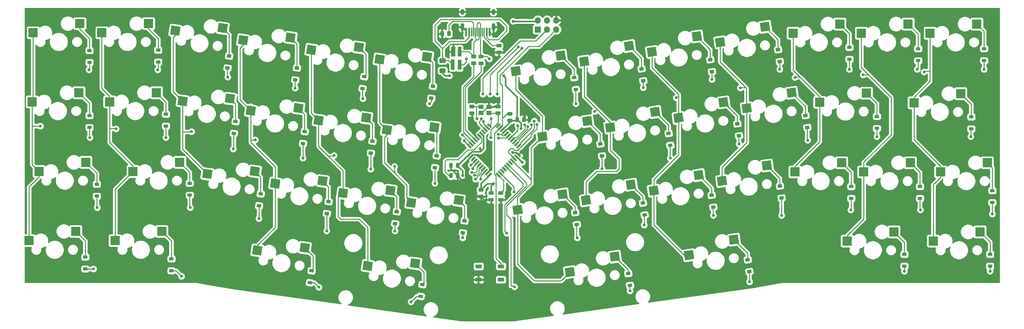
<source format=gbr>
G04 #@! TF.GenerationSoftware,KiCad,Pcbnew,(5.1.4-0-10_14)*
G04 #@! TF.CreationDate,2020-05-03T16:56:18-05:00*
G04 #@! TF.ProjectId,minister,6d696e69-7374-4657-922e-6b696361645f,rev?*
G04 #@! TF.SameCoordinates,Original*
G04 #@! TF.FileFunction,Copper,L2,Bot*
G04 #@! TF.FilePolarity,Positive*
%FSLAX46Y46*%
G04 Gerber Fmt 4.6, Leading zero omitted, Abs format (unit mm)*
G04 Created by KiCad (PCBNEW (5.1.4-0-10_14)) date 2020-05-03 16:56:18*
%MOMM*%
%LPD*%
G04 APERTURE LIST*
%ADD10O,1.727200X1.727200*%
%ADD11R,1.727200X1.727200*%
%ADD12R,0.600000X2.450000*%
%ADD13R,0.300000X2.450000*%
%ADD14O,1.000000X2.100000*%
%ADD15O,1.000000X1.600000*%
%ADD16C,0.100000*%
%ADD17C,0.975000*%
%ADD18C,1.250000*%
%ADD19C,1.000000*%
%ADD20R,1.000000X2.800000*%
%ADD21R,1.200000X2.800000*%
%ADD22C,0.550000*%
%ADD23C,2.500000*%
%ADD24R,2.550000X2.500000*%
%ADD25R,1.800000X1.100000*%
%ADD26R,1.400000X1.200000*%
%ADD27R,1.200000X0.900000*%
%ADD28C,0.900000*%
%ADD29C,0.800000*%
%ADD30C,0.381000*%
%ADD31C,0.254000*%
%ADD32C,0.250000*%
G04 APERTURE END LIST*
D10*
X161544000Y-70612000D03*
X161544000Y-73152000D03*
X159004000Y-70612000D03*
X159004000Y-73152000D03*
X156464000Y-70612000D03*
D11*
X156464000Y-73152000D03*
D12*
X143052000Y-73854000D03*
X136602000Y-73854000D03*
X142277000Y-73854000D03*
X137377000Y-73854000D03*
D13*
X138077000Y-73854000D03*
X141577000Y-73854000D03*
X138577000Y-73854000D03*
X141077000Y-73854000D03*
X139077000Y-73854000D03*
X140577000Y-73854000D03*
X140077000Y-73854000D03*
X139577000Y-73854000D03*
D14*
X135507000Y-72439000D03*
X144147000Y-72439000D03*
D15*
X135507000Y-68259000D03*
X144147000Y-68259000D03*
D16*
G36*
X146149142Y-79015674D02*
G01*
X146172803Y-79019184D01*
X146196007Y-79024996D01*
X146218529Y-79033054D01*
X146240153Y-79043282D01*
X146260670Y-79055579D01*
X146279883Y-79069829D01*
X146297607Y-79085893D01*
X146313671Y-79103617D01*
X146327921Y-79122830D01*
X146340218Y-79143347D01*
X146350446Y-79164971D01*
X146358504Y-79187493D01*
X146364316Y-79210697D01*
X146367826Y-79234358D01*
X146369000Y-79258250D01*
X146369000Y-79745750D01*
X146367826Y-79769642D01*
X146364316Y-79793303D01*
X146358504Y-79816507D01*
X146350446Y-79839029D01*
X146340218Y-79860653D01*
X146327921Y-79881170D01*
X146313671Y-79900383D01*
X146297607Y-79918107D01*
X146279883Y-79934171D01*
X146260670Y-79948421D01*
X146240153Y-79960718D01*
X146218529Y-79970946D01*
X146196007Y-79979004D01*
X146172803Y-79984816D01*
X146149142Y-79988326D01*
X146125250Y-79989500D01*
X145212750Y-79989500D01*
X145188858Y-79988326D01*
X145165197Y-79984816D01*
X145141993Y-79979004D01*
X145119471Y-79970946D01*
X145097847Y-79960718D01*
X145077330Y-79948421D01*
X145058117Y-79934171D01*
X145040393Y-79918107D01*
X145024329Y-79900383D01*
X145010079Y-79881170D01*
X144997782Y-79860653D01*
X144987554Y-79839029D01*
X144979496Y-79816507D01*
X144973684Y-79793303D01*
X144970174Y-79769642D01*
X144969000Y-79745750D01*
X144969000Y-79258250D01*
X144970174Y-79234358D01*
X144973684Y-79210697D01*
X144979496Y-79187493D01*
X144987554Y-79164971D01*
X144997782Y-79143347D01*
X145010079Y-79122830D01*
X145024329Y-79103617D01*
X145040393Y-79085893D01*
X145058117Y-79069829D01*
X145077330Y-79055579D01*
X145097847Y-79043282D01*
X145119471Y-79033054D01*
X145141993Y-79024996D01*
X145165197Y-79019184D01*
X145188858Y-79015674D01*
X145212750Y-79014500D01*
X146125250Y-79014500D01*
X146149142Y-79015674D01*
X146149142Y-79015674D01*
G37*
D17*
X145669000Y-79502000D03*
D16*
G36*
X146149142Y-77140674D02*
G01*
X146172803Y-77144184D01*
X146196007Y-77149996D01*
X146218529Y-77158054D01*
X146240153Y-77168282D01*
X146260670Y-77180579D01*
X146279883Y-77194829D01*
X146297607Y-77210893D01*
X146313671Y-77228617D01*
X146327921Y-77247830D01*
X146340218Y-77268347D01*
X146350446Y-77289971D01*
X146358504Y-77312493D01*
X146364316Y-77335697D01*
X146367826Y-77359358D01*
X146369000Y-77383250D01*
X146369000Y-77870750D01*
X146367826Y-77894642D01*
X146364316Y-77918303D01*
X146358504Y-77941507D01*
X146350446Y-77964029D01*
X146340218Y-77985653D01*
X146327921Y-78006170D01*
X146313671Y-78025383D01*
X146297607Y-78043107D01*
X146279883Y-78059171D01*
X146260670Y-78073421D01*
X146240153Y-78085718D01*
X146218529Y-78095946D01*
X146196007Y-78104004D01*
X146172803Y-78109816D01*
X146149142Y-78113326D01*
X146125250Y-78114500D01*
X145212750Y-78114500D01*
X145188858Y-78113326D01*
X145165197Y-78109816D01*
X145141993Y-78104004D01*
X145119471Y-78095946D01*
X145097847Y-78085718D01*
X145077330Y-78073421D01*
X145058117Y-78059171D01*
X145040393Y-78043107D01*
X145024329Y-78025383D01*
X145010079Y-78006170D01*
X144997782Y-77985653D01*
X144987554Y-77964029D01*
X144979496Y-77941507D01*
X144973684Y-77918303D01*
X144970174Y-77894642D01*
X144969000Y-77870750D01*
X144969000Y-77383250D01*
X144970174Y-77359358D01*
X144973684Y-77335697D01*
X144979496Y-77312493D01*
X144987554Y-77289971D01*
X144997782Y-77268347D01*
X145010079Y-77247830D01*
X145024329Y-77228617D01*
X145040393Y-77210893D01*
X145058117Y-77194829D01*
X145077330Y-77180579D01*
X145097847Y-77168282D01*
X145119471Y-77158054D01*
X145141993Y-77149996D01*
X145165197Y-77144184D01*
X145188858Y-77140674D01*
X145212750Y-77139500D01*
X146125250Y-77139500D01*
X146149142Y-77140674D01*
X146149142Y-77140674D01*
G37*
D17*
X145669000Y-77627000D03*
D16*
G36*
X141196142Y-80188674D02*
G01*
X141219803Y-80192184D01*
X141243007Y-80197996D01*
X141265529Y-80206054D01*
X141287153Y-80216282D01*
X141307670Y-80228579D01*
X141326883Y-80242829D01*
X141344607Y-80258893D01*
X141360671Y-80276617D01*
X141374921Y-80295830D01*
X141387218Y-80316347D01*
X141397446Y-80337971D01*
X141405504Y-80360493D01*
X141411316Y-80383697D01*
X141414826Y-80407358D01*
X141416000Y-80431250D01*
X141416000Y-80918750D01*
X141414826Y-80942642D01*
X141411316Y-80966303D01*
X141405504Y-80989507D01*
X141397446Y-81012029D01*
X141387218Y-81033653D01*
X141374921Y-81054170D01*
X141360671Y-81073383D01*
X141344607Y-81091107D01*
X141326883Y-81107171D01*
X141307670Y-81121421D01*
X141287153Y-81133718D01*
X141265529Y-81143946D01*
X141243007Y-81152004D01*
X141219803Y-81157816D01*
X141196142Y-81161326D01*
X141172250Y-81162500D01*
X140259750Y-81162500D01*
X140235858Y-81161326D01*
X140212197Y-81157816D01*
X140188993Y-81152004D01*
X140166471Y-81143946D01*
X140144847Y-81133718D01*
X140124330Y-81121421D01*
X140105117Y-81107171D01*
X140087393Y-81091107D01*
X140071329Y-81073383D01*
X140057079Y-81054170D01*
X140044782Y-81033653D01*
X140034554Y-81012029D01*
X140026496Y-80989507D01*
X140020684Y-80966303D01*
X140017174Y-80942642D01*
X140016000Y-80918750D01*
X140016000Y-80431250D01*
X140017174Y-80407358D01*
X140020684Y-80383697D01*
X140026496Y-80360493D01*
X140034554Y-80337971D01*
X140044782Y-80316347D01*
X140057079Y-80295830D01*
X140071329Y-80276617D01*
X140087393Y-80258893D01*
X140105117Y-80242829D01*
X140124330Y-80228579D01*
X140144847Y-80216282D01*
X140166471Y-80206054D01*
X140188993Y-80197996D01*
X140212197Y-80192184D01*
X140235858Y-80188674D01*
X140259750Y-80187500D01*
X141172250Y-80187500D01*
X141196142Y-80188674D01*
X141196142Y-80188674D01*
G37*
D17*
X140716000Y-80675000D03*
D16*
G36*
X141196142Y-82063674D02*
G01*
X141219803Y-82067184D01*
X141243007Y-82072996D01*
X141265529Y-82081054D01*
X141287153Y-82091282D01*
X141307670Y-82103579D01*
X141326883Y-82117829D01*
X141344607Y-82133893D01*
X141360671Y-82151617D01*
X141374921Y-82170830D01*
X141387218Y-82191347D01*
X141397446Y-82212971D01*
X141405504Y-82235493D01*
X141411316Y-82258697D01*
X141414826Y-82282358D01*
X141416000Y-82306250D01*
X141416000Y-82793750D01*
X141414826Y-82817642D01*
X141411316Y-82841303D01*
X141405504Y-82864507D01*
X141397446Y-82887029D01*
X141387218Y-82908653D01*
X141374921Y-82929170D01*
X141360671Y-82948383D01*
X141344607Y-82966107D01*
X141326883Y-82982171D01*
X141307670Y-82996421D01*
X141287153Y-83008718D01*
X141265529Y-83018946D01*
X141243007Y-83027004D01*
X141219803Y-83032816D01*
X141196142Y-83036326D01*
X141172250Y-83037500D01*
X140259750Y-83037500D01*
X140235858Y-83036326D01*
X140212197Y-83032816D01*
X140188993Y-83027004D01*
X140166471Y-83018946D01*
X140144847Y-83008718D01*
X140124330Y-82996421D01*
X140105117Y-82982171D01*
X140087393Y-82966107D01*
X140071329Y-82948383D01*
X140057079Y-82929170D01*
X140044782Y-82908653D01*
X140034554Y-82887029D01*
X140026496Y-82864507D01*
X140020684Y-82841303D01*
X140017174Y-82817642D01*
X140016000Y-82793750D01*
X140016000Y-82306250D01*
X140017174Y-82282358D01*
X140020684Y-82258697D01*
X140026496Y-82235493D01*
X140034554Y-82212971D01*
X140044782Y-82191347D01*
X140057079Y-82170830D01*
X140071329Y-82151617D01*
X140087393Y-82133893D01*
X140105117Y-82117829D01*
X140124330Y-82103579D01*
X140144847Y-82091282D01*
X140166471Y-82081054D01*
X140188993Y-82072996D01*
X140212197Y-82067184D01*
X140235858Y-82063674D01*
X140259750Y-82062500D01*
X141172250Y-82062500D01*
X141196142Y-82063674D01*
X141196142Y-82063674D01*
G37*
D17*
X140716000Y-82550000D03*
D16*
G36*
X139164142Y-80158674D02*
G01*
X139187803Y-80162184D01*
X139211007Y-80167996D01*
X139233529Y-80176054D01*
X139255153Y-80186282D01*
X139275670Y-80198579D01*
X139294883Y-80212829D01*
X139312607Y-80228893D01*
X139328671Y-80246617D01*
X139342921Y-80265830D01*
X139355218Y-80286347D01*
X139365446Y-80307971D01*
X139373504Y-80330493D01*
X139379316Y-80353697D01*
X139382826Y-80377358D01*
X139384000Y-80401250D01*
X139384000Y-80888750D01*
X139382826Y-80912642D01*
X139379316Y-80936303D01*
X139373504Y-80959507D01*
X139365446Y-80982029D01*
X139355218Y-81003653D01*
X139342921Y-81024170D01*
X139328671Y-81043383D01*
X139312607Y-81061107D01*
X139294883Y-81077171D01*
X139275670Y-81091421D01*
X139255153Y-81103718D01*
X139233529Y-81113946D01*
X139211007Y-81122004D01*
X139187803Y-81127816D01*
X139164142Y-81131326D01*
X139140250Y-81132500D01*
X138227750Y-81132500D01*
X138203858Y-81131326D01*
X138180197Y-81127816D01*
X138156993Y-81122004D01*
X138134471Y-81113946D01*
X138112847Y-81103718D01*
X138092330Y-81091421D01*
X138073117Y-81077171D01*
X138055393Y-81061107D01*
X138039329Y-81043383D01*
X138025079Y-81024170D01*
X138012782Y-81003653D01*
X138002554Y-80982029D01*
X137994496Y-80959507D01*
X137988684Y-80936303D01*
X137985174Y-80912642D01*
X137984000Y-80888750D01*
X137984000Y-80401250D01*
X137985174Y-80377358D01*
X137988684Y-80353697D01*
X137994496Y-80330493D01*
X138002554Y-80307971D01*
X138012782Y-80286347D01*
X138025079Y-80265830D01*
X138039329Y-80246617D01*
X138055393Y-80228893D01*
X138073117Y-80212829D01*
X138092330Y-80198579D01*
X138112847Y-80186282D01*
X138134471Y-80176054D01*
X138156993Y-80167996D01*
X138180197Y-80162184D01*
X138203858Y-80158674D01*
X138227750Y-80157500D01*
X139140250Y-80157500D01*
X139164142Y-80158674D01*
X139164142Y-80158674D01*
G37*
D17*
X138684000Y-80645000D03*
D16*
G36*
X139164142Y-82033674D02*
G01*
X139187803Y-82037184D01*
X139211007Y-82042996D01*
X139233529Y-82051054D01*
X139255153Y-82061282D01*
X139275670Y-82073579D01*
X139294883Y-82087829D01*
X139312607Y-82103893D01*
X139328671Y-82121617D01*
X139342921Y-82140830D01*
X139355218Y-82161347D01*
X139365446Y-82182971D01*
X139373504Y-82205493D01*
X139379316Y-82228697D01*
X139382826Y-82252358D01*
X139384000Y-82276250D01*
X139384000Y-82763750D01*
X139382826Y-82787642D01*
X139379316Y-82811303D01*
X139373504Y-82834507D01*
X139365446Y-82857029D01*
X139355218Y-82878653D01*
X139342921Y-82899170D01*
X139328671Y-82918383D01*
X139312607Y-82936107D01*
X139294883Y-82952171D01*
X139275670Y-82966421D01*
X139255153Y-82978718D01*
X139233529Y-82988946D01*
X139211007Y-82997004D01*
X139187803Y-83002816D01*
X139164142Y-83006326D01*
X139140250Y-83007500D01*
X138227750Y-83007500D01*
X138203858Y-83006326D01*
X138180197Y-83002816D01*
X138156993Y-82997004D01*
X138134471Y-82988946D01*
X138112847Y-82978718D01*
X138092330Y-82966421D01*
X138073117Y-82952171D01*
X138055393Y-82936107D01*
X138039329Y-82918383D01*
X138025079Y-82899170D01*
X138012782Y-82878653D01*
X138002554Y-82857029D01*
X137994496Y-82834507D01*
X137988684Y-82811303D01*
X137985174Y-82787642D01*
X137984000Y-82763750D01*
X137984000Y-82276250D01*
X137985174Y-82252358D01*
X137988684Y-82228697D01*
X137994496Y-82205493D01*
X138002554Y-82182971D01*
X138012782Y-82161347D01*
X138025079Y-82140830D01*
X138039329Y-82121617D01*
X138055393Y-82103893D01*
X138073117Y-82087829D01*
X138092330Y-82073579D01*
X138112847Y-82061282D01*
X138134471Y-82051054D01*
X138156993Y-82042996D01*
X138180197Y-82037184D01*
X138203858Y-82033674D01*
X138227750Y-82032500D01*
X139140250Y-82032500D01*
X139164142Y-82033674D01*
X139164142Y-82033674D01*
G37*
D17*
X138684000Y-82520000D03*
D16*
G36*
X132093642Y-73596174D02*
G01*
X132117303Y-73599684D01*
X132140507Y-73605496D01*
X132163029Y-73613554D01*
X132184653Y-73623782D01*
X132205170Y-73636079D01*
X132224383Y-73650329D01*
X132242107Y-73666393D01*
X132258171Y-73684117D01*
X132272421Y-73703330D01*
X132284718Y-73723847D01*
X132294946Y-73745471D01*
X132303004Y-73767993D01*
X132308816Y-73791197D01*
X132312326Y-73814858D01*
X132313500Y-73838750D01*
X132313500Y-74751250D01*
X132312326Y-74775142D01*
X132308816Y-74798803D01*
X132303004Y-74822007D01*
X132294946Y-74844529D01*
X132284718Y-74866153D01*
X132272421Y-74886670D01*
X132258171Y-74905883D01*
X132242107Y-74923607D01*
X132224383Y-74939671D01*
X132205170Y-74953921D01*
X132184653Y-74966218D01*
X132163029Y-74976446D01*
X132140507Y-74984504D01*
X132117303Y-74990316D01*
X132093642Y-74993826D01*
X132069750Y-74995000D01*
X131582250Y-74995000D01*
X131558358Y-74993826D01*
X131534697Y-74990316D01*
X131511493Y-74984504D01*
X131488971Y-74976446D01*
X131467347Y-74966218D01*
X131446830Y-74953921D01*
X131427617Y-74939671D01*
X131409893Y-74923607D01*
X131393829Y-74905883D01*
X131379579Y-74886670D01*
X131367282Y-74866153D01*
X131357054Y-74844529D01*
X131348996Y-74822007D01*
X131343184Y-74798803D01*
X131339674Y-74775142D01*
X131338500Y-74751250D01*
X131338500Y-73838750D01*
X131339674Y-73814858D01*
X131343184Y-73791197D01*
X131348996Y-73767993D01*
X131357054Y-73745471D01*
X131367282Y-73723847D01*
X131379579Y-73703330D01*
X131393829Y-73684117D01*
X131409893Y-73666393D01*
X131427617Y-73650329D01*
X131446830Y-73636079D01*
X131467347Y-73623782D01*
X131488971Y-73613554D01*
X131511493Y-73605496D01*
X131534697Y-73599684D01*
X131558358Y-73596174D01*
X131582250Y-73595000D01*
X132069750Y-73595000D01*
X132093642Y-73596174D01*
X132093642Y-73596174D01*
G37*
D17*
X131826000Y-74295000D03*
D16*
G36*
X130218642Y-73596174D02*
G01*
X130242303Y-73599684D01*
X130265507Y-73605496D01*
X130288029Y-73613554D01*
X130309653Y-73623782D01*
X130330170Y-73636079D01*
X130349383Y-73650329D01*
X130367107Y-73666393D01*
X130383171Y-73684117D01*
X130397421Y-73703330D01*
X130409718Y-73723847D01*
X130419946Y-73745471D01*
X130428004Y-73767993D01*
X130433816Y-73791197D01*
X130437326Y-73814858D01*
X130438500Y-73838750D01*
X130438500Y-74751250D01*
X130437326Y-74775142D01*
X130433816Y-74798803D01*
X130428004Y-74822007D01*
X130419946Y-74844529D01*
X130409718Y-74866153D01*
X130397421Y-74886670D01*
X130383171Y-74905883D01*
X130367107Y-74923607D01*
X130349383Y-74939671D01*
X130330170Y-74953921D01*
X130309653Y-74966218D01*
X130288029Y-74976446D01*
X130265507Y-74984504D01*
X130242303Y-74990316D01*
X130218642Y-74993826D01*
X130194750Y-74995000D01*
X129707250Y-74995000D01*
X129683358Y-74993826D01*
X129659697Y-74990316D01*
X129636493Y-74984504D01*
X129613971Y-74976446D01*
X129592347Y-74966218D01*
X129571830Y-74953921D01*
X129552617Y-74939671D01*
X129534893Y-74923607D01*
X129518829Y-74905883D01*
X129504579Y-74886670D01*
X129492282Y-74866153D01*
X129482054Y-74844529D01*
X129473996Y-74822007D01*
X129468184Y-74798803D01*
X129464674Y-74775142D01*
X129463500Y-74751250D01*
X129463500Y-73838750D01*
X129464674Y-73814858D01*
X129468184Y-73791197D01*
X129473996Y-73767993D01*
X129482054Y-73745471D01*
X129492282Y-73723847D01*
X129504579Y-73703330D01*
X129518829Y-73684117D01*
X129534893Y-73666393D01*
X129552617Y-73650329D01*
X129571830Y-73636079D01*
X129592347Y-73623782D01*
X129613971Y-73613554D01*
X129636493Y-73605496D01*
X129659697Y-73599684D01*
X129683358Y-73596174D01*
X129707250Y-73595000D01*
X130194750Y-73595000D01*
X130218642Y-73596174D01*
X130218642Y-73596174D01*
G37*
D17*
X129951000Y-74295000D03*
D16*
G36*
X130697504Y-81158204D02*
G01*
X130721773Y-81161804D01*
X130745571Y-81167765D01*
X130768671Y-81176030D01*
X130790849Y-81186520D01*
X130811893Y-81199133D01*
X130831598Y-81213747D01*
X130849777Y-81230223D01*
X130866253Y-81248402D01*
X130880867Y-81268107D01*
X130893480Y-81289151D01*
X130903970Y-81311329D01*
X130912235Y-81334429D01*
X130918196Y-81358227D01*
X130921796Y-81382496D01*
X130923000Y-81407000D01*
X130923000Y-82157000D01*
X130921796Y-82181504D01*
X130918196Y-82205773D01*
X130912235Y-82229571D01*
X130903970Y-82252671D01*
X130893480Y-82274849D01*
X130880867Y-82295893D01*
X130866253Y-82315598D01*
X130849777Y-82333777D01*
X130831598Y-82350253D01*
X130811893Y-82364867D01*
X130790849Y-82377480D01*
X130768671Y-82387970D01*
X130745571Y-82396235D01*
X130721773Y-82402196D01*
X130697504Y-82405796D01*
X130673000Y-82407000D01*
X129423000Y-82407000D01*
X129398496Y-82405796D01*
X129374227Y-82402196D01*
X129350429Y-82396235D01*
X129327329Y-82387970D01*
X129305151Y-82377480D01*
X129284107Y-82364867D01*
X129264402Y-82350253D01*
X129246223Y-82333777D01*
X129229747Y-82315598D01*
X129215133Y-82295893D01*
X129202520Y-82274849D01*
X129192030Y-82252671D01*
X129183765Y-82229571D01*
X129177804Y-82205773D01*
X129174204Y-82181504D01*
X129173000Y-82157000D01*
X129173000Y-81407000D01*
X129174204Y-81382496D01*
X129177804Y-81358227D01*
X129183765Y-81334429D01*
X129192030Y-81311329D01*
X129202520Y-81289151D01*
X129215133Y-81268107D01*
X129229747Y-81248402D01*
X129246223Y-81230223D01*
X129264402Y-81213747D01*
X129284107Y-81199133D01*
X129305151Y-81186520D01*
X129327329Y-81176030D01*
X129350429Y-81167765D01*
X129374227Y-81161804D01*
X129398496Y-81158204D01*
X129423000Y-81157000D01*
X130673000Y-81157000D01*
X130697504Y-81158204D01*
X130697504Y-81158204D01*
G37*
D18*
X130048000Y-81782000D03*
D16*
G36*
X130697504Y-83958204D02*
G01*
X130721773Y-83961804D01*
X130745571Y-83967765D01*
X130768671Y-83976030D01*
X130790849Y-83986520D01*
X130811893Y-83999133D01*
X130831598Y-84013747D01*
X130849777Y-84030223D01*
X130866253Y-84048402D01*
X130880867Y-84068107D01*
X130893480Y-84089151D01*
X130903970Y-84111329D01*
X130912235Y-84134429D01*
X130918196Y-84158227D01*
X130921796Y-84182496D01*
X130923000Y-84207000D01*
X130923000Y-84957000D01*
X130921796Y-84981504D01*
X130918196Y-85005773D01*
X130912235Y-85029571D01*
X130903970Y-85052671D01*
X130893480Y-85074849D01*
X130880867Y-85095893D01*
X130866253Y-85115598D01*
X130849777Y-85133777D01*
X130831598Y-85150253D01*
X130811893Y-85164867D01*
X130790849Y-85177480D01*
X130768671Y-85187970D01*
X130745571Y-85196235D01*
X130721773Y-85202196D01*
X130697504Y-85205796D01*
X130673000Y-85207000D01*
X129423000Y-85207000D01*
X129398496Y-85205796D01*
X129374227Y-85202196D01*
X129350429Y-85196235D01*
X129327329Y-85187970D01*
X129305151Y-85177480D01*
X129284107Y-85164867D01*
X129264402Y-85150253D01*
X129246223Y-85133777D01*
X129229747Y-85115598D01*
X129215133Y-85095893D01*
X129202520Y-85074849D01*
X129192030Y-85052671D01*
X129183765Y-85029571D01*
X129177804Y-85005773D01*
X129174204Y-84981504D01*
X129173000Y-84957000D01*
X129173000Y-84207000D01*
X129174204Y-84182496D01*
X129177804Y-84158227D01*
X129183765Y-84134429D01*
X129192030Y-84111329D01*
X129202520Y-84089151D01*
X129215133Y-84068107D01*
X129229747Y-84048402D01*
X129246223Y-84030223D01*
X129264402Y-84013747D01*
X129284107Y-83999133D01*
X129305151Y-83986520D01*
X129327329Y-83976030D01*
X129350429Y-83967765D01*
X129374227Y-83961804D01*
X129398496Y-83958204D01*
X129423000Y-83957000D01*
X130673000Y-83957000D01*
X130697504Y-83958204D01*
X130697504Y-83958204D01*
G37*
D18*
X130048000Y-84582000D03*
D19*
X132847000Y-82931000D03*
D16*
G36*
X132347000Y-84331000D02*
G01*
X132347000Y-81531000D01*
X133347000Y-81531000D01*
X133347000Y-84331000D01*
X132347000Y-84331000D01*
X132347000Y-84331000D01*
G37*
D20*
X134747000Y-82931000D03*
X134747000Y-79331000D03*
D21*
X133027000Y-79331000D03*
D22*
X137413064Y-107882082D03*
D16*
G36*
X137748940Y-107157298D02*
G01*
X138137848Y-107546206D01*
X137077188Y-108606866D01*
X136688280Y-108217958D01*
X137748940Y-107157298D01*
X137748940Y-107157298D01*
G37*
D22*
X137978750Y-108447767D03*
D16*
G36*
X138314626Y-107722983D02*
G01*
X138703534Y-108111891D01*
X137642874Y-109172551D01*
X137253966Y-108783643D01*
X138314626Y-107722983D01*
X138314626Y-107722983D01*
G37*
D22*
X138544435Y-109013452D03*
D16*
G36*
X138880311Y-108288668D02*
G01*
X139269219Y-108677576D01*
X138208559Y-109738236D01*
X137819651Y-109349328D01*
X138880311Y-108288668D01*
X138880311Y-108288668D01*
G37*
D22*
X139110120Y-109579138D03*
D16*
G36*
X139445996Y-108854354D02*
G01*
X139834904Y-109243262D01*
X138774244Y-110303922D01*
X138385336Y-109915014D01*
X139445996Y-108854354D01*
X139445996Y-108854354D01*
G37*
D22*
X139675806Y-110144823D03*
D16*
G36*
X140011682Y-109420039D02*
G01*
X140400590Y-109808947D01*
X139339930Y-110869607D01*
X138951022Y-110480699D01*
X140011682Y-109420039D01*
X140011682Y-109420039D01*
G37*
D22*
X140241491Y-110710509D03*
D16*
G36*
X140577367Y-109985725D02*
G01*
X140966275Y-110374633D01*
X139905615Y-111435293D01*
X139516707Y-111046385D01*
X140577367Y-109985725D01*
X140577367Y-109985725D01*
G37*
D22*
X140807177Y-111276194D03*
D16*
G36*
X141143053Y-110551410D02*
G01*
X141531961Y-110940318D01*
X140471301Y-112000978D01*
X140082393Y-111612070D01*
X141143053Y-110551410D01*
X141143053Y-110551410D01*
G37*
D22*
X141372862Y-111841880D03*
D16*
G36*
X141708738Y-111117096D02*
G01*
X142097646Y-111506004D01*
X141036986Y-112566664D01*
X140648078Y-112177756D01*
X141708738Y-111117096D01*
X141708738Y-111117096D01*
G37*
D22*
X141938548Y-112407565D03*
D16*
G36*
X142274424Y-111682781D02*
G01*
X142663332Y-112071689D01*
X141602672Y-113132349D01*
X141213764Y-112743441D01*
X142274424Y-111682781D01*
X142274424Y-111682781D01*
G37*
D22*
X142504233Y-112973250D03*
D16*
G36*
X142840109Y-112248466D02*
G01*
X143229017Y-112637374D01*
X142168357Y-113698034D01*
X141779449Y-113309126D01*
X142840109Y-112248466D01*
X142840109Y-112248466D01*
G37*
D22*
X143069918Y-113538936D03*
D16*
G36*
X143405794Y-112814152D02*
G01*
X143794702Y-113203060D01*
X142734042Y-114263720D01*
X142345134Y-113874812D01*
X143405794Y-112814152D01*
X143405794Y-112814152D01*
G37*
D22*
X145474082Y-113538936D03*
D16*
G36*
X144749298Y-113203060D02*
G01*
X145138206Y-112814152D01*
X146198866Y-113874812D01*
X145809958Y-114263720D01*
X144749298Y-113203060D01*
X144749298Y-113203060D01*
G37*
D22*
X146039767Y-112973250D03*
D16*
G36*
X145314983Y-112637374D02*
G01*
X145703891Y-112248466D01*
X146764551Y-113309126D01*
X146375643Y-113698034D01*
X145314983Y-112637374D01*
X145314983Y-112637374D01*
G37*
D22*
X146605452Y-112407565D03*
D16*
G36*
X145880668Y-112071689D02*
G01*
X146269576Y-111682781D01*
X147330236Y-112743441D01*
X146941328Y-113132349D01*
X145880668Y-112071689D01*
X145880668Y-112071689D01*
G37*
D22*
X147171138Y-111841880D03*
D16*
G36*
X146446354Y-111506004D02*
G01*
X146835262Y-111117096D01*
X147895922Y-112177756D01*
X147507014Y-112566664D01*
X146446354Y-111506004D01*
X146446354Y-111506004D01*
G37*
D22*
X147736823Y-111276194D03*
D16*
G36*
X147012039Y-110940318D02*
G01*
X147400947Y-110551410D01*
X148461607Y-111612070D01*
X148072699Y-112000978D01*
X147012039Y-110940318D01*
X147012039Y-110940318D01*
G37*
D22*
X148302509Y-110710509D03*
D16*
G36*
X147577725Y-110374633D02*
G01*
X147966633Y-109985725D01*
X149027293Y-111046385D01*
X148638385Y-111435293D01*
X147577725Y-110374633D01*
X147577725Y-110374633D01*
G37*
D22*
X148868194Y-110144823D03*
D16*
G36*
X148143410Y-109808947D02*
G01*
X148532318Y-109420039D01*
X149592978Y-110480699D01*
X149204070Y-110869607D01*
X148143410Y-109808947D01*
X148143410Y-109808947D01*
G37*
D22*
X149433880Y-109579138D03*
D16*
G36*
X148709096Y-109243262D02*
G01*
X149098004Y-108854354D01*
X150158664Y-109915014D01*
X149769756Y-110303922D01*
X148709096Y-109243262D01*
X148709096Y-109243262D01*
G37*
D22*
X149999565Y-109013452D03*
D16*
G36*
X149274781Y-108677576D02*
G01*
X149663689Y-108288668D01*
X150724349Y-109349328D01*
X150335441Y-109738236D01*
X149274781Y-108677576D01*
X149274781Y-108677576D01*
G37*
D22*
X150565250Y-108447767D03*
D16*
G36*
X149840466Y-108111891D02*
G01*
X150229374Y-107722983D01*
X151290034Y-108783643D01*
X150901126Y-109172551D01*
X149840466Y-108111891D01*
X149840466Y-108111891D01*
G37*
D22*
X151130936Y-107882082D03*
D16*
G36*
X150406152Y-107546206D02*
G01*
X150795060Y-107157298D01*
X151855720Y-108217958D01*
X151466812Y-108606866D01*
X150406152Y-107546206D01*
X150406152Y-107546206D01*
G37*
D22*
X151130936Y-105477918D03*
D16*
G36*
X151466812Y-104753134D02*
G01*
X151855720Y-105142042D01*
X150795060Y-106202702D01*
X150406152Y-105813794D01*
X151466812Y-104753134D01*
X151466812Y-104753134D01*
G37*
D22*
X150565250Y-104912233D03*
D16*
G36*
X150901126Y-104187449D02*
G01*
X151290034Y-104576357D01*
X150229374Y-105637017D01*
X149840466Y-105248109D01*
X150901126Y-104187449D01*
X150901126Y-104187449D01*
G37*
D22*
X149999565Y-104346548D03*
D16*
G36*
X150335441Y-103621764D02*
G01*
X150724349Y-104010672D01*
X149663689Y-105071332D01*
X149274781Y-104682424D01*
X150335441Y-103621764D01*
X150335441Y-103621764D01*
G37*
D22*
X149433880Y-103780862D03*
D16*
G36*
X149769756Y-103056078D02*
G01*
X150158664Y-103444986D01*
X149098004Y-104505646D01*
X148709096Y-104116738D01*
X149769756Y-103056078D01*
X149769756Y-103056078D01*
G37*
D22*
X148868194Y-103215177D03*
D16*
G36*
X149204070Y-102490393D02*
G01*
X149592978Y-102879301D01*
X148532318Y-103939961D01*
X148143410Y-103551053D01*
X149204070Y-102490393D01*
X149204070Y-102490393D01*
G37*
D22*
X148302509Y-102649491D03*
D16*
G36*
X148638385Y-101924707D02*
G01*
X149027293Y-102313615D01*
X147966633Y-103374275D01*
X147577725Y-102985367D01*
X148638385Y-101924707D01*
X148638385Y-101924707D01*
G37*
D22*
X147736823Y-102083806D03*
D16*
G36*
X148072699Y-101359022D02*
G01*
X148461607Y-101747930D01*
X147400947Y-102808590D01*
X147012039Y-102419682D01*
X148072699Y-101359022D01*
X148072699Y-101359022D01*
G37*
D22*
X147171138Y-101518120D03*
D16*
G36*
X147507014Y-100793336D02*
G01*
X147895922Y-101182244D01*
X146835262Y-102242904D01*
X146446354Y-101853996D01*
X147507014Y-100793336D01*
X147507014Y-100793336D01*
G37*
D22*
X146605452Y-100952435D03*
D16*
G36*
X146941328Y-100227651D02*
G01*
X147330236Y-100616559D01*
X146269576Y-101677219D01*
X145880668Y-101288311D01*
X146941328Y-100227651D01*
X146941328Y-100227651D01*
G37*
D22*
X146039767Y-100386750D03*
D16*
G36*
X146375643Y-99661966D02*
G01*
X146764551Y-100050874D01*
X145703891Y-101111534D01*
X145314983Y-100722626D01*
X146375643Y-99661966D01*
X146375643Y-99661966D01*
G37*
D22*
X145474082Y-99821064D03*
D16*
G36*
X145809958Y-99096280D02*
G01*
X146198866Y-99485188D01*
X145138206Y-100545848D01*
X144749298Y-100156940D01*
X145809958Y-99096280D01*
X145809958Y-99096280D01*
G37*
D22*
X143069918Y-99821064D03*
D16*
G36*
X142345134Y-99485188D02*
G01*
X142734042Y-99096280D01*
X143794702Y-100156940D01*
X143405794Y-100545848D01*
X142345134Y-99485188D01*
X142345134Y-99485188D01*
G37*
D22*
X142504233Y-100386750D03*
D16*
G36*
X141779449Y-100050874D02*
G01*
X142168357Y-99661966D01*
X143229017Y-100722626D01*
X142840109Y-101111534D01*
X141779449Y-100050874D01*
X141779449Y-100050874D01*
G37*
D22*
X141938548Y-100952435D03*
D16*
G36*
X141213764Y-100616559D02*
G01*
X141602672Y-100227651D01*
X142663332Y-101288311D01*
X142274424Y-101677219D01*
X141213764Y-100616559D01*
X141213764Y-100616559D01*
G37*
D22*
X141372862Y-101518120D03*
D16*
G36*
X140648078Y-101182244D02*
G01*
X141036986Y-100793336D01*
X142097646Y-101853996D01*
X141708738Y-102242904D01*
X140648078Y-101182244D01*
X140648078Y-101182244D01*
G37*
D22*
X140807177Y-102083806D03*
D16*
G36*
X140082393Y-101747930D02*
G01*
X140471301Y-101359022D01*
X141531961Y-102419682D01*
X141143053Y-102808590D01*
X140082393Y-101747930D01*
X140082393Y-101747930D01*
G37*
D22*
X140241491Y-102649491D03*
D16*
G36*
X139516707Y-102313615D02*
G01*
X139905615Y-101924707D01*
X140966275Y-102985367D01*
X140577367Y-103374275D01*
X139516707Y-102313615D01*
X139516707Y-102313615D01*
G37*
D22*
X139675806Y-103215177D03*
D16*
G36*
X138951022Y-102879301D02*
G01*
X139339930Y-102490393D01*
X140400590Y-103551053D01*
X140011682Y-103939961D01*
X138951022Y-102879301D01*
X138951022Y-102879301D01*
G37*
D22*
X139110120Y-103780862D03*
D16*
G36*
X138385336Y-103444986D02*
G01*
X138774244Y-103056078D01*
X139834904Y-104116738D01*
X139445996Y-104505646D01*
X138385336Y-103444986D01*
X138385336Y-103444986D01*
G37*
D22*
X138544435Y-104346548D03*
D16*
G36*
X137819651Y-104010672D02*
G01*
X138208559Y-103621764D01*
X139269219Y-104682424D01*
X138880311Y-105071332D01*
X137819651Y-104010672D01*
X137819651Y-104010672D01*
G37*
D22*
X137978750Y-104912233D03*
D16*
G36*
X137253966Y-104576357D02*
G01*
X137642874Y-104187449D01*
X138703534Y-105248109D01*
X138314626Y-105637017D01*
X137253966Y-104576357D01*
X137253966Y-104576357D01*
G37*
D22*
X137413064Y-105477918D03*
D16*
G36*
X136688280Y-105142042D02*
G01*
X137077188Y-104753134D01*
X138137848Y-105813794D01*
X137748940Y-106202702D01*
X136688280Y-105142042D01*
X136688280Y-105142042D01*
G37*
D23*
X170178147Y-98550389D03*
D16*
G36*
X169089522Y-99965670D02*
G01*
X168741589Y-97490000D01*
X171266772Y-97135108D01*
X171614705Y-99610778D01*
X169089522Y-99965670D01*
X169089522Y-99965670D01*
G37*
D23*
X157730451Y-102864761D03*
D16*
G36*
X156641826Y-104280042D02*
G01*
X156293893Y-101804372D01*
X158819076Y-101449480D01*
X159167009Y-103925150D01*
X156641826Y-104280042D01*
X156641826Y-104280042D01*
G37*
D24*
X29464000Y-71501000D03*
X16537000Y-74041000D03*
D23*
X127777145Y-100303487D03*
D16*
G36*
X126340587Y-101363876D02*
G01*
X126688520Y-98888206D01*
X129213703Y-99243098D01*
X128865770Y-101718768D01*
X126340587Y-101363876D01*
X126340587Y-101363876D01*
G37*
D23*
X114622450Y-101019678D03*
D16*
G36*
X113185892Y-102080067D02*
G01*
X113533825Y-99604397D01*
X116059008Y-99959289D01*
X115711075Y-102434959D01*
X113185892Y-102080067D01*
X113185892Y-102080067D01*
G37*
D23*
X210818147Y-131443389D03*
D16*
G36*
X209729522Y-132858670D02*
G01*
X209381589Y-130383000D01*
X211906772Y-130028108D01*
X212254705Y-132503778D01*
X209729522Y-132858670D01*
X209729522Y-132858670D01*
G37*
D23*
X198370451Y-135757761D03*
D16*
G36*
X197281826Y-137173042D02*
G01*
X196933893Y-134697372D01*
X199459076Y-134342480D01*
X199807009Y-136818150D01*
X197281826Y-137173042D01*
X197281826Y-137173042D01*
G37*
D24*
X242216000Y-131826000D03*
X255143000Y-129286000D03*
X279019000Y-129286000D03*
X266092000Y-131826000D03*
D16*
G36*
X149197142Y-96063674D02*
G01*
X149220803Y-96067184D01*
X149244007Y-96072996D01*
X149266529Y-96081054D01*
X149288153Y-96091282D01*
X149308670Y-96103579D01*
X149327883Y-96117829D01*
X149345607Y-96133893D01*
X149361671Y-96151617D01*
X149375921Y-96170830D01*
X149388218Y-96191347D01*
X149398446Y-96212971D01*
X149406504Y-96235493D01*
X149412316Y-96258697D01*
X149415826Y-96282358D01*
X149417000Y-96306250D01*
X149417000Y-96793750D01*
X149415826Y-96817642D01*
X149412316Y-96841303D01*
X149406504Y-96864507D01*
X149398446Y-96887029D01*
X149388218Y-96908653D01*
X149375921Y-96929170D01*
X149361671Y-96948383D01*
X149345607Y-96966107D01*
X149327883Y-96982171D01*
X149308670Y-96996421D01*
X149288153Y-97008718D01*
X149266529Y-97018946D01*
X149244007Y-97027004D01*
X149220803Y-97032816D01*
X149197142Y-97036326D01*
X149173250Y-97037500D01*
X148260750Y-97037500D01*
X148236858Y-97036326D01*
X148213197Y-97032816D01*
X148189993Y-97027004D01*
X148167471Y-97018946D01*
X148145847Y-97008718D01*
X148125330Y-96996421D01*
X148106117Y-96982171D01*
X148088393Y-96966107D01*
X148072329Y-96948383D01*
X148058079Y-96929170D01*
X148045782Y-96908653D01*
X148035554Y-96887029D01*
X148027496Y-96864507D01*
X148021684Y-96841303D01*
X148018174Y-96817642D01*
X148017000Y-96793750D01*
X148017000Y-96306250D01*
X148018174Y-96282358D01*
X148021684Y-96258697D01*
X148027496Y-96235493D01*
X148035554Y-96212971D01*
X148045782Y-96191347D01*
X148058079Y-96170830D01*
X148072329Y-96151617D01*
X148088393Y-96133893D01*
X148106117Y-96117829D01*
X148125330Y-96103579D01*
X148145847Y-96091282D01*
X148167471Y-96081054D01*
X148189993Y-96072996D01*
X148213197Y-96067184D01*
X148236858Y-96063674D01*
X148260750Y-96062500D01*
X149173250Y-96062500D01*
X149197142Y-96063674D01*
X149197142Y-96063674D01*
G37*
D17*
X148717000Y-96550000D03*
D16*
G36*
X149197142Y-97938674D02*
G01*
X149220803Y-97942184D01*
X149244007Y-97947996D01*
X149266529Y-97956054D01*
X149288153Y-97966282D01*
X149308670Y-97978579D01*
X149327883Y-97992829D01*
X149345607Y-98008893D01*
X149361671Y-98026617D01*
X149375921Y-98045830D01*
X149388218Y-98066347D01*
X149398446Y-98087971D01*
X149406504Y-98110493D01*
X149412316Y-98133697D01*
X149415826Y-98157358D01*
X149417000Y-98181250D01*
X149417000Y-98668750D01*
X149415826Y-98692642D01*
X149412316Y-98716303D01*
X149406504Y-98739507D01*
X149398446Y-98762029D01*
X149388218Y-98783653D01*
X149375921Y-98804170D01*
X149361671Y-98823383D01*
X149345607Y-98841107D01*
X149327883Y-98857171D01*
X149308670Y-98871421D01*
X149288153Y-98883718D01*
X149266529Y-98893946D01*
X149244007Y-98902004D01*
X149220803Y-98907816D01*
X149197142Y-98911326D01*
X149173250Y-98912500D01*
X148260750Y-98912500D01*
X148236858Y-98911326D01*
X148213197Y-98907816D01*
X148189993Y-98902004D01*
X148167471Y-98893946D01*
X148145847Y-98883718D01*
X148125330Y-98871421D01*
X148106117Y-98857171D01*
X148088393Y-98841107D01*
X148072329Y-98823383D01*
X148058079Y-98804170D01*
X148045782Y-98783653D01*
X148035554Y-98762029D01*
X148027496Y-98739507D01*
X148021684Y-98716303D01*
X148018174Y-98692642D01*
X148017000Y-98668750D01*
X148017000Y-98181250D01*
X148018174Y-98157358D01*
X148021684Y-98133697D01*
X148027496Y-98110493D01*
X148035554Y-98087971D01*
X148045782Y-98066347D01*
X148058079Y-98045830D01*
X148072329Y-98026617D01*
X148088393Y-98008893D01*
X148106117Y-97992829D01*
X148125330Y-97978579D01*
X148145847Y-97966282D01*
X148167471Y-97956054D01*
X148189993Y-97947996D01*
X148213197Y-97942184D01*
X148236858Y-97938674D01*
X148260750Y-97937500D01*
X149173250Y-97937500D01*
X149197142Y-97938674D01*
X149197142Y-97938674D01*
G37*
D17*
X148717000Y-98425000D03*
D16*
G36*
X146657142Y-119909674D02*
G01*
X146680803Y-119913184D01*
X146704007Y-119918996D01*
X146726529Y-119927054D01*
X146748153Y-119937282D01*
X146768670Y-119949579D01*
X146787883Y-119963829D01*
X146805607Y-119979893D01*
X146821671Y-119997617D01*
X146835921Y-120016830D01*
X146848218Y-120037347D01*
X146858446Y-120058971D01*
X146866504Y-120081493D01*
X146872316Y-120104697D01*
X146875826Y-120128358D01*
X146877000Y-120152250D01*
X146877000Y-120639750D01*
X146875826Y-120663642D01*
X146872316Y-120687303D01*
X146866504Y-120710507D01*
X146858446Y-120733029D01*
X146848218Y-120754653D01*
X146835921Y-120775170D01*
X146821671Y-120794383D01*
X146805607Y-120812107D01*
X146787883Y-120828171D01*
X146768670Y-120842421D01*
X146748153Y-120854718D01*
X146726529Y-120864946D01*
X146704007Y-120873004D01*
X146680803Y-120878816D01*
X146657142Y-120882326D01*
X146633250Y-120883500D01*
X145720750Y-120883500D01*
X145696858Y-120882326D01*
X145673197Y-120878816D01*
X145649993Y-120873004D01*
X145627471Y-120864946D01*
X145605847Y-120854718D01*
X145585330Y-120842421D01*
X145566117Y-120828171D01*
X145548393Y-120812107D01*
X145532329Y-120794383D01*
X145518079Y-120775170D01*
X145505782Y-120754653D01*
X145495554Y-120733029D01*
X145487496Y-120710507D01*
X145481684Y-120687303D01*
X145478174Y-120663642D01*
X145477000Y-120639750D01*
X145477000Y-120152250D01*
X145478174Y-120128358D01*
X145481684Y-120104697D01*
X145487496Y-120081493D01*
X145495554Y-120058971D01*
X145505782Y-120037347D01*
X145518079Y-120016830D01*
X145532329Y-119997617D01*
X145548393Y-119979893D01*
X145566117Y-119963829D01*
X145585330Y-119949579D01*
X145605847Y-119937282D01*
X145627471Y-119927054D01*
X145649993Y-119918996D01*
X145673197Y-119913184D01*
X145696858Y-119909674D01*
X145720750Y-119908500D01*
X146633250Y-119908500D01*
X146657142Y-119909674D01*
X146657142Y-119909674D01*
G37*
D17*
X146177000Y-120396000D03*
D16*
G36*
X146657142Y-118034674D02*
G01*
X146680803Y-118038184D01*
X146704007Y-118043996D01*
X146726529Y-118052054D01*
X146748153Y-118062282D01*
X146768670Y-118074579D01*
X146787883Y-118088829D01*
X146805607Y-118104893D01*
X146821671Y-118122617D01*
X146835921Y-118141830D01*
X146848218Y-118162347D01*
X146858446Y-118183971D01*
X146866504Y-118206493D01*
X146872316Y-118229697D01*
X146875826Y-118253358D01*
X146877000Y-118277250D01*
X146877000Y-118764750D01*
X146875826Y-118788642D01*
X146872316Y-118812303D01*
X146866504Y-118835507D01*
X146858446Y-118858029D01*
X146848218Y-118879653D01*
X146835921Y-118900170D01*
X146821671Y-118919383D01*
X146805607Y-118937107D01*
X146787883Y-118953171D01*
X146768670Y-118967421D01*
X146748153Y-118979718D01*
X146726529Y-118989946D01*
X146704007Y-118998004D01*
X146680803Y-119003816D01*
X146657142Y-119007326D01*
X146633250Y-119008500D01*
X145720750Y-119008500D01*
X145696858Y-119007326D01*
X145673197Y-119003816D01*
X145649993Y-118998004D01*
X145627471Y-118989946D01*
X145605847Y-118979718D01*
X145585330Y-118967421D01*
X145566117Y-118953171D01*
X145548393Y-118937107D01*
X145532329Y-118919383D01*
X145518079Y-118900170D01*
X145505782Y-118879653D01*
X145495554Y-118858029D01*
X145487496Y-118835507D01*
X145481684Y-118812303D01*
X145478174Y-118788642D01*
X145477000Y-118764750D01*
X145477000Y-118277250D01*
X145478174Y-118253358D01*
X145481684Y-118229697D01*
X145487496Y-118206493D01*
X145495554Y-118183971D01*
X145505782Y-118162347D01*
X145518079Y-118141830D01*
X145532329Y-118122617D01*
X145548393Y-118104893D01*
X145566117Y-118088829D01*
X145585330Y-118074579D01*
X145605847Y-118062282D01*
X145627471Y-118052054D01*
X145649993Y-118043996D01*
X145673197Y-118038184D01*
X145696858Y-118034674D01*
X145720750Y-118033500D01*
X146633250Y-118033500D01*
X146657142Y-118034674D01*
X146657142Y-118034674D01*
G37*
D17*
X146177000Y-118521000D03*
D25*
X146229000Y-142566000D03*
X140029000Y-138866000D03*
X146229000Y-138866000D03*
X140029000Y-142566000D03*
D26*
X142906750Y-96329500D03*
X140706750Y-96329500D03*
X140706750Y-94629500D03*
X142906750Y-94629500D03*
D27*
X54864000Y-136780000D03*
X54864000Y-140080000D03*
D28*
X93701636Y-140098058D03*
D16*
G36*
X94233169Y-140627182D02*
G01*
X93044847Y-140460175D01*
X93170103Y-139568934D01*
X94358425Y-139735941D01*
X94233169Y-140627182D01*
X94233169Y-140627182D01*
G37*
D28*
X93242364Y-143365942D03*
D16*
G36*
X93773897Y-143895066D02*
G01*
X92585575Y-143728059D01*
X92710831Y-142836818D01*
X93899153Y-143003825D01*
X93773897Y-143895066D01*
X93773897Y-143895066D01*
G37*
D28*
X124435636Y-143908058D03*
D16*
G36*
X124967169Y-144437182D02*
G01*
X123778847Y-144270175D01*
X123904103Y-143378934D01*
X125092425Y-143545941D01*
X124967169Y-144437182D01*
X124967169Y-144437182D01*
G37*
D28*
X123976364Y-147175942D03*
D16*
G36*
X124507897Y-147705066D02*
G01*
X123319575Y-147538059D01*
X123444831Y-146646818D01*
X124633153Y-146813825D01*
X124507897Y-147705066D01*
X124507897Y-147705066D01*
G37*
D28*
X181507364Y-140860058D03*
D16*
G36*
X182164153Y-141222175D02*
G01*
X180975831Y-141389182D01*
X180850575Y-140497941D01*
X182038897Y-140330934D01*
X182164153Y-141222175D01*
X182164153Y-141222175D01*
G37*
D28*
X181966636Y-144127942D03*
D16*
G36*
X182623425Y-144490059D02*
G01*
X181435103Y-144657066D01*
X181309847Y-143765825D01*
X182498169Y-143598818D01*
X182623425Y-144490059D01*
X182623425Y-144490059D01*
G37*
D28*
X214630000Y-137033000D03*
D16*
G36*
X215286789Y-137395117D02*
G01*
X214098467Y-137562124D01*
X213973211Y-136670883D01*
X215161533Y-136503876D01*
X215286789Y-137395117D01*
X215286789Y-137395117D01*
G37*
D28*
X215089272Y-140300884D03*
D16*
G36*
X215746061Y-140663001D02*
G01*
X214557739Y-140830008D01*
X214432483Y-139938767D01*
X215620805Y-139771760D01*
X215746061Y-140663001D01*
X215746061Y-140663001D01*
G37*
D27*
X258064000Y-135510000D03*
X258064000Y-138810000D03*
X281813000Y-135510000D03*
X281813000Y-138810000D03*
D24*
X48514000Y-71501000D03*
X35587000Y-74041000D03*
D27*
X262382000Y-116714000D03*
X262382000Y-120014000D03*
D28*
X192683364Y-101998058D03*
D16*
G36*
X193340153Y-102360175D02*
G01*
X192151831Y-102527182D01*
X192026575Y-101635941D01*
X193214897Y-101468934D01*
X193340153Y-102360175D01*
X193340153Y-102360175D01*
G37*
D28*
X193142636Y-105265942D03*
D16*
G36*
X193799425Y-105628059D02*
G01*
X192611103Y-105795066D01*
X192485847Y-104903825D01*
X193674169Y-104736818D01*
X193799425Y-105628059D01*
X193799425Y-105628059D01*
G37*
D28*
X211733364Y-99331058D03*
D16*
G36*
X212390153Y-99693175D02*
G01*
X211201831Y-99860182D01*
X211076575Y-98968941D01*
X212264897Y-98801934D01*
X212390153Y-99693175D01*
X212390153Y-99693175D01*
G37*
D28*
X212192636Y-102598942D03*
D16*
G36*
X212849425Y-102961059D02*
G01*
X211661103Y-103128066D01*
X211535847Y-102236825D01*
X212724169Y-102069818D01*
X212849425Y-102961059D01*
X212849425Y-102961059D01*
G37*
D28*
X230656364Y-97045058D03*
D16*
G36*
X231313153Y-97407175D02*
G01*
X230124831Y-97574182D01*
X229999575Y-96682941D01*
X231187897Y-96515934D01*
X231313153Y-97407175D01*
X231313153Y-97407175D01*
G37*
D28*
X231115636Y-100312942D03*
D16*
G36*
X231772425Y-100675059D02*
G01*
X230584103Y-100842066D01*
X230458847Y-99950825D01*
X231647169Y-99783818D01*
X231772425Y-100675059D01*
X231772425Y-100675059D01*
G37*
D28*
X136119636Y-126255058D03*
D16*
G36*
X136651169Y-126784182D02*
G01*
X135462847Y-126617175D01*
X135588103Y-125725934D01*
X136776425Y-125892941D01*
X136651169Y-126784182D01*
X136651169Y-126784182D01*
G37*
D28*
X135660364Y-129522942D03*
D16*
G36*
X136191897Y-130052066D02*
G01*
X135003575Y-129885059D01*
X135128831Y-128993818D01*
X136317153Y-129160825D01*
X136191897Y-130052066D01*
X136191897Y-130052066D01*
G37*
D28*
X166775364Y-123969058D03*
D16*
G36*
X167432153Y-124331175D02*
G01*
X166243831Y-124498182D01*
X166118575Y-123606941D01*
X167306897Y-123439934D01*
X167432153Y-124331175D01*
X167432153Y-124331175D01*
G37*
D28*
X167234636Y-127236942D03*
D16*
G36*
X167891425Y-127599059D02*
G01*
X166703103Y-127766066D01*
X166577847Y-126874825D01*
X167766169Y-126707818D01*
X167891425Y-127599059D01*
X167891425Y-127599059D01*
G37*
D28*
X185571364Y-121302058D03*
D16*
G36*
X186228153Y-121664175D02*
G01*
X185039831Y-121831182D01*
X184914575Y-120939941D01*
X186102897Y-120772934D01*
X186228153Y-121664175D01*
X186228153Y-121664175D01*
G37*
D28*
X186030636Y-124569942D03*
D16*
G36*
X186687425Y-124932059D02*
G01*
X185499103Y-125099066D01*
X185373847Y-124207825D01*
X186562169Y-124040818D01*
X186687425Y-124932059D01*
X186687425Y-124932059D01*
G37*
D28*
X204621364Y-119143058D03*
D16*
G36*
X205278153Y-119505175D02*
G01*
X204089831Y-119672182D01*
X203964575Y-118780941D01*
X205152897Y-118613934D01*
X205278153Y-119505175D01*
X205278153Y-119505175D01*
G37*
D28*
X205080636Y-122410942D03*
D16*
G36*
X205737425Y-122773059D02*
G01*
X204549103Y-122940066D01*
X204423847Y-122048825D01*
X205612169Y-121881818D01*
X205737425Y-122773059D01*
X205737425Y-122773059D01*
G37*
D28*
X223544364Y-116603058D03*
D16*
G36*
X224201153Y-116965175D02*
G01*
X223012831Y-117132182D01*
X222887575Y-116240941D01*
X224075897Y-116073934D01*
X224201153Y-116965175D01*
X224201153Y-116965175D01*
G37*
D28*
X224003636Y-119870942D03*
D16*
G36*
X224660425Y-120233059D02*
G01*
X223472103Y-120400066D01*
X223346847Y-119508825D01*
X224535169Y-119341818D01*
X224660425Y-120233059D01*
X224660425Y-120233059D01*
G37*
D27*
X243332000Y-116714000D03*
X243332000Y-120014000D03*
D23*
X55948450Y-73460678D03*
D16*
G36*
X54511892Y-74521067D02*
G01*
X54859825Y-72045397D01*
X57385008Y-72400289D01*
X57037075Y-74875959D01*
X54511892Y-74521067D01*
X54511892Y-74521067D01*
G37*
D23*
X69103145Y-72744487D03*
D16*
G36*
X67666587Y-73804876D02*
G01*
X68014520Y-71329206D01*
X70539703Y-71684098D01*
X70191770Y-74159768D01*
X67666587Y-73804876D01*
X67666587Y-73804876D01*
G37*
D23*
X87899145Y-75411487D03*
D16*
G36*
X86462587Y-76471876D02*
G01*
X86810520Y-73996206D01*
X89335703Y-74351098D01*
X88987770Y-76826768D01*
X86462587Y-76471876D01*
X86462587Y-76471876D01*
G37*
D23*
X74744450Y-76127678D03*
D16*
G36*
X73307892Y-77188067D02*
G01*
X73655825Y-74712397D01*
X76181008Y-75067289D01*
X75833075Y-77542959D01*
X73307892Y-77188067D01*
X73307892Y-77188067D01*
G37*
D23*
X106822145Y-78078487D03*
D16*
G36*
X105385587Y-79138876D02*
G01*
X105733520Y-76663206D01*
X108258703Y-77018098D01*
X107910770Y-79493768D01*
X105385587Y-79138876D01*
X105385587Y-79138876D01*
G37*
D23*
X93667450Y-78794678D03*
D16*
G36*
X92230892Y-79855067D02*
G01*
X92578825Y-77379397D01*
X95104008Y-77734289D01*
X94756075Y-80209959D01*
X92230892Y-79855067D01*
X92230892Y-79855067D01*
G37*
D23*
X125745145Y-80745487D03*
D16*
G36*
X124308587Y-81805876D02*
G01*
X124656520Y-79330206D01*
X127181703Y-79685098D01*
X126833770Y-82160768D01*
X124308587Y-81805876D01*
X124308587Y-81805876D01*
G37*
D23*
X112590450Y-81461678D03*
D16*
G36*
X111153892Y-82522067D02*
G01*
X111501825Y-80046397D01*
X114027008Y-80401289D01*
X113679075Y-82876959D01*
X111153892Y-82522067D01*
X111153892Y-82522067D01*
G37*
D23*
X162812147Y-80389389D03*
D16*
G36*
X161723522Y-81804670D02*
G01*
X161375589Y-79329000D01*
X163900772Y-78974108D01*
X164248705Y-81449778D01*
X161723522Y-81804670D01*
X161723522Y-81804670D01*
G37*
D23*
X150364451Y-84703761D03*
D16*
G36*
X149275826Y-86119042D02*
G01*
X148927893Y-83643372D01*
X151453076Y-83288480D01*
X151801009Y-85764150D01*
X149275826Y-86119042D01*
X149275826Y-86119042D01*
G37*
D23*
X181735147Y-77722389D03*
D16*
G36*
X180646522Y-79137670D02*
G01*
X180298589Y-76662000D01*
X182823772Y-76307108D01*
X183171705Y-78782778D01*
X180646522Y-79137670D01*
X180646522Y-79137670D01*
G37*
D23*
X169287451Y-82036761D03*
D16*
G36*
X168198826Y-83452042D02*
G01*
X167850893Y-80976372D01*
X170376076Y-80621480D01*
X170724009Y-83097150D01*
X168198826Y-83452042D01*
X168198826Y-83452042D01*
G37*
D23*
X200531147Y-75055389D03*
D16*
G36*
X199442522Y-76470670D02*
G01*
X199094589Y-73995000D01*
X201619772Y-73640108D01*
X201967705Y-76115778D01*
X199442522Y-76470670D01*
X199442522Y-76470670D01*
G37*
D23*
X188083451Y-79369761D03*
D16*
G36*
X186994826Y-80785042D02*
G01*
X186646893Y-78309372D01*
X189172076Y-77954480D01*
X189520009Y-80430150D01*
X186994826Y-80785042D01*
X186994826Y-80785042D01*
G37*
D23*
X219454147Y-72388389D03*
D16*
G36*
X218365522Y-73803670D02*
G01*
X218017589Y-71328000D01*
X220542772Y-70973108D01*
X220890705Y-73448778D01*
X218365522Y-73803670D01*
X218365522Y-73803670D01*
G37*
D23*
X207006451Y-76702761D03*
D16*
G36*
X205917826Y-78118042D02*
G01*
X205569893Y-75642372D01*
X208095076Y-75287480D01*
X208443009Y-77763150D01*
X205917826Y-78118042D01*
X205917826Y-78118042D01*
G37*
D24*
X240157000Y-71628000D03*
X227230000Y-74168000D03*
X259080000Y-71628000D03*
X246153000Y-74168000D03*
X278130000Y-71628000D03*
X265203000Y-74168000D03*
X29210000Y-90678000D03*
X16283000Y-93218000D03*
X50673000Y-90678000D03*
X37746000Y-93218000D03*
X28321000Y-129159000D03*
X15394000Y-131699000D03*
D23*
X91836145Y-133704487D03*
D16*
G36*
X90399587Y-134764876D02*
G01*
X90747520Y-132289206D01*
X93272703Y-132644098D01*
X92924770Y-135119768D01*
X90399587Y-134764876D01*
X90399587Y-134764876D01*
G37*
D23*
X78681450Y-134420678D03*
D16*
G36*
X77244892Y-135481067D02*
G01*
X77592825Y-133005397D01*
X80118008Y-133360289D01*
X79770075Y-135835959D01*
X77244892Y-135481067D01*
X77244892Y-135481067D01*
G37*
D24*
X52197000Y-129159000D03*
X39270000Y-131699000D03*
D16*
G36*
X138656142Y-95906674D02*
G01*
X138679803Y-95910184D01*
X138703007Y-95915996D01*
X138725529Y-95924054D01*
X138747153Y-95934282D01*
X138767670Y-95946579D01*
X138786883Y-95960829D01*
X138804607Y-95976893D01*
X138820671Y-95994617D01*
X138834921Y-96013830D01*
X138847218Y-96034347D01*
X138857446Y-96055971D01*
X138865504Y-96078493D01*
X138871316Y-96101697D01*
X138874826Y-96125358D01*
X138876000Y-96149250D01*
X138876000Y-96636750D01*
X138874826Y-96660642D01*
X138871316Y-96684303D01*
X138865504Y-96707507D01*
X138857446Y-96730029D01*
X138847218Y-96751653D01*
X138834921Y-96772170D01*
X138820671Y-96791383D01*
X138804607Y-96809107D01*
X138786883Y-96825171D01*
X138767670Y-96839421D01*
X138747153Y-96851718D01*
X138725529Y-96861946D01*
X138703007Y-96870004D01*
X138679803Y-96875816D01*
X138656142Y-96879326D01*
X138632250Y-96880500D01*
X137719750Y-96880500D01*
X137695858Y-96879326D01*
X137672197Y-96875816D01*
X137648993Y-96870004D01*
X137626471Y-96861946D01*
X137604847Y-96851718D01*
X137584330Y-96839421D01*
X137565117Y-96825171D01*
X137547393Y-96809107D01*
X137531329Y-96791383D01*
X137517079Y-96772170D01*
X137504782Y-96751653D01*
X137494554Y-96730029D01*
X137486496Y-96707507D01*
X137480684Y-96684303D01*
X137477174Y-96660642D01*
X137476000Y-96636750D01*
X137476000Y-96149250D01*
X137477174Y-96125358D01*
X137480684Y-96101697D01*
X137486496Y-96078493D01*
X137494554Y-96055971D01*
X137504782Y-96034347D01*
X137517079Y-96013830D01*
X137531329Y-95994617D01*
X137547393Y-95976893D01*
X137565117Y-95960829D01*
X137584330Y-95946579D01*
X137604847Y-95934282D01*
X137626471Y-95924054D01*
X137648993Y-95915996D01*
X137672197Y-95910184D01*
X137695858Y-95906674D01*
X137719750Y-95905500D01*
X138632250Y-95905500D01*
X138656142Y-95906674D01*
X138656142Y-95906674D01*
G37*
D17*
X138176000Y-96393000D03*
D16*
G36*
X138656142Y-94031674D02*
G01*
X138679803Y-94035184D01*
X138703007Y-94040996D01*
X138725529Y-94049054D01*
X138747153Y-94059282D01*
X138767670Y-94071579D01*
X138786883Y-94085829D01*
X138804607Y-94101893D01*
X138820671Y-94119617D01*
X138834921Y-94138830D01*
X138847218Y-94159347D01*
X138857446Y-94180971D01*
X138865504Y-94203493D01*
X138871316Y-94226697D01*
X138874826Y-94250358D01*
X138876000Y-94274250D01*
X138876000Y-94761750D01*
X138874826Y-94785642D01*
X138871316Y-94809303D01*
X138865504Y-94832507D01*
X138857446Y-94855029D01*
X138847218Y-94876653D01*
X138834921Y-94897170D01*
X138820671Y-94916383D01*
X138804607Y-94934107D01*
X138786883Y-94950171D01*
X138767670Y-94964421D01*
X138747153Y-94976718D01*
X138725529Y-94986946D01*
X138703007Y-94995004D01*
X138679803Y-95000816D01*
X138656142Y-95004326D01*
X138632250Y-95005500D01*
X137719750Y-95005500D01*
X137695858Y-95004326D01*
X137672197Y-95000816D01*
X137648993Y-94995004D01*
X137626471Y-94986946D01*
X137604847Y-94976718D01*
X137584330Y-94964421D01*
X137565117Y-94950171D01*
X137547393Y-94934107D01*
X137531329Y-94916383D01*
X137517079Y-94897170D01*
X137504782Y-94876653D01*
X137494554Y-94855029D01*
X137486496Y-94832507D01*
X137480684Y-94809303D01*
X137477174Y-94785642D01*
X137476000Y-94761750D01*
X137476000Y-94274250D01*
X137477174Y-94250358D01*
X137480684Y-94226697D01*
X137486496Y-94203493D01*
X137494554Y-94180971D01*
X137504782Y-94159347D01*
X137517079Y-94138830D01*
X137531329Y-94119617D01*
X137547393Y-94101893D01*
X137565117Y-94085829D01*
X137584330Y-94071579D01*
X137604847Y-94059282D01*
X137626471Y-94049054D01*
X137648993Y-94040996D01*
X137672197Y-94035184D01*
X137695858Y-94031674D01*
X137719750Y-94030500D01*
X138632250Y-94030500D01*
X138656142Y-94031674D01*
X138656142Y-94031674D01*
G37*
D17*
X138176000Y-94518000D03*
D16*
G36*
X134506642Y-112966174D02*
G01*
X134530303Y-112969684D01*
X134553507Y-112975496D01*
X134576029Y-112983554D01*
X134597653Y-112993782D01*
X134618170Y-113006079D01*
X134637383Y-113020329D01*
X134655107Y-113036393D01*
X134671171Y-113054117D01*
X134685421Y-113073330D01*
X134697718Y-113093847D01*
X134707946Y-113115471D01*
X134716004Y-113137993D01*
X134721816Y-113161197D01*
X134725326Y-113184858D01*
X134726500Y-113208750D01*
X134726500Y-114121250D01*
X134725326Y-114145142D01*
X134721816Y-114168803D01*
X134716004Y-114192007D01*
X134707946Y-114214529D01*
X134697718Y-114236153D01*
X134685421Y-114256670D01*
X134671171Y-114275883D01*
X134655107Y-114293607D01*
X134637383Y-114309671D01*
X134618170Y-114323921D01*
X134597653Y-114336218D01*
X134576029Y-114346446D01*
X134553507Y-114354504D01*
X134530303Y-114360316D01*
X134506642Y-114363826D01*
X134482750Y-114365000D01*
X133995250Y-114365000D01*
X133971358Y-114363826D01*
X133947697Y-114360316D01*
X133924493Y-114354504D01*
X133901971Y-114346446D01*
X133880347Y-114336218D01*
X133859830Y-114323921D01*
X133840617Y-114309671D01*
X133822893Y-114293607D01*
X133806829Y-114275883D01*
X133792579Y-114256670D01*
X133780282Y-114236153D01*
X133770054Y-114214529D01*
X133761996Y-114192007D01*
X133756184Y-114168803D01*
X133752674Y-114145142D01*
X133751500Y-114121250D01*
X133751500Y-113208750D01*
X133752674Y-113184858D01*
X133756184Y-113161197D01*
X133761996Y-113137993D01*
X133770054Y-113115471D01*
X133780282Y-113093847D01*
X133792579Y-113073330D01*
X133806829Y-113054117D01*
X133822893Y-113036393D01*
X133840617Y-113020329D01*
X133859830Y-113006079D01*
X133880347Y-112993782D01*
X133901971Y-112983554D01*
X133924493Y-112975496D01*
X133947697Y-112969684D01*
X133971358Y-112966174D01*
X133995250Y-112965000D01*
X134482750Y-112965000D01*
X134506642Y-112966174D01*
X134506642Y-112966174D01*
G37*
D17*
X134239000Y-113665000D03*
D16*
G36*
X132631642Y-112966174D02*
G01*
X132655303Y-112969684D01*
X132678507Y-112975496D01*
X132701029Y-112983554D01*
X132722653Y-112993782D01*
X132743170Y-113006079D01*
X132762383Y-113020329D01*
X132780107Y-113036393D01*
X132796171Y-113054117D01*
X132810421Y-113073330D01*
X132822718Y-113093847D01*
X132832946Y-113115471D01*
X132841004Y-113137993D01*
X132846816Y-113161197D01*
X132850326Y-113184858D01*
X132851500Y-113208750D01*
X132851500Y-114121250D01*
X132850326Y-114145142D01*
X132846816Y-114168803D01*
X132841004Y-114192007D01*
X132832946Y-114214529D01*
X132822718Y-114236153D01*
X132810421Y-114256670D01*
X132796171Y-114275883D01*
X132780107Y-114293607D01*
X132762383Y-114309671D01*
X132743170Y-114323921D01*
X132722653Y-114336218D01*
X132701029Y-114346446D01*
X132678507Y-114354504D01*
X132655303Y-114360316D01*
X132631642Y-114363826D01*
X132607750Y-114365000D01*
X132120250Y-114365000D01*
X132096358Y-114363826D01*
X132072697Y-114360316D01*
X132049493Y-114354504D01*
X132026971Y-114346446D01*
X132005347Y-114336218D01*
X131984830Y-114323921D01*
X131965617Y-114309671D01*
X131947893Y-114293607D01*
X131931829Y-114275883D01*
X131917579Y-114256670D01*
X131905282Y-114236153D01*
X131895054Y-114214529D01*
X131886996Y-114192007D01*
X131881184Y-114168803D01*
X131877674Y-114145142D01*
X131876500Y-114121250D01*
X131876500Y-113208750D01*
X131877674Y-113184858D01*
X131881184Y-113161197D01*
X131886996Y-113137993D01*
X131895054Y-113115471D01*
X131905282Y-113093847D01*
X131917579Y-113073330D01*
X131931829Y-113054117D01*
X131947893Y-113036393D01*
X131965617Y-113020329D01*
X131984830Y-113006079D01*
X132005347Y-112993782D01*
X132026971Y-112983554D01*
X132049493Y-112975496D01*
X132072697Y-112969684D01*
X132096358Y-112966174D01*
X132120250Y-112965000D01*
X132607750Y-112965000D01*
X132631642Y-112966174D01*
X132631642Y-112966174D01*
G37*
D17*
X132364000Y-113665000D03*
D16*
G36*
X143990142Y-119909674D02*
G01*
X144013803Y-119913184D01*
X144037007Y-119918996D01*
X144059529Y-119927054D01*
X144081153Y-119937282D01*
X144101670Y-119949579D01*
X144120883Y-119963829D01*
X144138607Y-119979893D01*
X144154671Y-119997617D01*
X144168921Y-120016830D01*
X144181218Y-120037347D01*
X144191446Y-120058971D01*
X144199504Y-120081493D01*
X144205316Y-120104697D01*
X144208826Y-120128358D01*
X144210000Y-120152250D01*
X144210000Y-120639750D01*
X144208826Y-120663642D01*
X144205316Y-120687303D01*
X144199504Y-120710507D01*
X144191446Y-120733029D01*
X144181218Y-120754653D01*
X144168921Y-120775170D01*
X144154671Y-120794383D01*
X144138607Y-120812107D01*
X144120883Y-120828171D01*
X144101670Y-120842421D01*
X144081153Y-120854718D01*
X144059529Y-120864946D01*
X144037007Y-120873004D01*
X144013803Y-120878816D01*
X143990142Y-120882326D01*
X143966250Y-120883500D01*
X143053750Y-120883500D01*
X143029858Y-120882326D01*
X143006197Y-120878816D01*
X142982993Y-120873004D01*
X142960471Y-120864946D01*
X142938847Y-120854718D01*
X142918330Y-120842421D01*
X142899117Y-120828171D01*
X142881393Y-120812107D01*
X142865329Y-120794383D01*
X142851079Y-120775170D01*
X142838782Y-120754653D01*
X142828554Y-120733029D01*
X142820496Y-120710507D01*
X142814684Y-120687303D01*
X142811174Y-120663642D01*
X142810000Y-120639750D01*
X142810000Y-120152250D01*
X142811174Y-120128358D01*
X142814684Y-120104697D01*
X142820496Y-120081493D01*
X142828554Y-120058971D01*
X142838782Y-120037347D01*
X142851079Y-120016830D01*
X142865329Y-119997617D01*
X142881393Y-119979893D01*
X142899117Y-119963829D01*
X142918330Y-119949579D01*
X142938847Y-119937282D01*
X142960471Y-119927054D01*
X142982993Y-119918996D01*
X143006197Y-119913184D01*
X143029858Y-119909674D01*
X143053750Y-119908500D01*
X143966250Y-119908500D01*
X143990142Y-119909674D01*
X143990142Y-119909674D01*
G37*
D17*
X143510000Y-120396000D03*
D16*
G36*
X143990142Y-118034674D02*
G01*
X144013803Y-118038184D01*
X144037007Y-118043996D01*
X144059529Y-118052054D01*
X144081153Y-118062282D01*
X144101670Y-118074579D01*
X144120883Y-118088829D01*
X144138607Y-118104893D01*
X144154671Y-118122617D01*
X144168921Y-118141830D01*
X144181218Y-118162347D01*
X144191446Y-118183971D01*
X144199504Y-118206493D01*
X144205316Y-118229697D01*
X144208826Y-118253358D01*
X144210000Y-118277250D01*
X144210000Y-118764750D01*
X144208826Y-118788642D01*
X144205316Y-118812303D01*
X144199504Y-118835507D01*
X144191446Y-118858029D01*
X144181218Y-118879653D01*
X144168921Y-118900170D01*
X144154671Y-118919383D01*
X144138607Y-118937107D01*
X144120883Y-118953171D01*
X144101670Y-118967421D01*
X144081153Y-118979718D01*
X144059529Y-118989946D01*
X144037007Y-118998004D01*
X144013803Y-119003816D01*
X143990142Y-119007326D01*
X143966250Y-119008500D01*
X143053750Y-119008500D01*
X143029858Y-119007326D01*
X143006197Y-119003816D01*
X142982993Y-118998004D01*
X142960471Y-118989946D01*
X142938847Y-118979718D01*
X142918330Y-118967421D01*
X142899117Y-118953171D01*
X142881393Y-118937107D01*
X142865329Y-118919383D01*
X142851079Y-118900170D01*
X142838782Y-118879653D01*
X142828554Y-118858029D01*
X142820496Y-118835507D01*
X142814684Y-118812303D01*
X142811174Y-118788642D01*
X142810000Y-118764750D01*
X142810000Y-118277250D01*
X142811174Y-118253358D01*
X142814684Y-118229697D01*
X142820496Y-118206493D01*
X142828554Y-118183971D01*
X142838782Y-118162347D01*
X142851079Y-118141830D01*
X142865329Y-118122617D01*
X142881393Y-118104893D01*
X142899117Y-118088829D01*
X142918330Y-118074579D01*
X142938847Y-118062282D01*
X142960471Y-118052054D01*
X142982993Y-118043996D01*
X143006197Y-118038184D01*
X143029858Y-118034674D01*
X143053750Y-118033500D01*
X143966250Y-118033500D01*
X143990142Y-118034674D01*
X143990142Y-118034674D01*
G37*
D17*
X143510000Y-118521000D03*
D27*
X242824000Y-78106000D03*
X242824000Y-81406000D03*
X261874000Y-78487000D03*
X261874000Y-81787000D03*
X280162000Y-78487000D03*
X280162000Y-81787000D03*
X32131000Y-97029000D03*
X32131000Y-100329000D03*
X53340000Y-96648000D03*
X53340000Y-99948000D03*
D28*
X72619636Y-98696058D03*
D16*
G36*
X73151169Y-99225182D02*
G01*
X71962847Y-99058175D01*
X72088103Y-98166934D01*
X73276425Y-98333941D01*
X73151169Y-99225182D01*
X73151169Y-99225182D01*
G37*
D28*
X72160364Y-101963942D03*
D16*
G36*
X72691897Y-102493066D02*
G01*
X71503575Y-102326059D01*
X71628831Y-101434818D01*
X72817153Y-101601825D01*
X72691897Y-102493066D01*
X72691897Y-102493066D01*
G37*
D28*
X91796636Y-101490058D03*
D16*
G36*
X92328169Y-102019182D02*
G01*
X91139847Y-101852175D01*
X91265103Y-100960934D01*
X92453425Y-101127941D01*
X92328169Y-102019182D01*
X92328169Y-102019182D01*
G37*
D28*
X91337364Y-104757942D03*
D16*
G36*
X91868897Y-105287066D02*
G01*
X90680575Y-105120059D01*
X90805831Y-104228818D01*
X91994153Y-104395825D01*
X91868897Y-105287066D01*
X91868897Y-105287066D01*
G37*
D28*
X110592636Y-104157058D03*
D16*
G36*
X111124169Y-104686182D02*
G01*
X109935847Y-104519175D01*
X110061103Y-103627934D01*
X111249425Y-103794941D01*
X111124169Y-104686182D01*
X111124169Y-104686182D01*
G37*
D28*
X110133364Y-107424942D03*
D16*
G36*
X110664897Y-107954066D02*
G01*
X109476575Y-107787059D01*
X109601831Y-106895818D01*
X110790153Y-107062825D01*
X110664897Y-107954066D01*
X110664897Y-107954066D01*
G37*
D28*
X128397000Y-108204000D03*
D16*
G36*
X128928533Y-108733124D02*
G01*
X127740211Y-108566117D01*
X127865467Y-107674876D01*
X129053789Y-107841883D01*
X128928533Y-108733124D01*
X128928533Y-108733124D01*
G37*
D28*
X127937728Y-111471884D03*
D16*
G36*
X128469261Y-112001008D02*
G01*
X127280939Y-111834001D01*
X127406195Y-110942760D01*
X128594517Y-111109767D01*
X128469261Y-112001008D01*
X128469261Y-112001008D01*
G37*
D28*
X174219636Y-108186942D03*
D16*
G36*
X174876425Y-108549059D02*
G01*
X173688103Y-108716066D01*
X173562847Y-107824825D01*
X174751169Y-107657818D01*
X174876425Y-108549059D01*
X174876425Y-108549059D01*
G37*
D28*
X173760364Y-104919058D03*
D16*
G36*
X174417153Y-105281175D02*
G01*
X173228831Y-105448182D01*
X173103575Y-104556941D01*
X174291897Y-104389934D01*
X174417153Y-105281175D01*
X174417153Y-105281175D01*
G37*
G36*
X145895142Y-94031674D02*
G01*
X145918803Y-94035184D01*
X145942007Y-94040996D01*
X145964529Y-94049054D01*
X145986153Y-94059282D01*
X146006670Y-94071579D01*
X146025883Y-94085829D01*
X146043607Y-94101893D01*
X146059671Y-94119617D01*
X146073921Y-94138830D01*
X146086218Y-94159347D01*
X146096446Y-94180971D01*
X146104504Y-94203493D01*
X146110316Y-94226697D01*
X146113826Y-94250358D01*
X146115000Y-94274250D01*
X146115000Y-94761750D01*
X146113826Y-94785642D01*
X146110316Y-94809303D01*
X146104504Y-94832507D01*
X146096446Y-94855029D01*
X146086218Y-94876653D01*
X146073921Y-94897170D01*
X146059671Y-94916383D01*
X146043607Y-94934107D01*
X146025883Y-94950171D01*
X146006670Y-94964421D01*
X145986153Y-94976718D01*
X145964529Y-94986946D01*
X145942007Y-94995004D01*
X145918803Y-95000816D01*
X145895142Y-95004326D01*
X145871250Y-95005500D01*
X144958750Y-95005500D01*
X144934858Y-95004326D01*
X144911197Y-95000816D01*
X144887993Y-94995004D01*
X144865471Y-94986946D01*
X144843847Y-94976718D01*
X144823330Y-94964421D01*
X144804117Y-94950171D01*
X144786393Y-94934107D01*
X144770329Y-94916383D01*
X144756079Y-94897170D01*
X144743782Y-94876653D01*
X144733554Y-94855029D01*
X144725496Y-94832507D01*
X144719684Y-94809303D01*
X144716174Y-94785642D01*
X144715000Y-94761750D01*
X144715000Y-94274250D01*
X144716174Y-94250358D01*
X144719684Y-94226697D01*
X144725496Y-94203493D01*
X144733554Y-94180971D01*
X144743782Y-94159347D01*
X144756079Y-94138830D01*
X144770329Y-94119617D01*
X144786393Y-94101893D01*
X144804117Y-94085829D01*
X144823330Y-94071579D01*
X144843847Y-94059282D01*
X144865471Y-94049054D01*
X144887993Y-94040996D01*
X144911197Y-94035184D01*
X144934858Y-94031674D01*
X144958750Y-94030500D01*
X145871250Y-94030500D01*
X145895142Y-94031674D01*
X145895142Y-94031674D01*
G37*
D17*
X145415000Y-94518000D03*
D16*
G36*
X145895142Y-95906674D02*
G01*
X145918803Y-95910184D01*
X145942007Y-95915996D01*
X145964529Y-95924054D01*
X145986153Y-95934282D01*
X146006670Y-95946579D01*
X146025883Y-95960829D01*
X146043607Y-95976893D01*
X146059671Y-95994617D01*
X146073921Y-96013830D01*
X146086218Y-96034347D01*
X146096446Y-96055971D01*
X146104504Y-96078493D01*
X146110316Y-96101697D01*
X146113826Y-96125358D01*
X146115000Y-96149250D01*
X146115000Y-96636750D01*
X146113826Y-96660642D01*
X146110316Y-96684303D01*
X146104504Y-96707507D01*
X146096446Y-96730029D01*
X146086218Y-96751653D01*
X146073921Y-96772170D01*
X146059671Y-96791383D01*
X146043607Y-96809107D01*
X146025883Y-96825171D01*
X146006670Y-96839421D01*
X145986153Y-96851718D01*
X145964529Y-96861946D01*
X145942007Y-96870004D01*
X145918803Y-96875816D01*
X145895142Y-96879326D01*
X145871250Y-96880500D01*
X144958750Y-96880500D01*
X144934858Y-96879326D01*
X144911197Y-96875816D01*
X144887993Y-96870004D01*
X144865471Y-96861946D01*
X144843847Y-96851718D01*
X144823330Y-96839421D01*
X144804117Y-96825171D01*
X144786393Y-96809107D01*
X144770329Y-96791383D01*
X144756079Y-96772170D01*
X144743782Y-96751653D01*
X144733554Y-96730029D01*
X144725496Y-96707507D01*
X144719684Y-96684303D01*
X144716174Y-96660642D01*
X144715000Y-96636750D01*
X144715000Y-96149250D01*
X144716174Y-96125358D01*
X144719684Y-96101697D01*
X144725496Y-96078493D01*
X144733554Y-96055971D01*
X144743782Y-96034347D01*
X144756079Y-96013830D01*
X144770329Y-95994617D01*
X144786393Y-95976893D01*
X144804117Y-95960829D01*
X144823330Y-95946579D01*
X144843847Y-95934282D01*
X144865471Y-95924054D01*
X144887993Y-95915996D01*
X144911197Y-95910184D01*
X144934858Y-95906674D01*
X144958750Y-95905500D01*
X145871250Y-95905500D01*
X145895142Y-95906674D01*
X145895142Y-95906674D01*
G37*
D17*
X145415000Y-96393000D03*
D16*
G36*
X141196142Y-119020674D02*
G01*
X141219803Y-119024184D01*
X141243007Y-119029996D01*
X141265529Y-119038054D01*
X141287153Y-119048282D01*
X141307670Y-119060579D01*
X141326883Y-119074829D01*
X141344607Y-119090893D01*
X141360671Y-119108617D01*
X141374921Y-119127830D01*
X141387218Y-119148347D01*
X141397446Y-119169971D01*
X141405504Y-119192493D01*
X141411316Y-119215697D01*
X141414826Y-119239358D01*
X141416000Y-119263250D01*
X141416000Y-119750750D01*
X141414826Y-119774642D01*
X141411316Y-119798303D01*
X141405504Y-119821507D01*
X141397446Y-119844029D01*
X141387218Y-119865653D01*
X141374921Y-119886170D01*
X141360671Y-119905383D01*
X141344607Y-119923107D01*
X141326883Y-119939171D01*
X141307670Y-119953421D01*
X141287153Y-119965718D01*
X141265529Y-119975946D01*
X141243007Y-119984004D01*
X141219803Y-119989816D01*
X141196142Y-119993326D01*
X141172250Y-119994500D01*
X140259750Y-119994500D01*
X140235858Y-119993326D01*
X140212197Y-119989816D01*
X140188993Y-119984004D01*
X140166471Y-119975946D01*
X140144847Y-119965718D01*
X140124330Y-119953421D01*
X140105117Y-119939171D01*
X140087393Y-119923107D01*
X140071329Y-119905383D01*
X140057079Y-119886170D01*
X140044782Y-119865653D01*
X140034554Y-119844029D01*
X140026496Y-119821507D01*
X140020684Y-119798303D01*
X140017174Y-119774642D01*
X140016000Y-119750750D01*
X140016000Y-119263250D01*
X140017174Y-119239358D01*
X140020684Y-119215697D01*
X140026496Y-119192493D01*
X140034554Y-119169971D01*
X140044782Y-119148347D01*
X140057079Y-119127830D01*
X140071329Y-119108617D01*
X140087393Y-119090893D01*
X140105117Y-119074829D01*
X140124330Y-119060579D01*
X140144847Y-119048282D01*
X140166471Y-119038054D01*
X140188993Y-119029996D01*
X140212197Y-119024184D01*
X140235858Y-119020674D01*
X140259750Y-119019500D01*
X141172250Y-119019500D01*
X141196142Y-119020674D01*
X141196142Y-119020674D01*
G37*
D17*
X140716000Y-119507000D03*
D16*
G36*
X141196142Y-117145674D02*
G01*
X141219803Y-117149184D01*
X141243007Y-117154996D01*
X141265529Y-117163054D01*
X141287153Y-117173282D01*
X141307670Y-117185579D01*
X141326883Y-117199829D01*
X141344607Y-117215893D01*
X141360671Y-117233617D01*
X141374921Y-117252830D01*
X141387218Y-117273347D01*
X141397446Y-117294971D01*
X141405504Y-117317493D01*
X141411316Y-117340697D01*
X141414826Y-117364358D01*
X141416000Y-117388250D01*
X141416000Y-117875750D01*
X141414826Y-117899642D01*
X141411316Y-117923303D01*
X141405504Y-117946507D01*
X141397446Y-117969029D01*
X141387218Y-117990653D01*
X141374921Y-118011170D01*
X141360671Y-118030383D01*
X141344607Y-118048107D01*
X141326883Y-118064171D01*
X141307670Y-118078421D01*
X141287153Y-118090718D01*
X141265529Y-118100946D01*
X141243007Y-118109004D01*
X141219803Y-118114816D01*
X141196142Y-118118326D01*
X141172250Y-118119500D01*
X140259750Y-118119500D01*
X140235858Y-118118326D01*
X140212197Y-118114816D01*
X140188993Y-118109004D01*
X140166471Y-118100946D01*
X140144847Y-118090718D01*
X140124330Y-118078421D01*
X140105117Y-118064171D01*
X140087393Y-118048107D01*
X140071329Y-118030383D01*
X140057079Y-118011170D01*
X140044782Y-117990653D01*
X140034554Y-117969029D01*
X140026496Y-117946507D01*
X140020684Y-117923303D01*
X140017174Y-117899642D01*
X140016000Y-117875750D01*
X140016000Y-117388250D01*
X140017174Y-117364358D01*
X140020684Y-117340697D01*
X140026496Y-117317493D01*
X140034554Y-117294971D01*
X140044782Y-117273347D01*
X140057079Y-117252830D01*
X140071329Y-117233617D01*
X140087393Y-117215893D01*
X140105117Y-117199829D01*
X140124330Y-117185579D01*
X140144847Y-117173282D01*
X140166471Y-117163054D01*
X140188993Y-117154996D01*
X140212197Y-117149184D01*
X140235858Y-117145674D01*
X140259750Y-117144500D01*
X141172250Y-117144500D01*
X141196142Y-117145674D01*
X141196142Y-117145674D01*
G37*
D17*
X140716000Y-117632000D03*
D16*
G36*
X132631642Y-110172174D02*
G01*
X132655303Y-110175684D01*
X132678507Y-110181496D01*
X132701029Y-110189554D01*
X132722653Y-110199782D01*
X132743170Y-110212079D01*
X132762383Y-110226329D01*
X132780107Y-110242393D01*
X132796171Y-110260117D01*
X132810421Y-110279330D01*
X132822718Y-110299847D01*
X132832946Y-110321471D01*
X132841004Y-110343993D01*
X132846816Y-110367197D01*
X132850326Y-110390858D01*
X132851500Y-110414750D01*
X132851500Y-111327250D01*
X132850326Y-111351142D01*
X132846816Y-111374803D01*
X132841004Y-111398007D01*
X132832946Y-111420529D01*
X132822718Y-111442153D01*
X132810421Y-111462670D01*
X132796171Y-111481883D01*
X132780107Y-111499607D01*
X132762383Y-111515671D01*
X132743170Y-111529921D01*
X132722653Y-111542218D01*
X132701029Y-111552446D01*
X132678507Y-111560504D01*
X132655303Y-111566316D01*
X132631642Y-111569826D01*
X132607750Y-111571000D01*
X132120250Y-111571000D01*
X132096358Y-111569826D01*
X132072697Y-111566316D01*
X132049493Y-111560504D01*
X132026971Y-111552446D01*
X132005347Y-111542218D01*
X131984830Y-111529921D01*
X131965617Y-111515671D01*
X131947893Y-111499607D01*
X131931829Y-111481883D01*
X131917579Y-111462670D01*
X131905282Y-111442153D01*
X131895054Y-111420529D01*
X131886996Y-111398007D01*
X131881184Y-111374803D01*
X131877674Y-111351142D01*
X131876500Y-111327250D01*
X131876500Y-110414750D01*
X131877674Y-110390858D01*
X131881184Y-110367197D01*
X131886996Y-110343993D01*
X131895054Y-110321471D01*
X131905282Y-110299847D01*
X131917579Y-110279330D01*
X131931829Y-110260117D01*
X131947893Y-110242393D01*
X131965617Y-110226329D01*
X131984830Y-110212079D01*
X132005347Y-110199782D01*
X132026971Y-110189554D01*
X132049493Y-110181496D01*
X132072697Y-110175684D01*
X132096358Y-110172174D01*
X132120250Y-110171000D01*
X132607750Y-110171000D01*
X132631642Y-110172174D01*
X132631642Y-110172174D01*
G37*
D17*
X132364000Y-110871000D03*
D16*
G36*
X134506642Y-110172174D02*
G01*
X134530303Y-110175684D01*
X134553507Y-110181496D01*
X134576029Y-110189554D01*
X134597653Y-110199782D01*
X134618170Y-110212079D01*
X134637383Y-110226329D01*
X134655107Y-110242393D01*
X134671171Y-110260117D01*
X134685421Y-110279330D01*
X134697718Y-110299847D01*
X134707946Y-110321471D01*
X134716004Y-110343993D01*
X134721816Y-110367197D01*
X134725326Y-110390858D01*
X134726500Y-110414750D01*
X134726500Y-111327250D01*
X134725326Y-111351142D01*
X134721816Y-111374803D01*
X134716004Y-111398007D01*
X134707946Y-111420529D01*
X134697718Y-111442153D01*
X134685421Y-111462670D01*
X134671171Y-111481883D01*
X134655107Y-111499607D01*
X134637383Y-111515671D01*
X134618170Y-111529921D01*
X134597653Y-111542218D01*
X134576029Y-111552446D01*
X134553507Y-111560504D01*
X134530303Y-111566316D01*
X134506642Y-111569826D01*
X134482750Y-111571000D01*
X133995250Y-111571000D01*
X133971358Y-111569826D01*
X133947697Y-111566316D01*
X133924493Y-111560504D01*
X133901971Y-111552446D01*
X133880347Y-111542218D01*
X133859830Y-111529921D01*
X133840617Y-111515671D01*
X133822893Y-111499607D01*
X133806829Y-111481883D01*
X133792579Y-111462670D01*
X133780282Y-111442153D01*
X133770054Y-111420529D01*
X133761996Y-111398007D01*
X133756184Y-111374803D01*
X133752674Y-111351142D01*
X133751500Y-111327250D01*
X133751500Y-110414750D01*
X133752674Y-110390858D01*
X133756184Y-110367197D01*
X133761996Y-110343993D01*
X133770054Y-110321471D01*
X133780282Y-110299847D01*
X133792579Y-110279330D01*
X133806829Y-110260117D01*
X133822893Y-110242393D01*
X133840617Y-110226329D01*
X133859830Y-110212079D01*
X133880347Y-110199782D01*
X133901971Y-110189554D01*
X133924493Y-110181496D01*
X133947697Y-110175684D01*
X133971358Y-110172174D01*
X133995250Y-110171000D01*
X134482750Y-110171000D01*
X134506642Y-110172174D01*
X134506642Y-110172174D01*
G37*
D17*
X134239000Y-110871000D03*
D16*
G36*
X152891642Y-97472174D02*
G01*
X152915303Y-97475684D01*
X152938507Y-97481496D01*
X152961029Y-97489554D01*
X152982653Y-97499782D01*
X153003170Y-97512079D01*
X153022383Y-97526329D01*
X153040107Y-97542393D01*
X153056171Y-97560117D01*
X153070421Y-97579330D01*
X153082718Y-97599847D01*
X153092946Y-97621471D01*
X153101004Y-97643993D01*
X153106816Y-97667197D01*
X153110326Y-97690858D01*
X153111500Y-97714750D01*
X153111500Y-98627250D01*
X153110326Y-98651142D01*
X153106816Y-98674803D01*
X153101004Y-98698007D01*
X153092946Y-98720529D01*
X153082718Y-98742153D01*
X153070421Y-98762670D01*
X153056171Y-98781883D01*
X153040107Y-98799607D01*
X153022383Y-98815671D01*
X153003170Y-98829921D01*
X152982653Y-98842218D01*
X152961029Y-98852446D01*
X152938507Y-98860504D01*
X152915303Y-98866316D01*
X152891642Y-98869826D01*
X152867750Y-98871000D01*
X152380250Y-98871000D01*
X152356358Y-98869826D01*
X152332697Y-98866316D01*
X152309493Y-98860504D01*
X152286971Y-98852446D01*
X152265347Y-98842218D01*
X152244830Y-98829921D01*
X152225617Y-98815671D01*
X152207893Y-98799607D01*
X152191829Y-98781883D01*
X152177579Y-98762670D01*
X152165282Y-98742153D01*
X152155054Y-98720529D01*
X152146996Y-98698007D01*
X152141184Y-98674803D01*
X152137674Y-98651142D01*
X152136500Y-98627250D01*
X152136500Y-97714750D01*
X152137674Y-97690858D01*
X152141184Y-97667197D01*
X152146996Y-97643993D01*
X152155054Y-97621471D01*
X152165282Y-97599847D01*
X152177579Y-97579330D01*
X152191829Y-97560117D01*
X152207893Y-97542393D01*
X152225617Y-97526329D01*
X152244830Y-97512079D01*
X152265347Y-97499782D01*
X152286971Y-97489554D01*
X152309493Y-97481496D01*
X152332697Y-97475684D01*
X152356358Y-97472174D01*
X152380250Y-97471000D01*
X152867750Y-97471000D01*
X152891642Y-97472174D01*
X152891642Y-97472174D01*
G37*
D17*
X152624000Y-98171000D03*
D16*
G36*
X151016642Y-97472174D02*
G01*
X151040303Y-97475684D01*
X151063507Y-97481496D01*
X151086029Y-97489554D01*
X151107653Y-97499782D01*
X151128170Y-97512079D01*
X151147383Y-97526329D01*
X151165107Y-97542393D01*
X151181171Y-97560117D01*
X151195421Y-97579330D01*
X151207718Y-97599847D01*
X151217946Y-97621471D01*
X151226004Y-97643993D01*
X151231816Y-97667197D01*
X151235326Y-97690858D01*
X151236500Y-97714750D01*
X151236500Y-98627250D01*
X151235326Y-98651142D01*
X151231816Y-98674803D01*
X151226004Y-98698007D01*
X151217946Y-98720529D01*
X151207718Y-98742153D01*
X151195421Y-98762670D01*
X151181171Y-98781883D01*
X151165107Y-98799607D01*
X151147383Y-98815671D01*
X151128170Y-98829921D01*
X151107653Y-98842218D01*
X151086029Y-98852446D01*
X151063507Y-98860504D01*
X151040303Y-98866316D01*
X151016642Y-98869826D01*
X150992750Y-98871000D01*
X150505250Y-98871000D01*
X150481358Y-98869826D01*
X150457697Y-98866316D01*
X150434493Y-98860504D01*
X150411971Y-98852446D01*
X150390347Y-98842218D01*
X150369830Y-98829921D01*
X150350617Y-98815671D01*
X150332893Y-98799607D01*
X150316829Y-98781883D01*
X150302579Y-98762670D01*
X150290282Y-98742153D01*
X150280054Y-98720529D01*
X150271996Y-98698007D01*
X150266184Y-98674803D01*
X150262674Y-98651142D01*
X150261500Y-98627250D01*
X150261500Y-97714750D01*
X150262674Y-97690858D01*
X150266184Y-97667197D01*
X150271996Y-97643993D01*
X150280054Y-97621471D01*
X150290282Y-97599847D01*
X150302579Y-97579330D01*
X150316829Y-97560117D01*
X150332893Y-97542393D01*
X150350617Y-97526329D01*
X150369830Y-97512079D01*
X150390347Y-97499782D01*
X150411971Y-97489554D01*
X150434493Y-97481496D01*
X150457697Y-97475684D01*
X150481358Y-97472174D01*
X150505250Y-97471000D01*
X150992750Y-97471000D01*
X151016642Y-97472174D01*
X151016642Y-97472174D01*
G37*
D17*
X150749000Y-98171000D03*
D27*
X32131000Y-82295000D03*
X32131000Y-78995000D03*
X51181000Y-78868000D03*
X51181000Y-82168000D03*
D28*
X70841636Y-80535058D03*
D16*
G36*
X71373169Y-81064182D02*
G01*
X70184847Y-80897175D01*
X70310103Y-80005934D01*
X71498425Y-80172941D01*
X71373169Y-81064182D01*
X71373169Y-81064182D01*
G37*
D28*
X70382364Y-83802942D03*
D16*
G36*
X70913897Y-84332066D02*
G01*
X69725575Y-84165059D01*
X69850831Y-83273818D01*
X71039153Y-83440825D01*
X70913897Y-84332066D01*
X70913897Y-84332066D01*
G37*
D28*
X89637636Y-83837058D03*
D16*
G36*
X90169169Y-84366182D02*
G01*
X88980847Y-84199175D01*
X89106103Y-83307934D01*
X90294425Y-83474941D01*
X90169169Y-84366182D01*
X90169169Y-84366182D01*
G37*
D28*
X89178364Y-87104942D03*
D16*
G36*
X89709897Y-87634066D02*
G01*
X88521575Y-87467059D01*
X88646831Y-86575818D01*
X89835153Y-86742825D01*
X89709897Y-87634066D01*
X89709897Y-87634066D01*
G37*
D28*
X108306636Y-86250058D03*
D16*
G36*
X108838169Y-86779182D02*
G01*
X107649847Y-86612175D01*
X107775103Y-85720934D01*
X108963425Y-85887941D01*
X108838169Y-86779182D01*
X108838169Y-86779182D01*
G37*
D28*
X107847364Y-89517942D03*
D16*
G36*
X108378897Y-90047066D02*
G01*
X107190575Y-89880059D01*
X107315831Y-88988818D01*
X108504153Y-89155825D01*
X108378897Y-90047066D01*
X108378897Y-90047066D01*
G37*
D28*
X127356636Y-88917058D03*
D16*
G36*
X127888169Y-89446182D02*
G01*
X126699847Y-89279175D01*
X126825103Y-88387934D01*
X128013425Y-88554941D01*
X127888169Y-89446182D01*
X127888169Y-89446182D01*
G37*
D28*
X126897364Y-92184942D03*
D16*
G36*
X127428897Y-92714066D02*
G01*
X126240575Y-92547059D01*
X126365831Y-91655818D01*
X127554153Y-91822825D01*
X127428897Y-92714066D01*
X127428897Y-92714066D01*
G37*
D28*
X166980636Y-89771942D03*
D16*
G36*
X167637425Y-90134059D02*
G01*
X166449103Y-90301066D01*
X166323847Y-89409825D01*
X167512169Y-89242818D01*
X167637425Y-90134059D01*
X167637425Y-90134059D01*
G37*
D28*
X166521364Y-86504058D03*
D16*
G36*
X167178153Y-86866175D02*
G01*
X165989831Y-87033182D01*
X165864575Y-86141941D01*
X167052897Y-85974934D01*
X167178153Y-86866175D01*
X167178153Y-86866175D01*
G37*
D28*
X185190364Y-84091058D03*
D16*
G36*
X185847153Y-84453175D02*
G01*
X184658831Y-84620182D01*
X184533575Y-83728941D01*
X185721897Y-83561934D01*
X185847153Y-84453175D01*
X185847153Y-84453175D01*
G37*
D28*
X185649636Y-87358942D03*
D16*
G36*
X186306425Y-87721059D02*
G01*
X185118103Y-87888066D01*
X184992847Y-86996825D01*
X186181169Y-86829818D01*
X186306425Y-87721059D01*
X186306425Y-87721059D01*
G37*
D28*
X204240364Y-81551058D03*
D16*
G36*
X204897153Y-81913175D02*
G01*
X203708831Y-82080182D01*
X203583575Y-81188941D01*
X204771897Y-81021934D01*
X204897153Y-81913175D01*
X204897153Y-81913175D01*
G37*
D28*
X204699636Y-84818942D03*
D16*
G36*
X205356425Y-85181059D02*
G01*
X204168103Y-85348066D01*
X204042847Y-84456825D01*
X205231169Y-84289818D01*
X205356425Y-85181059D01*
X205356425Y-85181059D01*
G37*
D28*
X223036364Y-78757058D03*
D16*
G36*
X223693153Y-79119175D02*
G01*
X222504831Y-79286182D01*
X222379575Y-78394941D01*
X223567897Y-78227934D01*
X223693153Y-79119175D01*
X223693153Y-79119175D01*
G37*
D28*
X223495636Y-82024942D03*
D16*
G36*
X224152425Y-82387059D02*
G01*
X222964103Y-82554066D01*
X222838847Y-81662825D01*
X224027169Y-81495818D01*
X224152425Y-82387059D01*
X224152425Y-82387059D01*
G37*
D27*
X250444000Y-97283000D03*
X250444000Y-100583000D03*
X276606000Y-97410000D03*
X276606000Y-100710000D03*
D23*
X71135145Y-92302487D03*
D16*
G36*
X69698587Y-93362876D02*
G01*
X70046520Y-90887206D01*
X72571703Y-91242098D01*
X72223770Y-93717768D01*
X69698587Y-93362876D01*
X69698587Y-93362876D01*
G37*
D23*
X57980450Y-93018678D03*
D16*
G36*
X56543892Y-94079067D02*
G01*
X56891825Y-91603397D01*
X59417008Y-91958289D01*
X59069075Y-94433959D01*
X56543892Y-94079067D01*
X56543892Y-94079067D01*
G37*
D27*
X34163000Y-116079000D03*
X34163000Y-119379000D03*
X59944000Y-115825000D03*
X59944000Y-119125000D03*
D28*
X79604636Y-118762058D03*
D16*
G36*
X80136169Y-119291182D02*
G01*
X78947847Y-119124175D01*
X79073103Y-118232934D01*
X80261425Y-118399941D01*
X80136169Y-119291182D01*
X80136169Y-119291182D01*
G37*
D28*
X79145364Y-122029942D03*
D16*
G36*
X79676897Y-122559066D02*
G01*
X78488575Y-122392059D01*
X78613831Y-121500818D01*
X79802153Y-121667825D01*
X79676897Y-122559066D01*
X79676897Y-122559066D01*
G37*
D28*
X98400636Y-120921058D03*
D16*
G36*
X98932169Y-121450182D02*
G01*
X97743847Y-121283175D01*
X97869103Y-120391934D01*
X99057425Y-120558941D01*
X98932169Y-121450182D01*
X98932169Y-121450182D01*
G37*
D28*
X97941364Y-124188942D03*
D16*
G36*
X98472897Y-124718066D02*
G01*
X97284575Y-124551059D01*
X97409831Y-123659818D01*
X98598153Y-123826825D01*
X98472897Y-124718066D01*
X98472897Y-124718066D01*
G37*
D28*
X117323636Y-123715058D03*
D16*
G36*
X117855169Y-124244182D02*
G01*
X116666847Y-124077175D01*
X116792103Y-123185934D01*
X117980425Y-123352941D01*
X117855169Y-124244182D01*
X117855169Y-124244182D01*
G37*
D28*
X116864364Y-126982942D03*
D16*
G36*
X117395897Y-127512066D02*
G01*
X116207575Y-127345059D01*
X116332831Y-126453818D01*
X117521153Y-126620825D01*
X117395897Y-127512066D01*
X117395897Y-127512066D01*
G37*
D23*
X90058145Y-94969487D03*
D16*
G36*
X88621587Y-96029876D02*
G01*
X88969520Y-93554206D01*
X91494703Y-93909098D01*
X91146770Y-96384768D01*
X88621587Y-96029876D01*
X88621587Y-96029876D01*
G37*
D23*
X76903450Y-95685678D03*
D16*
G36*
X75466892Y-96746067D02*
G01*
X75814825Y-94270397D01*
X78340008Y-94625289D01*
X77992075Y-97100959D01*
X75466892Y-96746067D01*
X75466892Y-96746067D01*
G37*
D23*
X108854145Y-97636487D03*
D16*
G36*
X107417587Y-98696876D02*
G01*
X107765520Y-96221206D01*
X110290703Y-96576098D01*
X109942770Y-99051768D01*
X107417587Y-98696876D01*
X107417587Y-98696876D01*
G37*
D23*
X95699450Y-98352678D03*
D16*
G36*
X94262892Y-99413067D02*
G01*
X94610825Y-96937397D01*
X97136008Y-97292289D01*
X96788075Y-99767959D01*
X94262892Y-99413067D01*
X94262892Y-99413067D01*
G37*
D23*
X188974147Y-96010389D03*
D16*
G36*
X187885522Y-97425670D02*
G01*
X187537589Y-94950000D01*
X190062772Y-94595108D01*
X190410705Y-97070778D01*
X187885522Y-97425670D01*
X187885522Y-97425670D01*
G37*
D23*
X176526451Y-100324761D03*
D16*
G36*
X175437826Y-101740042D02*
G01*
X175089893Y-99264372D01*
X177615076Y-98909480D01*
X177963009Y-101385150D01*
X175437826Y-101740042D01*
X175437826Y-101740042D01*
G37*
D23*
X207897147Y-93343389D03*
D16*
G36*
X206808522Y-94758670D02*
G01*
X206460589Y-92283000D01*
X208985772Y-91928108D01*
X209333705Y-94403778D01*
X206808522Y-94758670D01*
X206808522Y-94758670D01*
G37*
D23*
X195449451Y-97657761D03*
D16*
G36*
X194360826Y-99073042D02*
G01*
X194012893Y-96597372D01*
X196538076Y-96242480D01*
X196886009Y-98718150D01*
X194360826Y-99073042D01*
X194360826Y-99073042D01*
G37*
D23*
X226820147Y-90676389D03*
D16*
G36*
X225731522Y-92091670D02*
G01*
X225383589Y-89616000D01*
X227908772Y-89261108D01*
X228256705Y-91736778D01*
X225731522Y-92091670D01*
X225731522Y-92091670D01*
G37*
D23*
X214372451Y-94990761D03*
D16*
G36*
X213283826Y-96406042D02*
G01*
X212935893Y-93930372D01*
X215461076Y-93575480D01*
X215809009Y-96051150D01*
X213283826Y-96406042D01*
X213283826Y-96406042D01*
G37*
D24*
X247523000Y-90805000D03*
X234596000Y-93345000D03*
X273685000Y-90932000D03*
X260758000Y-93472000D03*
X31115000Y-109982000D03*
X18188000Y-112522000D03*
X57150000Y-109982000D03*
X44223000Y-112522000D03*
D23*
X77993145Y-112495487D03*
D16*
G36*
X76556587Y-113555876D02*
G01*
X76904520Y-111080206D01*
X79429703Y-111435098D01*
X79081770Y-113910768D01*
X76556587Y-113555876D01*
X76556587Y-113555876D01*
G37*
D23*
X64838450Y-113211678D03*
D16*
G36*
X63401892Y-114272067D02*
G01*
X63749825Y-111796397D01*
X66275008Y-112151289D01*
X65927075Y-114626959D01*
X63401892Y-114272067D01*
X63401892Y-114272067D01*
G37*
D23*
X96789145Y-115162487D03*
D16*
G36*
X95352587Y-116222876D02*
G01*
X95700520Y-113747206D01*
X98225703Y-114102098D01*
X97877770Y-116577768D01*
X95352587Y-116222876D01*
X95352587Y-116222876D01*
G37*
D23*
X83634450Y-115878678D03*
D16*
G36*
X82197892Y-116939067D02*
G01*
X82545825Y-114463397D01*
X85071008Y-114818289D01*
X84723075Y-117293959D01*
X82197892Y-116939067D01*
X82197892Y-116939067D01*
G37*
D23*
X102430450Y-118545678D03*
D16*
G36*
X100993892Y-119606067D02*
G01*
X101341825Y-117130397D01*
X103867008Y-117485289D01*
X103519075Y-119960959D01*
X100993892Y-119606067D01*
X100993892Y-119606067D01*
G37*
D23*
X115585145Y-117829487D03*
D16*
G36*
X114148587Y-118889876D02*
G01*
X114496520Y-116414206D01*
X117021703Y-116769098D01*
X116673770Y-119244768D01*
X114148587Y-118889876D01*
X114148587Y-118889876D01*
G37*
D23*
X134508145Y-120496487D03*
D16*
G36*
X133071587Y-121556876D02*
G01*
X133419520Y-119081206D01*
X135944703Y-119436098D01*
X135596770Y-121911768D01*
X133071587Y-121556876D01*
X133071587Y-121556876D01*
G37*
D23*
X121353450Y-121212678D03*
D16*
G36*
X119916892Y-122273067D02*
G01*
X120264825Y-119797397D01*
X122790008Y-120152289D01*
X122442075Y-122627959D01*
X119916892Y-122273067D01*
X119916892Y-122273067D01*
G37*
D23*
X163320147Y-118870389D03*
D16*
G36*
X162231522Y-120285670D02*
G01*
X161883589Y-117810000D01*
X164408772Y-117455108D01*
X164756705Y-119930778D01*
X162231522Y-120285670D01*
X162231522Y-120285670D01*
G37*
D23*
X150872451Y-123184761D03*
D16*
G36*
X149783826Y-124600042D02*
G01*
X149435893Y-122124372D01*
X151961076Y-121769480D01*
X152309009Y-124245150D01*
X149783826Y-124600042D01*
X149783826Y-124600042D01*
G37*
D23*
X182243147Y-116203389D03*
D16*
G36*
X181154522Y-117618670D02*
G01*
X180806589Y-115143000D01*
X183331772Y-114788108D01*
X183679705Y-117263778D01*
X181154522Y-117618670D01*
X181154522Y-117618670D01*
G37*
D23*
X169795451Y-120517761D03*
D16*
G36*
X168706826Y-121933042D02*
G01*
X168358893Y-119457372D01*
X170884076Y-119102480D01*
X171232009Y-121578150D01*
X168706826Y-121933042D01*
X168706826Y-121933042D01*
G37*
D23*
X201039147Y-113536389D03*
D16*
G36*
X199950522Y-114951670D02*
G01*
X199602589Y-112476000D01*
X202127772Y-112121108D01*
X202475705Y-114596778D01*
X199950522Y-114951670D01*
X199950522Y-114951670D01*
G37*
D23*
X188591451Y-117850761D03*
D16*
G36*
X187502826Y-119266042D02*
G01*
X187154893Y-116790372D01*
X189680076Y-116435480D01*
X190028009Y-118911150D01*
X187502826Y-119266042D01*
X187502826Y-119266042D01*
G37*
D23*
X219962147Y-110869389D03*
D16*
G36*
X218873522Y-112284670D02*
G01*
X218525589Y-109809000D01*
X221050772Y-109454108D01*
X221398705Y-111929778D01*
X218873522Y-112284670D01*
X218873522Y-112284670D01*
G37*
D23*
X207514451Y-115183761D03*
D16*
G36*
X206425826Y-116599042D02*
G01*
X206077893Y-114123372D01*
X208603076Y-113768480D01*
X208951009Y-116244150D01*
X206425826Y-116599042D01*
X206425826Y-116599042D01*
G37*
D24*
X240665000Y-110109000D03*
X227738000Y-112649000D03*
D23*
X177798147Y-136142389D03*
D16*
G36*
X176709522Y-137557670D02*
G01*
X176361589Y-135082000D01*
X178886772Y-134727108D01*
X179234705Y-137202778D01*
X176709522Y-137557670D01*
X176709522Y-137557670D01*
G37*
D23*
X165350451Y-140456761D03*
D16*
G36*
X164261826Y-141872042D02*
G01*
X163913893Y-139396372D01*
X166439076Y-139041480D01*
X166787009Y-141517150D01*
X164261826Y-141872042D01*
X164261826Y-141872042D01*
G37*
D23*
X122443145Y-138022487D03*
D16*
G36*
X121006587Y-139082876D02*
G01*
X121354520Y-136607206D01*
X123879703Y-136962098D01*
X123531770Y-139437768D01*
X121006587Y-139082876D01*
X121006587Y-139082876D01*
G37*
D23*
X109288450Y-138738678D03*
D16*
G36*
X107851892Y-139799067D02*
G01*
X108199825Y-137323397D01*
X110725008Y-137678289D01*
X110377075Y-140153959D01*
X107851892Y-139799067D01*
X107851892Y-139799067D01*
G37*
D27*
X30988000Y-136272000D03*
X30988000Y-139572000D03*
X282448000Y-117856000D03*
X282448000Y-121156000D03*
D24*
X259715000Y-110109000D03*
X246788000Y-112649000D03*
X281051000Y-110109000D03*
X268124000Y-112649000D03*
D29*
X149225000Y-100711000D03*
X152908000Y-95631000D03*
X139954000Y-100330000D03*
X143002000Y-105156000D03*
X149479000Y-107315000D03*
X121412000Y-72263000D03*
X62230000Y-129413000D03*
X227584000Y-131826000D03*
X133096000Y-105918000D03*
X157988000Y-108585000D03*
X131318000Y-79375000D03*
X141478000Y-150114000D03*
X116332000Y-149987000D03*
X67310000Y-104521000D03*
X176784000Y-70612000D03*
X143383000Y-103124000D03*
X145542000Y-103251000D03*
X139573000Y-97917000D03*
X145415000Y-102235000D03*
X135636000Y-113665000D03*
X151765000Y-100584000D03*
X144145000Y-115951000D03*
X152146000Y-109982000D03*
X140462000Y-106172000D03*
X135509000Y-102362000D03*
X131953000Y-85979000D03*
X146939000Y-85979000D03*
X149606000Y-70866000D03*
X32004000Y-84328000D03*
X261620000Y-84201000D03*
X242824000Y-84201000D03*
X223520000Y-84201000D03*
X204724000Y-86995000D03*
X185674000Y-89281000D03*
X167005000Y-93726000D03*
X126365000Y-93726000D03*
X107950000Y-92329000D03*
X89154000Y-89408000D03*
X70485000Y-86360000D03*
X51054000Y-84328000D03*
X136017000Y-104013000D03*
X280162000Y-84201000D03*
X32258000Y-103124000D03*
X276479000Y-102870000D03*
X250444000Y-102870000D03*
X231267000Y-103886000D03*
X212217000Y-104902000D03*
X193167000Y-108839000D03*
X174244000Y-111797000D03*
X127889000Y-115824000D03*
X110109000Y-111887000D03*
X91313000Y-108839000D03*
X72009000Y-106299000D03*
X53340000Y-103124000D03*
X149855347Y-118232347D03*
X34290000Y-122555000D03*
X282448000Y-124333000D03*
X262509000Y-123190000D03*
X243205000Y-123190000D03*
X224028000Y-124714000D03*
X205105000Y-124714000D03*
X185928000Y-127381000D03*
X167386000Y-130937000D03*
X135636000Y-130937000D03*
X116840000Y-129032000D03*
X97917000Y-129032000D03*
X79121000Y-125603000D03*
X60071000Y-122555000D03*
X147828000Y-129667000D03*
X33274000Y-139573000D03*
X57658000Y-141605000D03*
X95758000Y-144653000D03*
X121285000Y-148717000D03*
X258064000Y-140208000D03*
X181991000Y-145669000D03*
X215138000Y-143129000D03*
X281813000Y-140208000D03*
X149987000Y-144526000D03*
X18542000Y-99949000D03*
X137922000Y-110744000D03*
X39497000Y-100711000D03*
X138430000Y-111760000D03*
X60452000Y-101473000D03*
X138176000Y-112776000D03*
X78105000Y-103759000D03*
X138938000Y-113538000D03*
X99949000Y-108114000D03*
X139192000Y-114681000D03*
X116713000Y-111162000D03*
X140589000Y-114681000D03*
X172220178Y-95893178D03*
X156181408Y-99485792D03*
X194818000Y-92081031D03*
X155448000Y-98552000D03*
X212598000Y-89345021D03*
X154686000Y-99568000D03*
X227711000Y-86450000D03*
X153670000Y-100076000D03*
X246634000Y-85725000D03*
X152781000Y-99568000D03*
X263525000Y-84926000D03*
X150876000Y-99822000D03*
X143002000Y-81280000D03*
X136652000Y-81280000D03*
X141382799Y-98701493D03*
X143256000Y-91059000D03*
X151003000Y-77978000D03*
X140793479Y-97893592D03*
X141224000Y-91059000D03*
X143510000Y-97917000D03*
X145161000Y-91059000D03*
X152019000Y-78359000D03*
D30*
X142603848Y-94629500D02*
X142906750Y-94629500D01*
D31*
X140903848Y-96329500D02*
X142603848Y-94629500D01*
D30*
X140706750Y-96329500D02*
X140903848Y-96329500D01*
X145303500Y-94629500D02*
X145415000Y-94518000D01*
X142906750Y-94629500D02*
X145303500Y-94629500D01*
X143510000Y-120983500D02*
X143510000Y-120396000D01*
X143510000Y-140366000D02*
X143510000Y-120983500D01*
X141310000Y-142566000D02*
X143510000Y-140366000D01*
X140029000Y-142566000D02*
X141310000Y-142566000D01*
X136426501Y-110000016D02*
X136426501Y-114044441D01*
X137978750Y-108447767D02*
X136426501Y-110000016D01*
X136426501Y-116017501D02*
X136426501Y-114044441D01*
X139916000Y-119507000D02*
X136426501Y-116017501D01*
X140716000Y-119507000D02*
X139916000Y-119507000D01*
X141605000Y-120396000D02*
X140716000Y-119507000D01*
X143510000Y-120396000D02*
X141605000Y-120396000D01*
X138176000Y-101715371D02*
X139675806Y-103215177D01*
X138176000Y-96393000D02*
X138176000Y-101715371D01*
X143105273Y-112372210D02*
X142504233Y-112973250D01*
X143105273Y-111101273D02*
X143105273Y-112372210D01*
X139902158Y-107898158D02*
X143105273Y-111101273D01*
X138528359Y-107898158D02*
X139902158Y-107898158D01*
X137978750Y-108447767D02*
X138528359Y-107898158D01*
X134795237Y-114386237D02*
X136426501Y-116017501D01*
X134795237Y-114221237D02*
X134795237Y-114386237D01*
X134239000Y-113665000D02*
X134795237Y-114221237D01*
X132364000Y-111790000D02*
X134239000Y-113665000D01*
X132364000Y-110871000D02*
X132364000Y-111790000D01*
X147978258Y-100711000D02*
X149225000Y-100711000D01*
X147171138Y-101518120D02*
X147978258Y-100711000D01*
X152908000Y-97887000D02*
X152624000Y-98171000D01*
X152908000Y-95631000D02*
X152908000Y-97887000D01*
X139074766Y-101209234D02*
X139954000Y-100330000D01*
X139074766Y-102614137D02*
X139074766Y-101209234D01*
X139675806Y-103215177D02*
X139074766Y-102614137D01*
X150563854Y-107315000D02*
X149479000Y-107315000D01*
X151130936Y-107882082D02*
X150563854Y-107315000D01*
X136602000Y-73534000D02*
X135507000Y-72439000D01*
X136602000Y-73854000D02*
X136602000Y-73534000D01*
X143052000Y-73854000D02*
X143069000Y-73854000D01*
X143069000Y-73854000D02*
X144018000Y-74803000D01*
X144147000Y-74674000D02*
X144147000Y-72439000D01*
X144018000Y-74803000D02*
X144147000Y-74674000D01*
X136602000Y-73854000D02*
X136585000Y-73854000D01*
X131362000Y-79331000D02*
X131318000Y-79375000D01*
X133027000Y-79331000D02*
X131362000Y-79331000D01*
X162765314Y-70612000D02*
X176784000Y-70612000D01*
X161544000Y-70612000D02*
X162765314Y-70612000D01*
X143002000Y-110998000D02*
X143105273Y-111101273D01*
X143002000Y-105156000D02*
X143002000Y-110998000D01*
D32*
X142970250Y-96393000D02*
X142906750Y-96329500D01*
X145415000Y-96393000D02*
X142970250Y-96393000D01*
X143383000Y-101063602D02*
X143383000Y-103124000D01*
X145415000Y-99031602D02*
X143383000Y-101063602D01*
X145415000Y-96393000D02*
X145415000Y-99031602D01*
X147701469Y-103250531D02*
X148302509Y-102649491D01*
X146234216Y-103250531D02*
X147701469Y-103250531D01*
X146233747Y-103251000D02*
X146234216Y-103250531D01*
X145542000Y-103251000D02*
X146233747Y-103251000D01*
X140595250Y-94518000D02*
X140706750Y-94629500D01*
X139476000Y-94518000D02*
X139476000Y-96983752D01*
X139476000Y-94518000D02*
X140595250Y-94518000D01*
X138176000Y-94518000D02*
X139476000Y-94518000D01*
X139476000Y-97820000D02*
X139573000Y-97917000D01*
X139476000Y-96983752D02*
X139476000Y-97820000D01*
X147135783Y-102684846D02*
X147736823Y-102083806D01*
X146817570Y-102684846D02*
X147135783Y-102684846D01*
X146367724Y-102235000D02*
X146817570Y-102684846D01*
X145415000Y-102235000D02*
X146367724Y-102235000D01*
X137077938Y-106527712D02*
X138709288Y-106527712D01*
X140842531Y-103250531D02*
X140241491Y-102649491D01*
X140842531Y-104394469D02*
X140842531Y-103250531D01*
X138709288Y-106527712D02*
X140842531Y-104394469D01*
X131776500Y-113665000D02*
X130683000Y-112571500D01*
X132364000Y-113665000D02*
X131776500Y-113665000D01*
X130683000Y-112571500D02*
X130683000Y-109728000D01*
X131117675Y-109293325D02*
X134312325Y-109293325D01*
X130683000Y-109728000D02*
X131117675Y-109293325D01*
X134312325Y-109293325D02*
X137077938Y-106527712D01*
D30*
X150719000Y-98298000D02*
X150719000Y-98395000D01*
X134239000Y-110998000D02*
X135636000Y-112395000D01*
X134239000Y-110871000D02*
X134239000Y-110998000D01*
X143069918Y-113538936D02*
X140716000Y-115892854D01*
X140716000Y-115892854D02*
X140716000Y-117632000D01*
X150495000Y-98425000D02*
X150749000Y-98171000D01*
X148717000Y-98425000D02*
X150495000Y-98425000D01*
X148717000Y-98840887D02*
X146605452Y-100952435D01*
X148717000Y-98425000D02*
X148717000Y-98840887D01*
X137227918Y-107882082D02*
X137413064Y-107882082D01*
X134239000Y-110871000D02*
X137227918Y-107882082D01*
X135636000Y-112395000D02*
X135636000Y-113665000D01*
X142397000Y-115951000D02*
X144145000Y-115951000D01*
X140716000Y-117632000D02*
X142397000Y-115951000D01*
X143510000Y-116586000D02*
X144145000Y-115951000D01*
X143510000Y-118521000D02*
X143510000Y-116586000D01*
X150565250Y-108447767D02*
X150611767Y-108447767D01*
X150611767Y-108447767D02*
X152146000Y-109982000D01*
X141408217Y-102684846D02*
X140807177Y-102083806D01*
X140571222Y-107043222D02*
X141408217Y-106206227D01*
X141408217Y-106206227D02*
X141408217Y-102684846D01*
X140571222Y-106281222D02*
X140462000Y-106172000D01*
X140571222Y-107043222D02*
X140571222Y-106281222D01*
X151765000Y-99187000D02*
X151765000Y-100584000D01*
X150749000Y-98171000D02*
X151765000Y-99187000D01*
D32*
X137978750Y-104912233D02*
X135509000Y-102442483D01*
X135509000Y-102442483D02*
X135509000Y-102362000D01*
D30*
X150719000Y-98298000D02*
X150719000Y-91942020D01*
X130048000Y-85307000D02*
X130720000Y-85979000D01*
X130048000Y-84582000D02*
X130048000Y-85307000D01*
X130720000Y-85979000D02*
X131953000Y-85979000D01*
X147498490Y-86538490D02*
X146939000Y-85979000D01*
X150719000Y-91942020D02*
X147498490Y-88721510D01*
X147498490Y-88721510D02*
X147498490Y-86538490D01*
X156210000Y-70866000D02*
X156464000Y-70612000D01*
X149606000Y-70866000D02*
X156210000Y-70866000D01*
X138251924Y-107043222D02*
X138793222Y-107043222D01*
X137413064Y-107882082D02*
X138251924Y-107043222D01*
X138793222Y-107043222D02*
X140571222Y-107043222D01*
D32*
X32131000Y-78295000D02*
X32131000Y-78995000D01*
X32131000Y-75668000D02*
X32131000Y-78295000D01*
X29464000Y-73001000D02*
X32131000Y-75668000D01*
X29464000Y-71501000D02*
X29464000Y-73001000D01*
X32131000Y-84201000D02*
X32004000Y-84328000D01*
X32131000Y-82295000D02*
X32131000Y-84201000D01*
X280162000Y-81787000D02*
X280415000Y-81787000D01*
X261874000Y-81787000D02*
X261874000Y-83947000D01*
X261874000Y-83947000D02*
X261620000Y-84201000D01*
X242824000Y-81406000D02*
X242824000Y-84201000D01*
X223495636Y-84176636D02*
X223520000Y-84201000D01*
X223495636Y-82024942D02*
X223495636Y-84176636D01*
X204699636Y-86970636D02*
X204724000Y-86995000D01*
X204699636Y-84818942D02*
X204699636Y-86970636D01*
X185649636Y-89256636D02*
X185674000Y-89281000D01*
X185649636Y-87358942D02*
X185649636Y-89256636D01*
X166980636Y-93701636D02*
X167005000Y-93726000D01*
X166980636Y-89771942D02*
X166980636Y-93701636D01*
X126897364Y-93193636D02*
X126365000Y-93726000D01*
X126897364Y-92184942D02*
X126897364Y-93193636D01*
X107847364Y-89517942D02*
X107847364Y-92226364D01*
X107847364Y-92226364D02*
X107950000Y-92329000D01*
X89178364Y-89383636D02*
X89154000Y-89408000D01*
X89178364Y-87104942D02*
X89178364Y-89383636D01*
X70382364Y-86257364D02*
X70485000Y-86360000D01*
X70382364Y-83802942D02*
X70382364Y-86257364D01*
X51181000Y-84201000D02*
X51054000Y-84328000D01*
X51181000Y-82168000D02*
X51181000Y-84201000D01*
X136017000Y-104081854D02*
X137413064Y-105477918D01*
X136017000Y-104013000D02*
X136017000Y-104081854D01*
X280162000Y-81787000D02*
X280162000Y-84201000D01*
X51181000Y-78168000D02*
X51181000Y-78868000D01*
X51181000Y-75668000D02*
X51181000Y-78168000D01*
X48514000Y-73001000D02*
X51181000Y-75668000D01*
X48514000Y-71501000D02*
X48514000Y-73001000D01*
X70841636Y-74482978D02*
X69103145Y-72744487D01*
X70841636Y-80535058D02*
X70841636Y-74482978D01*
X89637636Y-77149978D02*
X87899145Y-75411487D01*
X89637636Y-83837058D02*
X89637636Y-77149978D01*
X108775773Y-80032115D02*
X108021731Y-79278073D01*
X108021731Y-79278073D02*
X106822145Y-78078487D01*
X108775773Y-85780921D02*
X108775773Y-80032115D01*
X108306636Y-86250058D02*
X108775773Y-85780921D01*
X127356636Y-82356978D02*
X125745145Y-80745487D01*
X127356636Y-88917058D02*
X127356636Y-82356978D01*
X166521364Y-84098606D02*
X162812147Y-80389389D01*
X166521364Y-86504058D02*
X166521364Y-84098606D01*
X185190364Y-81177606D02*
X181735147Y-77722389D01*
X185190364Y-84091058D02*
X185190364Y-81177606D01*
X204240364Y-78764606D02*
X200531147Y-75055389D01*
X204240364Y-81551058D02*
X204240364Y-78764606D01*
X223036364Y-75970606D02*
X219454147Y-72388389D01*
X223036364Y-78757058D02*
X223036364Y-75970606D01*
X240182000Y-71628000D02*
X240157000Y-71628000D01*
X242824000Y-74270000D02*
X240182000Y-71628000D01*
X242824000Y-78106000D02*
X242824000Y-74270000D01*
X261874000Y-74397000D02*
X259105000Y-71628000D01*
X259105000Y-71628000D02*
X259080000Y-71628000D01*
X261874000Y-78487000D02*
X261874000Y-74397000D01*
X280162000Y-73635000D02*
X278155000Y-71628000D01*
X278155000Y-71628000D02*
X278130000Y-71628000D01*
X280162000Y-78487000D02*
X280162000Y-73635000D01*
X29235000Y-90678000D02*
X29210000Y-90678000D01*
X32131000Y-93574000D02*
X29235000Y-90678000D01*
X32131000Y-97029000D02*
X32131000Y-93574000D01*
X32131000Y-102997000D02*
X32258000Y-103124000D01*
X32131000Y-100329000D02*
X32131000Y-102997000D01*
X276479000Y-100837000D02*
X276606000Y-100710000D01*
X276479000Y-102870000D02*
X276479000Y-100837000D01*
X250444000Y-100583000D02*
X250444000Y-102870000D01*
X231115636Y-100312942D02*
X231115636Y-103734636D01*
X231115636Y-103734636D02*
X231267000Y-103886000D01*
X212192636Y-102598942D02*
X212192636Y-104877636D01*
X212192636Y-104877636D02*
X212217000Y-104902000D01*
X193142636Y-108814636D02*
X193167000Y-108839000D01*
X193142636Y-105265942D02*
X193142636Y-108814636D01*
X174219636Y-111772636D02*
X174244000Y-111797000D01*
X174219636Y-108186942D02*
X174219636Y-111772636D01*
X127937728Y-111471884D02*
X127937728Y-115775272D01*
X127937728Y-115775272D02*
X127889000Y-115824000D01*
X110133364Y-111862636D02*
X110109000Y-111887000D01*
X110133364Y-107424942D02*
X110133364Y-111862636D01*
X91337364Y-108814636D02*
X91313000Y-108839000D01*
X91337364Y-104757942D02*
X91337364Y-108814636D01*
X72160364Y-106147636D02*
X72009000Y-106299000D01*
X72160364Y-101963942D02*
X72160364Y-106147636D01*
X53340000Y-99948000D02*
X53340000Y-103124000D01*
X149855347Y-116788830D02*
X146039767Y-112973250D01*
X149855347Y-118232347D02*
X149855347Y-116788830D01*
X50698000Y-90678000D02*
X50673000Y-90678000D01*
X53340000Y-93320000D02*
X50698000Y-90678000D01*
X53340000Y-96648000D02*
X53340000Y-93320000D01*
X72619636Y-93786978D02*
X71135145Y-92302487D01*
X72619636Y-98696058D02*
X72619636Y-93786978D01*
X91796636Y-96707978D02*
X90058145Y-94969487D01*
X91796636Y-101490058D02*
X91796636Y-96707978D01*
X110592636Y-99374978D02*
X108854145Y-97636487D01*
X110592636Y-104157058D02*
X110592636Y-99374978D01*
X128397000Y-100923342D02*
X127777145Y-100303487D01*
X128397000Y-108204000D02*
X128397000Y-100923342D01*
X173760364Y-102132606D02*
X170178147Y-98550389D01*
X173760364Y-104919058D02*
X173760364Y-102132606D01*
X192683364Y-99719606D02*
X188974147Y-96010389D01*
X192683364Y-101998058D02*
X192683364Y-99719606D01*
X211733364Y-97179606D02*
X207897147Y-93343389D01*
X211733364Y-99331058D02*
X211733364Y-97179606D01*
X230656364Y-94512606D02*
X226820147Y-90676389D01*
X230656364Y-97045058D02*
X230656364Y-94512606D01*
X247548000Y-90805000D02*
X247523000Y-90805000D01*
X250444000Y-93701000D02*
X247548000Y-90805000D01*
X250444000Y-97283000D02*
X250444000Y-93701000D01*
X273710000Y-90932000D02*
X273685000Y-90932000D01*
X276606000Y-93828000D02*
X273710000Y-90932000D01*
X276606000Y-97410000D02*
X276606000Y-93828000D01*
X31140000Y-109982000D02*
X31115000Y-109982000D01*
X34163000Y-113005000D02*
X31140000Y-109982000D01*
X34163000Y-116079000D02*
X34163000Y-113005000D01*
X34163000Y-122428000D02*
X34290000Y-122555000D01*
X34163000Y-119379000D02*
X34163000Y-122428000D01*
X282448000Y-123767315D02*
X282448000Y-121156000D01*
X282448000Y-124333000D02*
X282448000Y-123767315D01*
X262382000Y-123063000D02*
X262509000Y-123190000D01*
X262382000Y-120014000D02*
X262382000Y-123063000D01*
X243332000Y-120014000D02*
X243332000Y-123063000D01*
X243332000Y-123063000D02*
X243205000Y-123190000D01*
X224003636Y-124689636D02*
X224028000Y-124714000D01*
X224003636Y-119870942D02*
X224003636Y-124689636D01*
X205080636Y-124689636D02*
X205105000Y-124714000D01*
X205080636Y-122410942D02*
X205080636Y-124689636D01*
X186030636Y-127278364D02*
X185928000Y-127381000D01*
X186030636Y-124569942D02*
X186030636Y-127278364D01*
X167234636Y-130785636D02*
X167386000Y-130937000D01*
X167234636Y-127236942D02*
X167234636Y-130785636D01*
X135660364Y-130912636D02*
X135636000Y-130937000D01*
X135660364Y-129522942D02*
X135660364Y-130912636D01*
X116864364Y-129007636D02*
X116840000Y-129032000D01*
X116864364Y-126982942D02*
X116864364Y-129007636D01*
X97941364Y-129007636D02*
X97917000Y-129032000D01*
X97941364Y-124188942D02*
X97941364Y-129007636D01*
X79145364Y-122029942D02*
X79145364Y-125578636D01*
X79145364Y-125578636D02*
X79121000Y-125603000D01*
X59944000Y-122428000D02*
X60071000Y-122555000D01*
X59944000Y-119125000D02*
X59944000Y-122428000D01*
X147320000Y-129159000D02*
X147320000Y-121793000D01*
X147828000Y-129667000D02*
X147320000Y-129159000D01*
X148337863Y-111877234D02*
X148337863Y-111888863D01*
X147736823Y-111276194D02*
X148337863Y-111877234D01*
X152336500Y-115887500D02*
X152336500Y-116776500D01*
X148337863Y-111888863D02*
X152336500Y-115887500D01*
X147320000Y-121793000D02*
X152336500Y-116776500D01*
X57175000Y-109982000D02*
X57150000Y-109982000D01*
X59944000Y-112751000D02*
X57175000Y-109982000D01*
X59944000Y-115825000D02*
X59944000Y-112751000D01*
X79604636Y-114106978D02*
X77993145Y-112495487D01*
X79604636Y-118762058D02*
X79604636Y-114106978D01*
X98400636Y-116773978D02*
X96789145Y-115162487D01*
X98400636Y-120921058D02*
X98400636Y-116773978D01*
X117323636Y-119567978D02*
X115585145Y-117829487D01*
X117323636Y-123715058D02*
X117323636Y-119567978D01*
X136119636Y-122107978D02*
X134508145Y-120496487D01*
X136119636Y-126255058D02*
X136119636Y-122107978D01*
X164497598Y-120047840D02*
X163320147Y-118870389D01*
X166775364Y-122325606D02*
X164497598Y-120047840D01*
X166775364Y-123969058D02*
X166775364Y-122325606D01*
X185571364Y-119531606D02*
X182243147Y-116203389D01*
X185571364Y-121302058D02*
X185571364Y-119531606D01*
X204621364Y-117118606D02*
X201039147Y-113536389D01*
X204621364Y-119143058D02*
X204621364Y-117118606D01*
X221139598Y-112046840D02*
X219962147Y-110869389D01*
X223544364Y-114451606D02*
X221139598Y-112046840D01*
X223544364Y-116603058D02*
X223544364Y-114451606D01*
X243332000Y-112751000D02*
X240690000Y-110109000D01*
X240690000Y-110109000D02*
X240665000Y-110109000D01*
X243332000Y-116714000D02*
X243332000Y-112751000D01*
X262382000Y-112751000D02*
X259740000Y-110109000D01*
X259740000Y-110109000D02*
X259715000Y-110109000D01*
X262382000Y-116714000D02*
X262382000Y-112751000D01*
X281686000Y-110744000D02*
X281051000Y-110109000D01*
X282448000Y-111506000D02*
X281051000Y-110109000D01*
X282448000Y-117856000D02*
X282448000Y-111506000D01*
X28346000Y-129159000D02*
X28321000Y-129159000D01*
X30988000Y-131801000D02*
X28346000Y-129159000D01*
X30988000Y-136272000D02*
X30988000Y-131801000D01*
X147828000Y-124587000D02*
X147828000Y-122045590D01*
X148971000Y-125730000D02*
X147828000Y-124587000D01*
X33273000Y-139572000D02*
X33274000Y-139573000D01*
X30988000Y-139572000D02*
X33273000Y-139572000D01*
X54864000Y-140080000D02*
X56133000Y-140080000D01*
X56133000Y-140080000D02*
X57658000Y-141605000D01*
X93242364Y-143365942D02*
X94470942Y-143365942D01*
X94470942Y-143365942D02*
X95758000Y-144653000D01*
X122826058Y-147175942D02*
X121285000Y-148717000D01*
X123976364Y-147175942D02*
X122826058Y-147175942D01*
X148971000Y-144272000D02*
X149733000Y-144272000D01*
X148971000Y-144272000D02*
X148971000Y-125730000D01*
X149733000Y-144272000D02*
X149987000Y-144526000D01*
X281813000Y-138810000D02*
X281663000Y-138810000D01*
X258064000Y-138810000D02*
X258064000Y-140208000D01*
X181966636Y-145644636D02*
X181991000Y-145669000D01*
X181966636Y-144127942D02*
X181966636Y-145644636D01*
X215089272Y-143080272D02*
X215138000Y-143129000D01*
X215089272Y-140300884D02*
X215089272Y-143080272D01*
X281813000Y-138810000D02*
X281813000Y-140208000D01*
X153351795Y-115759795D02*
X153351795Y-116521795D01*
X148302509Y-110710509D02*
X153351795Y-115759795D01*
X147828000Y-122045590D02*
X153351795Y-116521795D01*
X52222000Y-129159000D02*
X52197000Y-129159000D01*
X54864000Y-131801000D02*
X52222000Y-129159000D01*
X54864000Y-136780000D02*
X54864000Y-131801000D01*
X94170773Y-139628921D02*
X94170773Y-136039115D01*
X93035731Y-134904073D02*
X91836145Y-133704487D01*
X94170773Y-136039115D02*
X93035731Y-134904073D01*
X93701636Y-140098058D02*
X94170773Y-139628921D01*
X124904773Y-140484115D02*
X123642731Y-139222073D01*
X124904773Y-143438921D02*
X124904773Y-140484115D01*
X123642731Y-139222073D02*
X122443145Y-138022487D01*
X124435636Y-143908058D02*
X124904773Y-143438921D01*
X181507364Y-139851606D02*
X177798147Y-136142389D01*
X181507364Y-140860058D02*
X181507364Y-139851606D01*
X214630000Y-135255242D02*
X210818147Y-131443389D01*
X214630000Y-137033000D02*
X214630000Y-135255242D01*
X255168000Y-129286000D02*
X255143000Y-129286000D01*
X258064000Y-132182000D02*
X255168000Y-129286000D01*
X258064000Y-135510000D02*
X258064000Y-132182000D01*
X279044000Y-129286000D02*
X279019000Y-129286000D01*
X281813000Y-132055000D02*
X279044000Y-129286000D01*
X281813000Y-135510000D02*
X281813000Y-132055000D01*
X16537000Y-92964000D02*
X16283000Y-93218000D01*
X18163000Y-112522000D02*
X18188000Y-112522000D01*
X16283000Y-110642000D02*
X18163000Y-112522000D01*
X15394000Y-116816000D02*
X15394000Y-131699000D01*
X18188000Y-114022000D02*
X15394000Y-116816000D01*
X18188000Y-112522000D02*
X18188000Y-114022000D01*
X16537000Y-74041000D02*
X16537000Y-85117000D01*
X16537000Y-85117000D02*
X16537000Y-92964000D01*
X18515000Y-99922000D02*
X18542000Y-99949000D01*
X16283000Y-93218000D02*
X16283000Y-99922000D01*
X16283000Y-99922000D02*
X18515000Y-99922000D01*
X16283000Y-99922000D02*
X16283000Y-110642000D01*
X137945258Y-110744000D02*
X139110120Y-109579138D01*
X137922000Y-110744000D02*
X137945258Y-110744000D01*
X44198000Y-112522000D02*
X44223000Y-112522000D01*
X39270000Y-117450000D02*
X44198000Y-112522000D01*
X39270000Y-131699000D02*
X39270000Y-117450000D01*
X37746000Y-94718000D02*
X37746000Y-93218000D01*
X44223000Y-111022000D02*
X37746000Y-104545000D01*
X44223000Y-112522000D02*
X44223000Y-111022000D01*
X35587000Y-75541000D02*
X35587000Y-74041000D01*
X37746000Y-91718000D02*
X35587000Y-89559000D01*
X37746000Y-93218000D02*
X37746000Y-91718000D01*
X35587000Y-89559000D02*
X35587000Y-85625000D01*
X35587000Y-85625000D02*
X35587000Y-75541000D01*
X39397000Y-100611000D02*
X39497000Y-100711000D01*
X37746000Y-100611000D02*
X39397000Y-100611000D01*
X37746000Y-104545000D02*
X37746000Y-100611000D01*
X37746000Y-100611000D02*
X37746000Y-94718000D01*
X139675806Y-110144823D02*
X138811000Y-111009629D01*
X138430000Y-111390629D02*
X139675806Y-110144823D01*
X138430000Y-111760000D02*
X138430000Y-111390629D01*
X55948450Y-73460678D02*
X55948450Y-74822962D01*
X57980450Y-106353678D02*
X64838450Y-113211678D01*
X57980450Y-101541450D02*
X60383550Y-101541450D01*
X57980450Y-93018678D02*
X57980450Y-101541450D01*
X60383550Y-101541450D02*
X60452000Y-101473000D01*
X57980450Y-101541450D02*
X57980450Y-106353678D01*
X140241491Y-110710509D02*
X140241491Y-110816575D01*
X139640451Y-111311549D02*
X139640451Y-112327549D01*
X140241491Y-110710509D02*
X139640451Y-111311549D01*
X138176000Y-112776000D02*
X139192000Y-112776000D01*
X139640451Y-112327549D02*
X139192000Y-112776000D01*
X55948450Y-74822962D02*
X55372000Y-75399412D01*
X55372000Y-90410228D02*
X57980450Y-93018678D01*
X55372000Y-75399412D02*
X55372000Y-90410228D01*
X83634450Y-117240962D02*
X83634450Y-115878678D01*
X83634450Y-128105394D02*
X83634450Y-117240962D01*
X78681450Y-133058394D02*
X83634450Y-128105394D01*
X78681450Y-134420678D02*
X78681450Y-133058394D01*
X83634450Y-115878678D02*
X83634450Y-111193450D01*
X83634450Y-111193450D02*
X76903450Y-104462450D01*
X76903450Y-94323394D02*
X76835000Y-94254944D01*
X76903450Y-95685678D02*
X76903450Y-94323394D01*
X74744450Y-77489962D02*
X73914000Y-78320412D01*
X74744450Y-76127678D02*
X74744450Y-77489962D01*
X73914000Y-92696228D02*
X76903450Y-95685678D01*
X73914000Y-78320412D02*
X73914000Y-88392000D01*
X73914000Y-88392000D02*
X73914000Y-92696228D01*
X78036550Y-103827450D02*
X78105000Y-103759000D01*
X76903450Y-103827450D02*
X78036550Y-103827450D01*
X76903450Y-104462450D02*
X76903450Y-103827450D01*
X76903450Y-103827450D02*
X76903450Y-95685678D01*
X140120841Y-111962530D02*
X140206137Y-111877234D01*
X140120841Y-112920844D02*
X140120841Y-111962530D01*
X140206137Y-111877234D02*
X140807177Y-111276194D01*
X139503685Y-113538000D02*
X140120841Y-112920844D01*
X138938000Y-113538000D02*
X139503685Y-113538000D01*
X93667450Y-96320678D02*
X95699450Y-98352678D01*
X95699450Y-98352678D02*
X95699450Y-105605450D01*
X102430450Y-112336450D02*
X102430450Y-118545678D01*
X109288450Y-138738678D02*
X109288450Y-128084450D01*
X109288450Y-128084450D02*
X106934000Y-125730000D01*
X106934000Y-125730000D02*
X101727000Y-125730000D01*
X101727000Y-125730000D02*
X101092000Y-125095000D01*
X101092000Y-119884128D02*
X102430450Y-118545678D01*
X101092000Y-125095000D02*
X101092000Y-119884128D01*
X93667450Y-78794678D02*
X93667450Y-91889450D01*
X93667450Y-91889450D02*
X93667450Y-96320678D01*
X99859000Y-108204000D02*
X99949000Y-108114000D01*
X98298000Y-108204000D02*
X99859000Y-108204000D01*
X95699450Y-105605450D02*
X98298000Y-108204000D01*
X98298000Y-108204000D02*
X102430450Y-112336450D01*
X140771822Y-112442920D02*
X141372862Y-111841880D01*
X140771822Y-112906273D02*
X140771822Y-112442920D01*
X139591999Y-114086096D02*
X140771822Y-112906273D01*
X139591999Y-114281001D02*
X139591999Y-114086096D01*
X139192000Y-114681000D02*
X139591999Y-114281001D01*
X120153864Y-120013092D02*
X120153864Y-116343864D01*
X121353450Y-121212678D02*
X120153864Y-120013092D01*
X114622450Y-102381962D02*
X113919000Y-103085412D01*
X114622450Y-101019678D02*
X114622450Y-102381962D01*
X113919000Y-103085412D02*
X113919000Y-110109000D01*
X114622450Y-101019678D02*
X112590450Y-98987678D01*
X112590450Y-98987678D02*
X112590450Y-95054550D01*
X112590450Y-95054550D02*
X112590450Y-81461678D01*
X113919000Y-110109000D02*
X116713000Y-112903000D01*
X116713000Y-112903000D02*
X120153864Y-116343864D01*
X116713000Y-112903000D02*
X116713000Y-111162000D01*
X140589000Y-113757113D02*
X140589000Y-114681000D01*
X141938548Y-112407565D02*
X140589000Y-113757113D01*
X150872451Y-123184761D02*
X150872451Y-138299451D01*
X150872451Y-138299451D02*
X155448000Y-142875000D01*
X162932212Y-142875000D02*
X165350451Y-140456761D01*
X155448000Y-142875000D02*
X162932212Y-142875000D01*
X150872451Y-121822477D02*
X150749000Y-121699026D01*
X150872451Y-123184761D02*
X150872451Y-121822477D01*
X150749000Y-121699026D02*
X150749000Y-119761000D01*
X150364451Y-84703761D02*
X150364451Y-89912451D01*
X157730451Y-97278451D02*
X157730451Y-102864761D01*
X150364451Y-89912451D02*
X157730451Y-97278451D01*
X157730451Y-102864761D02*
X154626212Y-105969000D01*
X150034920Y-110180178D02*
X150058178Y-110180178D01*
X149433880Y-109579138D02*
X150034920Y-110180178D01*
X154622500Y-114744500D02*
X154622500Y-115887500D01*
X150058178Y-110180178D02*
X154622500Y-114744500D01*
X150749000Y-119761000D02*
X154622500Y-115887500D01*
X154622500Y-105972712D02*
X154626212Y-105969000D01*
X154622500Y-114744500D02*
X154622500Y-105972712D01*
X169287451Y-83399045D02*
X169287451Y-82036761D01*
X169287451Y-91723477D02*
X169287451Y-83399045D01*
X176526451Y-100324761D02*
X176526451Y-98962477D01*
X169795451Y-120517761D02*
X169795451Y-115446549D01*
X169795451Y-115446549D02*
X172720000Y-112522000D01*
X172720000Y-112522000D02*
X178181000Y-112522000D01*
X178181000Y-112522000D02*
X178943000Y-111760000D01*
X178943000Y-111760000D02*
X178943000Y-109093000D01*
X176526451Y-106676451D02*
X176526451Y-100324761D01*
X178943000Y-109093000D02*
X176526451Y-106676451D01*
X172766987Y-95346369D02*
X172220178Y-95893178D01*
X172766987Y-95203013D02*
X172766987Y-95346369D01*
X176526451Y-98962477D02*
X172766987Y-95203013D01*
X172766987Y-95203013D02*
X169287451Y-91723477D01*
X154590861Y-102267872D02*
X156181408Y-100677325D01*
X154590861Y-102901861D02*
X154590861Y-102267872D01*
X150780861Y-106711861D02*
X154590861Y-102901861D01*
X149415500Y-106108500D02*
X150018861Y-106711861D01*
X149034500Y-106108500D02*
X149415500Y-106108500D01*
X148336000Y-106807000D02*
X149034500Y-106108500D01*
X150018861Y-106711861D02*
X150780861Y-106711861D01*
X148336000Y-107349887D02*
X148336000Y-106807000D01*
X156181408Y-100677325D02*
X156181408Y-99485792D01*
X149999565Y-109013452D02*
X148336000Y-107349887D01*
X188083451Y-83816451D02*
X188083451Y-79369761D01*
X195449451Y-91182451D02*
X188083451Y-83816451D01*
X195449451Y-91824549D02*
X195074482Y-91824549D01*
X195449451Y-97657761D02*
X195449451Y-91824549D01*
X195074482Y-91824549D02*
X194818000Y-92081031D01*
X195449451Y-91824549D02*
X195449451Y-91182451D01*
X151731976Y-104490347D02*
X155448000Y-100774323D01*
X151731976Y-104876878D02*
X151731976Y-104490347D01*
X151130936Y-105477918D02*
X151731976Y-104876878D01*
X155448000Y-98552000D02*
X155448000Y-100774323D01*
X188591451Y-114804451D02*
X188591451Y-117850761D01*
X195449451Y-107946451D02*
X188591451Y-114804451D01*
X195449451Y-97657761D02*
X195449451Y-107946451D01*
X188591451Y-127366289D02*
X196982922Y-135757761D01*
X196982922Y-135757761D02*
X198370451Y-135757761D01*
X188591451Y-117850761D02*
X188591451Y-127366289D01*
X214372451Y-93628477D02*
X214249000Y-93505026D01*
X214372451Y-94990761D02*
X214372451Y-93628477D01*
X214249000Y-93505026D02*
X214249000Y-89408000D01*
X207006451Y-82165451D02*
X207006451Y-76702761D01*
X212662021Y-89281000D02*
X212598000Y-89345021D01*
X214122000Y-89281000D02*
X212662021Y-89281000D01*
X214249000Y-89408000D02*
X214122000Y-89281000D01*
X214122000Y-89281000D02*
X207006451Y-82165451D01*
X151166290Y-103849710D02*
X154686000Y-100330000D01*
X151166290Y-104311193D02*
X151166290Y-103849710D01*
X154686000Y-100330000D02*
X154686000Y-99568000D01*
X150565250Y-104912233D02*
X151166290Y-104311193D01*
X214372451Y-104517451D02*
X214372451Y-94990761D01*
X207514451Y-111375451D02*
X214372451Y-104517451D01*
X207514451Y-115183761D02*
X207514451Y-111375451D01*
X234596000Y-104291000D02*
X234596000Y-94845000D01*
X234596000Y-94845000D02*
X234596000Y-93345000D01*
X227738000Y-111149000D02*
X234596000Y-104291000D01*
X227738000Y-112649000D02*
X227738000Y-111149000D01*
X227230000Y-84479000D02*
X227230000Y-75668000D01*
X227230000Y-75668000D02*
X227230000Y-74168000D01*
X234596000Y-93345000D02*
X234596000Y-91845000D01*
X227802500Y-86358500D02*
X227711000Y-86450000D01*
X229109500Y-86358500D02*
X227802500Y-86358500D01*
X234596000Y-91845000D02*
X229109500Y-86358500D01*
X229109500Y-86358500D02*
X227230000Y-84479000D01*
X153670000Y-100676112D02*
X153670000Y-100076000D01*
X149999565Y-104346548D02*
X153670000Y-100676112D01*
X246788000Y-114149000D02*
X246788000Y-112649000D01*
X242216000Y-130326000D02*
X246788000Y-125754000D01*
X246788000Y-125754000D02*
X246788000Y-114149000D01*
X242216000Y-131826000D02*
X242216000Y-130326000D01*
X246153000Y-83720000D02*
X246153000Y-74168000D01*
X248158000Y-85725000D02*
X246634000Y-85725000D01*
X248158000Y-85725000D02*
X246153000Y-83720000D01*
X152781000Y-99764998D02*
X152781000Y-99568000D01*
X152871001Y-99854999D02*
X152781000Y-99764998D01*
X149433880Y-103780862D02*
X150034920Y-103179822D01*
X152871001Y-100838702D02*
X152871001Y-99854999D01*
X150529880Y-103179822D02*
X152871001Y-100838702D01*
X150034920Y-103179822D02*
X150529880Y-103179822D01*
X246788000Y-109955000D02*
X246788000Y-112649000D01*
X254381000Y-102362000D02*
X246788000Y-109955000D01*
X254381000Y-91948000D02*
X254381000Y-102362000D01*
X248158000Y-85725000D02*
X254381000Y-91948000D01*
X260758000Y-91972000D02*
X265203000Y-87527000D01*
X265203000Y-75668000D02*
X265203000Y-74168000D01*
X260758000Y-93472000D02*
X260758000Y-91972000D01*
X260758000Y-94972000D02*
X260758000Y-93472000D01*
X260758000Y-103783000D02*
X260758000Y-94972000D01*
X268124000Y-111149000D02*
X260758000Y-103783000D01*
X268124000Y-112649000D02*
X268124000Y-111149000D01*
X266092000Y-130326000D02*
X266065000Y-130299000D01*
X266092000Y-131826000D02*
X266092000Y-130326000D01*
X266065000Y-130299000D02*
X266065000Y-116205000D01*
X268124000Y-114149000D02*
X268124000Y-112649000D01*
X266068000Y-116205000D02*
X268124000Y-114149000D01*
X266065000Y-116205000D02*
X266068000Y-116205000D01*
X263769000Y-84682000D02*
X263525000Y-84926000D01*
X265203000Y-84682000D02*
X263769000Y-84682000D01*
X265203000Y-87527000D02*
X265203000Y-84682000D01*
X265203000Y-84682000D02*
X265203000Y-75668000D01*
X150876000Y-101207371D02*
X150876000Y-99822000D01*
X148868194Y-103215177D02*
X150876000Y-101207371D01*
X136398000Y-101068742D02*
X139110120Y-103780862D01*
X136398000Y-89154000D02*
X136398000Y-101068742D01*
X140716000Y-84836000D02*
X136398000Y-89154000D01*
X140716000Y-82550000D02*
X140716000Y-84836000D01*
X135890000Y-101692113D02*
X138544435Y-104346548D01*
X138684000Y-86231590D02*
X135890000Y-89025590D01*
X135890000Y-89025590D02*
X135890000Y-101692113D01*
X138684000Y-82520000D02*
X138684000Y-86231590D01*
X146939000Y-117759000D02*
X146177000Y-118521000D01*
X146939000Y-115003854D02*
X146939000Y-117759000D01*
X145474082Y-113538936D02*
X146939000Y-115003854D01*
X131698000Y-81782000D02*
X132847000Y-82931000D01*
X130048000Y-81782000D02*
X131698000Y-81782000D01*
X137377000Y-75329000D02*
X137377000Y-73854000D01*
X136252000Y-76454000D02*
X137377000Y-75329000D01*
X130048000Y-78359000D02*
X131953000Y-76454000D01*
X130048000Y-81782000D02*
X130048000Y-78359000D01*
X142894000Y-75946000D02*
X144272000Y-75946000D01*
X142277000Y-75329000D02*
X142894000Y-75946000D01*
X142277000Y-73854000D02*
X142277000Y-75329000D01*
X134620000Y-76454000D02*
X136252000Y-76454000D01*
X131953000Y-76454000D02*
X134620000Y-76454000D01*
X130048000Y-78359000D02*
X129921000Y-78359000D01*
X129921000Y-78359000D02*
X127889000Y-76327000D01*
X127889000Y-76327000D02*
X127889000Y-72009000D01*
X129482010Y-70415990D02*
X145980990Y-70415990D01*
X127889000Y-72009000D02*
X129482010Y-70415990D01*
X145980990Y-70415990D02*
X147828000Y-72263000D01*
X147828000Y-72263000D02*
X147828000Y-73533000D01*
X145415000Y-75946000D02*
X142894000Y-75946000D01*
X147828000Y-73533000D02*
X145415000Y-75946000D01*
X143002000Y-81280000D02*
X143002000Y-81026000D01*
X142397000Y-80675000D02*
X143002000Y-81280000D01*
X140716000Y-80675000D02*
X142397000Y-80675000D01*
X140577000Y-80536000D02*
X140716000Y-80675000D01*
X140577000Y-73854000D02*
X140577000Y-80536000D01*
X140577000Y-73854000D02*
X140577000Y-71616000D01*
X140577000Y-71616000D02*
X140208000Y-71247000D01*
X140208000Y-71247000D02*
X139827000Y-71247000D01*
X139577000Y-71497000D02*
X139577000Y-73854000D01*
X139827000Y-71247000D02*
X139577000Y-71497000D01*
X134747000Y-82931000D02*
X135890000Y-82931000D01*
X136652000Y-82169000D02*
X136652000Y-81280000D01*
X135890000Y-82931000D02*
X136652000Y-82169000D01*
X140077000Y-73854000D02*
X140077000Y-75823000D01*
X140077000Y-75823000D02*
X139954000Y-75946000D01*
X139954000Y-75946000D02*
X139446000Y-75946000D01*
X139077000Y-75577000D02*
X139077000Y-73854000D01*
X139446000Y-75946000D02*
X139077000Y-75577000D01*
X137370000Y-79331000D02*
X138684000Y-80645000D01*
X134747000Y-79331000D02*
X137370000Y-79331000D01*
X139446000Y-75946000D02*
X139192000Y-76200000D01*
X139192000Y-76200000D02*
X138684000Y-76708000D01*
X138684000Y-76708000D02*
X138684000Y-80645000D01*
X132842000Y-70866000D02*
X131826000Y-71882000D01*
X138049000Y-70866000D02*
X132842000Y-70866000D01*
X138557000Y-71374000D02*
X138049000Y-70866000D01*
X131826000Y-71882000D02*
X131826000Y-74295000D01*
X138557000Y-72359000D02*
X138557000Y-71374000D01*
X138577000Y-72379000D02*
X138557000Y-72359000D01*
X138577000Y-73854000D02*
X138577000Y-72379000D01*
X143875000Y-77627000D02*
X141577000Y-75329000D01*
X141577000Y-75329000D02*
X141577000Y-73854000D01*
X145669000Y-77627000D02*
X143875000Y-77627000D01*
X145438727Y-100987790D02*
X146039767Y-100386750D01*
X144424288Y-102002229D02*
X145438727Y-100987790D01*
X144424288Y-113337686D02*
X144424288Y-102002229D01*
X144870001Y-136707001D02*
X144870001Y-113783399D01*
X144870001Y-113783399D02*
X144424288Y-113337686D01*
X146229000Y-138066000D02*
X144870001Y-136707001D01*
X146229000Y-138866000D02*
X146229000Y-138066000D01*
X146640807Y-99785710D02*
X146039767Y-100386750D01*
X147917000Y-96550000D02*
X146640807Y-97826193D01*
X146640807Y-97826193D02*
X146640807Y-99785710D01*
X148717000Y-96550000D02*
X147917000Y-96550000D01*
X156810001Y-77885999D02*
X161544000Y-73152000D01*
X145923000Y-88011000D02*
X145923000Y-85921998D01*
X153958999Y-77885999D02*
X156810001Y-77885999D01*
X145923000Y-85921998D02*
X153958999Y-77885999D01*
X146640807Y-88728807D02*
X145923000Y-88011000D01*
X146640807Y-97826193D02*
X146640807Y-88728807D01*
X141382799Y-99265316D02*
X141382799Y-98701493D01*
X142504233Y-100386750D02*
X141382799Y-99265316D01*
X143256000Y-85725000D02*
X143256000Y-91059000D01*
X151003000Y-77978000D02*
X143256000Y-85725000D01*
X141938548Y-100952435D02*
X140208000Y-99221887D01*
X140208000Y-99221887D02*
X140208000Y-98679000D01*
X140208000Y-98679000D02*
X140843000Y-98044000D01*
X140843000Y-97943113D02*
X140793479Y-97893592D01*
X140843000Y-98044000D02*
X140843000Y-97943113D01*
X155829000Y-76327000D02*
X159004000Y-73152000D01*
X151511000Y-76327000D02*
X155829000Y-76327000D01*
X141224000Y-86614000D02*
X151511000Y-76327000D01*
X141224000Y-91059000D02*
X141224000Y-86614000D01*
X143510000Y-99380982D02*
X143069918Y-99821064D01*
X143510000Y-97917000D02*
X143510000Y-99380982D01*
X145161000Y-85217000D02*
X145161000Y-87249000D01*
X152019000Y-78359000D02*
X145161000Y-85217000D01*
X145161000Y-91059000D02*
X145161000Y-87249000D01*
D31*
G36*
X134506997Y-67407322D02*
G01*
X134418585Y-67613013D01*
X134372000Y-67832000D01*
X134372000Y-68132000D01*
X135380000Y-68132000D01*
X135380000Y-68112000D01*
X135634000Y-68112000D01*
X135634000Y-68132000D01*
X136642000Y-68132000D01*
X136642000Y-67832000D01*
X136595415Y-67613013D01*
X136507003Y-67407322D01*
X136421529Y-67283000D01*
X143232471Y-67283000D01*
X143146997Y-67407322D01*
X143058585Y-67613013D01*
X143012000Y-67832000D01*
X143012000Y-68132000D01*
X144020000Y-68132000D01*
X144020000Y-68112000D01*
X144274000Y-68112000D01*
X144274000Y-68132000D01*
X145282000Y-68132000D01*
X145282000Y-67832000D01*
X145235415Y-67613013D01*
X145147003Y-67407322D01*
X145061529Y-67283000D01*
X284356001Y-67283000D01*
X284356000Y-88584104D01*
X284356001Y-88584114D01*
X284356000Y-89834104D01*
X284356001Y-89834114D01*
X284356000Y-93084104D01*
X284356001Y-93084113D01*
X284356000Y-94084104D01*
X284356001Y-94084114D01*
X284356000Y-97584104D01*
X284356001Y-97584113D01*
X284356000Y-98584104D01*
X284356001Y-98584114D01*
X284356000Y-106084104D01*
X284356001Y-106084114D01*
X284356000Y-107511895D01*
X284356000Y-108584104D01*
X284356001Y-108584114D01*
X284356000Y-118084104D01*
X284356001Y-118084114D01*
X284356000Y-143313000D01*
X224385615Y-143313000D01*
X224358061Y-143309642D01*
X224313410Y-143313000D01*
X224304895Y-143313000D01*
X224277394Y-143315709D01*
X224249864Y-143317779D01*
X224241486Y-143319245D01*
X224196915Y-143323635D01*
X224170346Y-143331695D01*
X216226892Y-144721800D01*
X187015051Y-148793753D01*
X187190948Y-148617856D01*
X187427225Y-148264244D01*
X187589974Y-147871331D01*
X187672944Y-147454217D01*
X187672944Y-147028931D01*
X187589974Y-146611817D01*
X187427225Y-146218904D01*
X187190948Y-145865292D01*
X186890226Y-145564570D01*
X186536614Y-145328293D01*
X186143701Y-145165544D01*
X185726587Y-145082574D01*
X185301301Y-145082574D01*
X184884187Y-145165544D01*
X184491274Y-145328293D01*
X184137662Y-145564570D01*
X183836940Y-145865292D01*
X183600663Y-146218904D01*
X183437914Y-146611817D01*
X183354944Y-147028931D01*
X183354944Y-147454217D01*
X183437914Y-147871331D01*
X183600663Y-148264244D01*
X183836940Y-148617856D01*
X184137662Y-148918578D01*
X184479754Y-149147158D01*
X163402921Y-152085140D01*
X163547308Y-151940753D01*
X163783585Y-151587141D01*
X163946334Y-151194228D01*
X164029304Y-150777114D01*
X164029304Y-150351828D01*
X163946334Y-149934714D01*
X163783585Y-149541801D01*
X163547308Y-149188189D01*
X163246586Y-148887467D01*
X162892974Y-148651190D01*
X162500061Y-148488441D01*
X162082947Y-148405471D01*
X161657661Y-148405471D01*
X161240547Y-148488441D01*
X160847634Y-148651190D01*
X160494022Y-148887467D01*
X160193300Y-149188189D01*
X159957023Y-149541801D01*
X159794274Y-149934714D01*
X159711304Y-150351828D01*
X159711304Y-150777114D01*
X159794274Y-151194228D01*
X159957023Y-151587141D01*
X160193300Y-151940753D01*
X160494022Y-152241475D01*
X160802536Y-152447618D01*
X150267731Y-153916106D01*
X150260136Y-153916570D01*
X150232026Y-153921083D01*
X150203768Y-153925022D01*
X150196356Y-153926810D01*
X150076754Y-153946012D01*
X135179528Y-153950984D01*
X127498464Y-152866330D01*
X127823366Y-152731752D01*
X128176978Y-152495475D01*
X128477700Y-152194753D01*
X128713977Y-151841141D01*
X128876726Y-151448228D01*
X128959696Y-151031114D01*
X128959696Y-150605828D01*
X128876726Y-150188714D01*
X128713977Y-149795801D01*
X128477700Y-149442189D01*
X128176978Y-149141467D01*
X127823366Y-148905190D01*
X127430453Y-148742441D01*
X127013339Y-148659471D01*
X126588053Y-148659471D01*
X126170939Y-148742441D01*
X125778026Y-148905190D01*
X125424414Y-149141467D01*
X125123692Y-149442189D01*
X124887415Y-149795801D01*
X124724666Y-150188714D01*
X124641696Y-150605828D01*
X124641696Y-151031114D01*
X124724666Y-151448228D01*
X124887415Y-151841141D01*
X125123692Y-152194753D01*
X125424414Y-152495475D01*
X125572383Y-152594345D01*
X103883370Y-149531609D01*
X104179726Y-149408855D01*
X104533338Y-149172578D01*
X104834060Y-148871856D01*
X105005645Y-148615061D01*
X120250000Y-148615061D01*
X120250000Y-148818939D01*
X120289774Y-149018898D01*
X120367795Y-149207256D01*
X120481063Y-149376774D01*
X120625226Y-149520937D01*
X120794744Y-149634205D01*
X120983102Y-149712226D01*
X121183061Y-149752000D01*
X121386939Y-149752000D01*
X121586898Y-149712226D01*
X121775256Y-149634205D01*
X121944774Y-149520937D01*
X122088937Y-149376774D01*
X122202205Y-149207256D01*
X122280226Y-149018898D01*
X122320000Y-148818939D01*
X122320000Y-148756801D01*
X122991816Y-148084985D01*
X122995729Y-148087841D01*
X123109209Y-148140456D01*
X123230773Y-148169921D01*
X124419095Y-148336928D01*
X124544071Y-148342112D01*
X124667657Y-148322814D01*
X124785104Y-148279776D01*
X124891898Y-148214653D01*
X124983935Y-148129947D01*
X125057678Y-148028912D01*
X125110294Y-147915433D01*
X125139759Y-147793869D01*
X125265015Y-146902628D01*
X125270199Y-146777651D01*
X125250901Y-146654064D01*
X125207863Y-146536617D01*
X125142740Y-146429823D01*
X125058033Y-146337786D01*
X124956999Y-146264043D01*
X124843519Y-146211428D01*
X124721955Y-146181963D01*
X123533633Y-146014956D01*
X123408657Y-146009772D01*
X123285071Y-146029070D01*
X123167624Y-146072108D01*
X123060830Y-146137231D01*
X122968793Y-146221937D01*
X122895050Y-146322972D01*
X122852443Y-146414865D01*
X122826057Y-146412266D01*
X122788734Y-146415942D01*
X122788725Y-146415942D01*
X122677072Y-146426939D01*
X122533811Y-146470396D01*
X122401781Y-146540968D01*
X122318141Y-146609610D01*
X122286057Y-146635941D01*
X122262259Y-146664939D01*
X121245199Y-147682000D01*
X121183061Y-147682000D01*
X120983102Y-147721774D01*
X120794744Y-147799795D01*
X120625226Y-147913063D01*
X120481063Y-148057226D01*
X120367795Y-148226744D01*
X120289774Y-148415102D01*
X120250000Y-148615061D01*
X105005645Y-148615061D01*
X105070337Y-148518244D01*
X105233086Y-148125331D01*
X105316056Y-147708217D01*
X105316056Y-147282931D01*
X105233086Y-146865817D01*
X105070337Y-146472904D01*
X104834060Y-146119292D01*
X104533338Y-145818570D01*
X104179726Y-145582293D01*
X103786813Y-145419544D01*
X103369699Y-145336574D01*
X102944413Y-145336574D01*
X102527299Y-145419544D01*
X102134386Y-145582293D01*
X101780774Y-145818570D01*
X101480052Y-146119292D01*
X101243775Y-146472904D01*
X101081026Y-146865817D01*
X100998056Y-147282931D01*
X100998056Y-147708217D01*
X101081026Y-148125331D01*
X101243775Y-148518244D01*
X101480052Y-148871856D01*
X101780774Y-149172578D01*
X101898657Y-149251345D01*
X72652863Y-145121505D01*
X64509228Y-143764233D01*
X91948529Y-143764233D01*
X91967827Y-143887820D01*
X92010865Y-144005267D01*
X92075988Y-144112061D01*
X92160695Y-144204098D01*
X92261729Y-144277841D01*
X92375209Y-144330456D01*
X92496773Y-144359921D01*
X93685095Y-144526928D01*
X93810071Y-144532112D01*
X93933657Y-144512814D01*
X94051104Y-144469776D01*
X94157898Y-144404653D01*
X94249935Y-144319947D01*
X94292216Y-144262018D01*
X94723000Y-144692802D01*
X94723000Y-144754939D01*
X94762774Y-144954898D01*
X94840795Y-145143256D01*
X94954063Y-145312774D01*
X95098226Y-145456937D01*
X95267744Y-145570205D01*
X95456102Y-145648226D01*
X95656061Y-145688000D01*
X95859939Y-145688000D01*
X96059898Y-145648226D01*
X96248256Y-145570205D01*
X96417774Y-145456937D01*
X96561937Y-145312774D01*
X96675205Y-145143256D01*
X96753226Y-144954898D01*
X96793000Y-144754939D01*
X96793000Y-144551061D01*
X96753226Y-144351102D01*
X96675205Y-144162744D01*
X96561937Y-143993226D01*
X96417774Y-143849063D01*
X96248256Y-143735795D01*
X96059898Y-143657774D01*
X95859939Y-143618000D01*
X95797802Y-143618000D01*
X95034746Y-142854945D01*
X95010943Y-142825941D01*
X94895218Y-142730968D01*
X94763189Y-142660396D01*
X94619928Y-142616939D01*
X94508275Y-142605942D01*
X94508264Y-142605942D01*
X94470942Y-142602266D01*
X94433620Y-142605942D01*
X94395965Y-142605942D01*
X94324033Y-142527786D01*
X94222999Y-142454043D01*
X94109519Y-142401428D01*
X93987955Y-142371963D01*
X92799633Y-142204956D01*
X92674657Y-142199772D01*
X92551071Y-142219070D01*
X92433624Y-142262108D01*
X92326830Y-142327231D01*
X92234793Y-142411937D01*
X92161050Y-142512972D01*
X92108434Y-142626451D01*
X92078969Y-142748015D01*
X91953713Y-143639256D01*
X91948529Y-143764233D01*
X64509228Y-143764233D01*
X61908797Y-143330828D01*
X61885085Y-143323635D01*
X61837546Y-143318953D01*
X61826219Y-143317065D01*
X61801640Y-143315416D01*
X61777105Y-143313000D01*
X61765612Y-143313000D01*
X61717961Y-143309804D01*
X61693396Y-143313000D01*
X14326000Y-143313000D01*
X14326000Y-139122000D01*
X29749928Y-139122000D01*
X29749928Y-140022000D01*
X29762188Y-140146482D01*
X29798498Y-140266180D01*
X29857463Y-140376494D01*
X29936815Y-140473185D01*
X30033506Y-140552537D01*
X30143820Y-140611502D01*
X30263518Y-140647812D01*
X30388000Y-140660072D01*
X31588000Y-140660072D01*
X31712482Y-140647812D01*
X31832180Y-140611502D01*
X31942494Y-140552537D01*
X32039185Y-140473185D01*
X32118537Y-140376494D01*
X32142320Y-140332000D01*
X32569289Y-140332000D01*
X32614226Y-140376937D01*
X32783744Y-140490205D01*
X32972102Y-140568226D01*
X33172061Y-140608000D01*
X33375939Y-140608000D01*
X33575898Y-140568226D01*
X33764256Y-140490205D01*
X33933774Y-140376937D01*
X34077937Y-140232774D01*
X34191205Y-140063256D01*
X34269226Y-139874898D01*
X34309000Y-139674939D01*
X34309000Y-139630000D01*
X53625928Y-139630000D01*
X53625928Y-140530000D01*
X53638188Y-140654482D01*
X53674498Y-140774180D01*
X53733463Y-140884494D01*
X53812815Y-140981185D01*
X53909506Y-141060537D01*
X54019820Y-141119502D01*
X54139518Y-141155812D01*
X54264000Y-141168072D01*
X55464000Y-141168072D01*
X55588482Y-141155812D01*
X55708180Y-141119502D01*
X55818494Y-141060537D01*
X55915185Y-140981185D01*
X55935108Y-140956909D01*
X56623000Y-141644802D01*
X56623000Y-141706939D01*
X56662774Y-141906898D01*
X56740795Y-142095256D01*
X56854063Y-142264774D01*
X56998226Y-142408937D01*
X57167744Y-142522205D01*
X57356102Y-142600226D01*
X57556061Y-142640000D01*
X57759939Y-142640000D01*
X57959898Y-142600226D01*
X58148256Y-142522205D01*
X58317774Y-142408937D01*
X58461937Y-142264774D01*
X58575205Y-142095256D01*
X58653226Y-141906898D01*
X58693000Y-141706939D01*
X58693000Y-141503061D01*
X58653226Y-141303102D01*
X58575205Y-141114744D01*
X58461937Y-140945226D01*
X58317774Y-140801063D01*
X58148256Y-140687795D01*
X57959898Y-140609774D01*
X57759939Y-140570000D01*
X57697802Y-140570000D01*
X56696804Y-139569003D01*
X56673001Y-139539999D01*
X56557276Y-139445026D01*
X56425247Y-139374454D01*
X56281986Y-139330997D01*
X56170333Y-139320000D01*
X56170322Y-139320000D01*
X56133000Y-139316324D01*
X56095678Y-139320000D01*
X56018320Y-139320000D01*
X55994537Y-139275506D01*
X55915185Y-139178815D01*
X55818494Y-139099463D01*
X55708180Y-139040498D01*
X55588482Y-139004188D01*
X55464000Y-138991928D01*
X54264000Y-138991928D01*
X54139518Y-139004188D01*
X54019820Y-139040498D01*
X53909506Y-139099463D01*
X53812815Y-139178815D01*
X53733463Y-139275506D01*
X53674498Y-139385820D01*
X53638188Y-139505518D01*
X53625928Y-139630000D01*
X34309000Y-139630000D01*
X34309000Y-139471061D01*
X34269226Y-139271102D01*
X34191205Y-139082744D01*
X34077937Y-138913226D01*
X33933774Y-138769063D01*
X33764256Y-138655795D01*
X33575898Y-138577774D01*
X33375939Y-138538000D01*
X33172061Y-138538000D01*
X32972102Y-138577774D01*
X32783744Y-138655795D01*
X32614226Y-138769063D01*
X32571289Y-138812000D01*
X32142320Y-138812000D01*
X32118537Y-138767506D01*
X32039185Y-138670815D01*
X31942494Y-138591463D01*
X31832180Y-138532498D01*
X31712482Y-138496188D01*
X31588000Y-138483928D01*
X30388000Y-138483928D01*
X30263518Y-138496188D01*
X30143820Y-138532498D01*
X30033506Y-138591463D01*
X29936815Y-138670815D01*
X29857463Y-138767506D01*
X29798498Y-138877820D01*
X29762188Y-138997518D01*
X29749928Y-139122000D01*
X14326000Y-139122000D01*
X14326000Y-133587072D01*
X16034626Y-133587072D01*
X15947029Y-133798549D01*
X15889000Y-134090278D01*
X15889000Y-134387722D01*
X15947029Y-134679451D01*
X16060856Y-134954253D01*
X16226107Y-135201569D01*
X16436431Y-135411893D01*
X16683747Y-135577144D01*
X16958549Y-135690971D01*
X17250278Y-135749000D01*
X17547722Y-135749000D01*
X17839451Y-135690971D01*
X18114253Y-135577144D01*
X18361569Y-135411893D01*
X18571893Y-135201569D01*
X18737144Y-134954253D01*
X18850971Y-134679451D01*
X18909000Y-134387722D01*
X18909000Y-134090278D01*
X18858023Y-133834000D01*
X18879279Y-133834000D01*
X19291756Y-133751953D01*
X19680302Y-133591012D01*
X19986708Y-133386279D01*
X19951127Y-133472178D01*
X19850100Y-133980076D01*
X19850100Y-134497924D01*
X19951127Y-135005822D01*
X20149299Y-135484251D01*
X20437000Y-135914826D01*
X20803174Y-136281000D01*
X21233749Y-136568701D01*
X21712178Y-136766873D01*
X22220076Y-136867900D01*
X22737924Y-136867900D01*
X23245822Y-136766873D01*
X23724251Y-136568701D01*
X24154826Y-136281000D01*
X24521000Y-135914826D01*
X24808701Y-135484251D01*
X25006873Y-135005822D01*
X25107900Y-134497924D01*
X25107900Y-134090278D01*
X26049000Y-134090278D01*
X26049000Y-134387722D01*
X26107029Y-134679451D01*
X26220856Y-134954253D01*
X26386107Y-135201569D01*
X26596431Y-135411893D01*
X26843747Y-135577144D01*
X27118549Y-135690971D01*
X27410278Y-135749000D01*
X27707722Y-135749000D01*
X27999451Y-135690971D01*
X28274253Y-135577144D01*
X28521569Y-135411893D01*
X28731893Y-135201569D01*
X28897144Y-134954253D01*
X29010971Y-134679451D01*
X29069000Y-134387722D01*
X29069000Y-134090278D01*
X29010971Y-133798549D01*
X28897144Y-133523747D01*
X28731893Y-133276431D01*
X28521569Y-133066107D01*
X28274253Y-132900856D01*
X27999451Y-132787029D01*
X27707722Y-132729000D01*
X27410278Y-132729000D01*
X27118549Y-132787029D01*
X26843747Y-132900856D01*
X26596431Y-133066107D01*
X26386107Y-133276431D01*
X26220856Y-133523747D01*
X26107029Y-133798549D01*
X26049000Y-134090278D01*
X25107900Y-134090278D01*
X25107900Y-133980076D01*
X25006873Y-133472178D01*
X24808701Y-132993749D01*
X24521000Y-132563174D01*
X24154826Y-132197000D01*
X23724251Y-131909299D01*
X23245822Y-131711127D01*
X22737924Y-131610100D01*
X22220076Y-131610100D01*
X21712178Y-131711127D01*
X21233749Y-131909299D01*
X20803174Y-132197000D01*
X20732763Y-132267411D01*
X20804000Y-131909279D01*
X20804000Y-131488721D01*
X20721953Y-131076244D01*
X20561012Y-130687698D01*
X20327363Y-130338017D01*
X20029983Y-130040637D01*
X19680302Y-129806988D01*
X19291756Y-129646047D01*
X18879279Y-129564000D01*
X18458721Y-129564000D01*
X18046244Y-129646047D01*
X17657698Y-129806988D01*
X17308017Y-130040637D01*
X17218560Y-130130094D01*
X17199537Y-130094506D01*
X17120185Y-129997815D01*
X17023494Y-129918463D01*
X16913180Y-129859498D01*
X16793482Y-129823188D01*
X16669000Y-129810928D01*
X16154000Y-129810928D01*
X16154000Y-128948721D01*
X22884000Y-128948721D01*
X22884000Y-129369279D01*
X22966047Y-129781756D01*
X23126988Y-130170302D01*
X23360637Y-130519983D01*
X23658017Y-130817363D01*
X24007698Y-131051012D01*
X24396244Y-131211953D01*
X24808721Y-131294000D01*
X25229279Y-131294000D01*
X25641756Y-131211953D01*
X26030302Y-131051012D01*
X26379983Y-130817363D01*
X26487035Y-130710311D01*
X26515463Y-130763494D01*
X26594815Y-130860185D01*
X26691506Y-130939537D01*
X26801820Y-130998502D01*
X26921518Y-131034812D01*
X27046000Y-131047072D01*
X29159270Y-131047072D01*
X30228001Y-132115803D01*
X30228000Y-135206962D01*
X30143820Y-135232498D01*
X30033506Y-135291463D01*
X29936815Y-135370815D01*
X29857463Y-135467506D01*
X29798498Y-135577820D01*
X29762188Y-135697518D01*
X29749928Y-135822000D01*
X29749928Y-136722000D01*
X29762188Y-136846482D01*
X29798498Y-136966180D01*
X29857463Y-137076494D01*
X29936815Y-137173185D01*
X30033506Y-137252537D01*
X30143820Y-137311502D01*
X30263518Y-137347812D01*
X30388000Y-137360072D01*
X31588000Y-137360072D01*
X31712482Y-137347812D01*
X31832180Y-137311502D01*
X31942494Y-137252537D01*
X32039185Y-137173185D01*
X32118537Y-137076494D01*
X32177502Y-136966180D01*
X32213812Y-136846482D01*
X32226072Y-136722000D01*
X32226072Y-135822000D01*
X32213812Y-135697518D01*
X32177502Y-135577820D01*
X32118537Y-135467506D01*
X32039185Y-135370815D01*
X31942494Y-135291463D01*
X31832180Y-135232498D01*
X31748000Y-135206962D01*
X31748000Y-131838322D01*
X31751676Y-131800999D01*
X31748000Y-131763676D01*
X31748000Y-131763667D01*
X31737003Y-131652014D01*
X31693546Y-131508753D01*
X31622974Y-131376724D01*
X31528001Y-131260999D01*
X31499003Y-131237201D01*
X30234072Y-129972270D01*
X30234072Y-127909000D01*
X30221812Y-127784518D01*
X30185502Y-127664820D01*
X30126537Y-127554506D01*
X30047185Y-127457815D01*
X29950494Y-127378463D01*
X29840180Y-127319498D01*
X29720482Y-127283188D01*
X29596000Y-127270928D01*
X27046000Y-127270928D01*
X26921518Y-127283188D01*
X26801820Y-127319498D01*
X26691506Y-127378463D01*
X26594815Y-127457815D01*
X26515463Y-127554506D01*
X26487035Y-127607689D01*
X26379983Y-127500637D01*
X26030302Y-127266988D01*
X25641756Y-127106047D01*
X25229279Y-127024000D01*
X24808721Y-127024000D01*
X24396244Y-127106047D01*
X24007698Y-127266988D01*
X23658017Y-127500637D01*
X23360637Y-127798017D01*
X23126988Y-128147698D01*
X22966047Y-128536244D01*
X22884000Y-128948721D01*
X16154000Y-128948721D01*
X16154000Y-118929000D01*
X32924928Y-118929000D01*
X32924928Y-119829000D01*
X32937188Y-119953482D01*
X32973498Y-120073180D01*
X33032463Y-120183494D01*
X33111815Y-120280185D01*
X33208506Y-120359537D01*
X33318820Y-120418502D01*
X33403000Y-120444038D01*
X33403001Y-122019538D01*
X33372795Y-122064744D01*
X33294774Y-122253102D01*
X33255000Y-122453061D01*
X33255000Y-122656939D01*
X33294774Y-122856898D01*
X33372795Y-123045256D01*
X33486063Y-123214774D01*
X33630226Y-123358937D01*
X33799744Y-123472205D01*
X33988102Y-123550226D01*
X34188061Y-123590000D01*
X34391939Y-123590000D01*
X34591898Y-123550226D01*
X34780256Y-123472205D01*
X34949774Y-123358937D01*
X35093937Y-123214774D01*
X35207205Y-123045256D01*
X35285226Y-122856898D01*
X35325000Y-122656939D01*
X35325000Y-122453061D01*
X35285226Y-122253102D01*
X35207205Y-122064744D01*
X35093937Y-121895226D01*
X34949774Y-121751063D01*
X34923000Y-121733173D01*
X34923000Y-120444038D01*
X35007180Y-120418502D01*
X35117494Y-120359537D01*
X35214185Y-120280185D01*
X35293537Y-120183494D01*
X35352502Y-120073180D01*
X35388812Y-119953482D01*
X35401072Y-119829000D01*
X35401072Y-118929000D01*
X35388812Y-118804518D01*
X35352502Y-118684820D01*
X35293537Y-118574506D01*
X35214185Y-118477815D01*
X35117494Y-118398463D01*
X35007180Y-118339498D01*
X34887482Y-118303188D01*
X34763000Y-118290928D01*
X33563000Y-118290928D01*
X33438518Y-118303188D01*
X33318820Y-118339498D01*
X33208506Y-118398463D01*
X33111815Y-118477815D01*
X33032463Y-118574506D01*
X32973498Y-118684820D01*
X32937188Y-118804518D01*
X32924928Y-118929000D01*
X16154000Y-118929000D01*
X16154000Y-117130801D01*
X18699003Y-114585799D01*
X18728001Y-114562001D01*
X18804107Y-114469265D01*
X18741029Y-114621549D01*
X18683000Y-114913278D01*
X18683000Y-115210722D01*
X18741029Y-115502451D01*
X18854856Y-115777253D01*
X19020107Y-116024569D01*
X19230431Y-116234893D01*
X19477747Y-116400144D01*
X19752549Y-116513971D01*
X20044278Y-116572000D01*
X20341722Y-116572000D01*
X20633451Y-116513971D01*
X20908253Y-116400144D01*
X21155569Y-116234893D01*
X21365893Y-116024569D01*
X21531144Y-115777253D01*
X21644971Y-115502451D01*
X21703000Y-115210722D01*
X21703000Y-114913278D01*
X21652023Y-114657000D01*
X21673279Y-114657000D01*
X22085756Y-114574953D01*
X22474302Y-114414012D01*
X22780708Y-114209279D01*
X22745127Y-114295178D01*
X22644100Y-114803076D01*
X22644100Y-115320924D01*
X22745127Y-115828822D01*
X22943299Y-116307251D01*
X23231000Y-116737826D01*
X23597174Y-117104000D01*
X24027749Y-117391701D01*
X24506178Y-117589873D01*
X25014076Y-117690900D01*
X25531924Y-117690900D01*
X26039822Y-117589873D01*
X26518251Y-117391701D01*
X26948826Y-117104000D01*
X27315000Y-116737826D01*
X27602701Y-116307251D01*
X27800873Y-115828822D01*
X27901900Y-115320924D01*
X27901900Y-114913278D01*
X28843000Y-114913278D01*
X28843000Y-115210722D01*
X28901029Y-115502451D01*
X29014856Y-115777253D01*
X29180107Y-116024569D01*
X29390431Y-116234893D01*
X29637747Y-116400144D01*
X29912549Y-116513971D01*
X30204278Y-116572000D01*
X30501722Y-116572000D01*
X30793451Y-116513971D01*
X31068253Y-116400144D01*
X31315569Y-116234893D01*
X31525893Y-116024569D01*
X31691144Y-115777253D01*
X31804971Y-115502451D01*
X31863000Y-115210722D01*
X31863000Y-114913278D01*
X31804971Y-114621549D01*
X31691144Y-114346747D01*
X31525893Y-114099431D01*
X31315569Y-113889107D01*
X31068253Y-113723856D01*
X30793451Y-113610029D01*
X30501722Y-113552000D01*
X30204278Y-113552000D01*
X29912549Y-113610029D01*
X29637747Y-113723856D01*
X29390431Y-113889107D01*
X29180107Y-114099431D01*
X29014856Y-114346747D01*
X28901029Y-114621549D01*
X28843000Y-114913278D01*
X27901900Y-114913278D01*
X27901900Y-114803076D01*
X27800873Y-114295178D01*
X27602701Y-113816749D01*
X27315000Y-113386174D01*
X26948826Y-113020000D01*
X26518251Y-112732299D01*
X26039822Y-112534127D01*
X25531924Y-112433100D01*
X25014076Y-112433100D01*
X24506178Y-112534127D01*
X24027749Y-112732299D01*
X23597174Y-113020000D01*
X23526763Y-113090411D01*
X23598000Y-112732279D01*
X23598000Y-112311721D01*
X23515953Y-111899244D01*
X23355012Y-111510698D01*
X23121363Y-111161017D01*
X22823983Y-110863637D01*
X22474302Y-110629988D01*
X22085756Y-110469047D01*
X21673279Y-110387000D01*
X21252721Y-110387000D01*
X20840244Y-110469047D01*
X20451698Y-110629988D01*
X20102017Y-110863637D01*
X20012560Y-110953094D01*
X19993537Y-110917506D01*
X19914185Y-110820815D01*
X19817494Y-110741463D01*
X19707180Y-110682498D01*
X19587482Y-110646188D01*
X19463000Y-110633928D01*
X17349730Y-110633928D01*
X17043000Y-110327199D01*
X17043000Y-109771721D01*
X25678000Y-109771721D01*
X25678000Y-110192279D01*
X25760047Y-110604756D01*
X25920988Y-110993302D01*
X26154637Y-111342983D01*
X26452017Y-111640363D01*
X26801698Y-111874012D01*
X27190244Y-112034953D01*
X27602721Y-112117000D01*
X28023279Y-112117000D01*
X28435756Y-112034953D01*
X28824302Y-111874012D01*
X29173983Y-111640363D01*
X29281035Y-111533311D01*
X29309463Y-111586494D01*
X29388815Y-111683185D01*
X29485506Y-111762537D01*
X29595820Y-111821502D01*
X29715518Y-111857812D01*
X29840000Y-111870072D01*
X31953271Y-111870072D01*
X33403001Y-113319803D01*
X33403000Y-115013962D01*
X33318820Y-115039498D01*
X33208506Y-115098463D01*
X33111815Y-115177815D01*
X33032463Y-115274506D01*
X32973498Y-115384820D01*
X32937188Y-115504518D01*
X32924928Y-115629000D01*
X32924928Y-116529000D01*
X32937188Y-116653482D01*
X32973498Y-116773180D01*
X33032463Y-116883494D01*
X33111815Y-116980185D01*
X33208506Y-117059537D01*
X33318820Y-117118502D01*
X33438518Y-117154812D01*
X33563000Y-117167072D01*
X34763000Y-117167072D01*
X34887482Y-117154812D01*
X35007180Y-117118502D01*
X35117494Y-117059537D01*
X35214185Y-116980185D01*
X35293537Y-116883494D01*
X35352502Y-116773180D01*
X35388812Y-116653482D01*
X35401072Y-116529000D01*
X35401072Y-115629000D01*
X35388812Y-115504518D01*
X35352502Y-115384820D01*
X35293537Y-115274506D01*
X35214185Y-115177815D01*
X35117494Y-115098463D01*
X35007180Y-115039498D01*
X34923000Y-115013962D01*
X34923000Y-113042333D01*
X34926677Y-113005000D01*
X34914519Y-112881554D01*
X34912003Y-112856014D01*
X34868546Y-112712753D01*
X34797974Y-112580724D01*
X34703001Y-112464999D01*
X34674003Y-112441201D01*
X33028072Y-110795271D01*
X33028072Y-108732000D01*
X33015812Y-108607518D01*
X32979502Y-108487820D01*
X32920537Y-108377506D01*
X32841185Y-108280815D01*
X32744494Y-108201463D01*
X32634180Y-108142498D01*
X32514482Y-108106188D01*
X32390000Y-108093928D01*
X29840000Y-108093928D01*
X29715518Y-108106188D01*
X29595820Y-108142498D01*
X29485506Y-108201463D01*
X29388815Y-108280815D01*
X29309463Y-108377506D01*
X29281035Y-108430689D01*
X29173983Y-108323637D01*
X28824302Y-108089988D01*
X28435756Y-107929047D01*
X28023279Y-107847000D01*
X27602721Y-107847000D01*
X27190244Y-107929047D01*
X26801698Y-108089988D01*
X26452017Y-108323637D01*
X26154637Y-108621017D01*
X25920988Y-108970698D01*
X25760047Y-109359244D01*
X25678000Y-109771721D01*
X17043000Y-109771721D01*
X17043000Y-100682000D01*
X17811289Y-100682000D01*
X17882226Y-100752937D01*
X18051744Y-100866205D01*
X18240102Y-100944226D01*
X18440061Y-100984000D01*
X18643939Y-100984000D01*
X18843898Y-100944226D01*
X19032256Y-100866205D01*
X19201774Y-100752937D01*
X19345937Y-100608774D01*
X19459205Y-100439256D01*
X19537226Y-100250898D01*
X19577000Y-100050939D01*
X19577000Y-99879000D01*
X30892928Y-99879000D01*
X30892928Y-100779000D01*
X30905188Y-100903482D01*
X30941498Y-101023180D01*
X31000463Y-101133494D01*
X31079815Y-101230185D01*
X31176506Y-101309537D01*
X31286820Y-101368502D01*
X31371000Y-101394038D01*
X31371001Y-102588538D01*
X31340795Y-102633744D01*
X31262774Y-102822102D01*
X31223000Y-103022061D01*
X31223000Y-103225939D01*
X31262774Y-103425898D01*
X31340795Y-103614256D01*
X31454063Y-103783774D01*
X31598226Y-103927937D01*
X31767744Y-104041205D01*
X31956102Y-104119226D01*
X32156061Y-104159000D01*
X32359939Y-104159000D01*
X32559898Y-104119226D01*
X32748256Y-104041205D01*
X32917774Y-103927937D01*
X33061937Y-103783774D01*
X33175205Y-103614256D01*
X33253226Y-103425898D01*
X33293000Y-103225939D01*
X33293000Y-103022061D01*
X33253226Y-102822102D01*
X33175205Y-102633744D01*
X33061937Y-102464226D01*
X32917774Y-102320063D01*
X32891000Y-102302173D01*
X32891000Y-101394038D01*
X32975180Y-101368502D01*
X33085494Y-101309537D01*
X33182185Y-101230185D01*
X33261537Y-101133494D01*
X33320502Y-101023180D01*
X33356812Y-100903482D01*
X33369072Y-100779000D01*
X33369072Y-99879000D01*
X33356812Y-99754518D01*
X33320502Y-99634820D01*
X33261537Y-99524506D01*
X33182185Y-99427815D01*
X33085494Y-99348463D01*
X32975180Y-99289498D01*
X32855482Y-99253188D01*
X32731000Y-99240928D01*
X31531000Y-99240928D01*
X31406518Y-99253188D01*
X31286820Y-99289498D01*
X31176506Y-99348463D01*
X31079815Y-99427815D01*
X31000463Y-99524506D01*
X30941498Y-99634820D01*
X30905188Y-99754518D01*
X30892928Y-99879000D01*
X19577000Y-99879000D01*
X19577000Y-99847061D01*
X19537226Y-99647102D01*
X19459205Y-99458744D01*
X19345937Y-99289226D01*
X19201774Y-99145063D01*
X19032256Y-99031795D01*
X18843898Y-98953774D01*
X18643939Y-98914000D01*
X18440061Y-98914000D01*
X18240102Y-98953774D01*
X18051744Y-99031795D01*
X17882226Y-99145063D01*
X17865289Y-99162000D01*
X17043000Y-99162000D01*
X17043000Y-96612653D01*
X17115107Y-96720569D01*
X17325431Y-96930893D01*
X17572747Y-97096144D01*
X17847549Y-97209971D01*
X18139278Y-97268000D01*
X18436722Y-97268000D01*
X18728451Y-97209971D01*
X19003253Y-97096144D01*
X19250569Y-96930893D01*
X19460893Y-96720569D01*
X19626144Y-96473253D01*
X19739971Y-96198451D01*
X19798000Y-95906722D01*
X19798000Y-95609278D01*
X19747023Y-95353000D01*
X19768279Y-95353000D01*
X20180756Y-95270953D01*
X20569302Y-95110012D01*
X20875708Y-94905279D01*
X20840127Y-94991178D01*
X20739100Y-95499076D01*
X20739100Y-96016924D01*
X20840127Y-96524822D01*
X21038299Y-97003251D01*
X21326000Y-97433826D01*
X21692174Y-97800000D01*
X22122749Y-98087701D01*
X22601178Y-98285873D01*
X23109076Y-98386900D01*
X23626924Y-98386900D01*
X24134822Y-98285873D01*
X24613251Y-98087701D01*
X25043826Y-97800000D01*
X25410000Y-97433826D01*
X25697701Y-97003251D01*
X25895873Y-96524822D01*
X25996900Y-96016924D01*
X25996900Y-95609278D01*
X26938000Y-95609278D01*
X26938000Y-95906722D01*
X26996029Y-96198451D01*
X27109856Y-96473253D01*
X27275107Y-96720569D01*
X27485431Y-96930893D01*
X27732747Y-97096144D01*
X28007549Y-97209971D01*
X28299278Y-97268000D01*
X28596722Y-97268000D01*
X28888451Y-97209971D01*
X29163253Y-97096144D01*
X29410569Y-96930893D01*
X29620893Y-96720569D01*
X29786144Y-96473253D01*
X29899971Y-96198451D01*
X29958000Y-95906722D01*
X29958000Y-95609278D01*
X29899971Y-95317549D01*
X29786144Y-95042747D01*
X29620893Y-94795431D01*
X29410569Y-94585107D01*
X29163253Y-94419856D01*
X28888451Y-94306029D01*
X28596722Y-94248000D01*
X28299278Y-94248000D01*
X28007549Y-94306029D01*
X27732747Y-94419856D01*
X27485431Y-94585107D01*
X27275107Y-94795431D01*
X27109856Y-95042747D01*
X26996029Y-95317549D01*
X26938000Y-95609278D01*
X25996900Y-95609278D01*
X25996900Y-95499076D01*
X25895873Y-94991178D01*
X25697701Y-94512749D01*
X25410000Y-94082174D01*
X25043826Y-93716000D01*
X24613251Y-93428299D01*
X24134822Y-93230127D01*
X23626924Y-93129100D01*
X23109076Y-93129100D01*
X22601178Y-93230127D01*
X22122749Y-93428299D01*
X21692174Y-93716000D01*
X21621763Y-93786411D01*
X21693000Y-93428279D01*
X21693000Y-93007721D01*
X21610953Y-92595244D01*
X21450012Y-92206698D01*
X21216363Y-91857017D01*
X20918983Y-91559637D01*
X20569302Y-91325988D01*
X20180756Y-91165047D01*
X19768279Y-91083000D01*
X19347721Y-91083000D01*
X18935244Y-91165047D01*
X18546698Y-91325988D01*
X18197017Y-91559637D01*
X18107560Y-91649094D01*
X18088537Y-91613506D01*
X18009185Y-91516815D01*
X17912494Y-91437463D01*
X17802180Y-91378498D01*
X17682482Y-91342188D01*
X17558000Y-91329928D01*
X17297000Y-91329928D01*
X17297000Y-90467721D01*
X23773000Y-90467721D01*
X23773000Y-90888279D01*
X23855047Y-91300756D01*
X24015988Y-91689302D01*
X24249637Y-92038983D01*
X24547017Y-92336363D01*
X24896698Y-92570012D01*
X25285244Y-92730953D01*
X25697721Y-92813000D01*
X26118279Y-92813000D01*
X26530756Y-92730953D01*
X26919302Y-92570012D01*
X27268983Y-92336363D01*
X27376035Y-92229311D01*
X27404463Y-92282494D01*
X27483815Y-92379185D01*
X27580506Y-92458537D01*
X27690820Y-92517502D01*
X27810518Y-92553812D01*
X27935000Y-92566072D01*
X30048270Y-92566072D01*
X31371001Y-93888804D01*
X31371000Y-95963962D01*
X31286820Y-95989498D01*
X31176506Y-96048463D01*
X31079815Y-96127815D01*
X31000463Y-96224506D01*
X30941498Y-96334820D01*
X30905188Y-96454518D01*
X30892928Y-96579000D01*
X30892928Y-97479000D01*
X30905188Y-97603482D01*
X30941498Y-97723180D01*
X31000463Y-97833494D01*
X31079815Y-97930185D01*
X31176506Y-98009537D01*
X31286820Y-98068502D01*
X31406518Y-98104812D01*
X31531000Y-98117072D01*
X32731000Y-98117072D01*
X32855482Y-98104812D01*
X32975180Y-98068502D01*
X33085494Y-98009537D01*
X33182185Y-97930185D01*
X33261537Y-97833494D01*
X33320502Y-97723180D01*
X33356812Y-97603482D01*
X33369072Y-97479000D01*
X33369072Y-96579000D01*
X33356812Y-96454518D01*
X33320502Y-96334820D01*
X33261537Y-96224506D01*
X33182185Y-96127815D01*
X33085494Y-96048463D01*
X32975180Y-95989498D01*
X32891000Y-95963962D01*
X32891000Y-93611322D01*
X32894676Y-93573999D01*
X32891000Y-93536676D01*
X32891000Y-93536667D01*
X32880003Y-93425014D01*
X32836546Y-93281753D01*
X32765974Y-93149724D01*
X32719156Y-93092676D01*
X32694799Y-93062996D01*
X32694795Y-93062992D01*
X32671001Y-93033999D01*
X32642008Y-93010205D01*
X31123072Y-91491270D01*
X31123072Y-89428000D01*
X31110812Y-89303518D01*
X31074502Y-89183820D01*
X31015537Y-89073506D01*
X30936185Y-88976815D01*
X30839494Y-88897463D01*
X30729180Y-88838498D01*
X30609482Y-88802188D01*
X30485000Y-88789928D01*
X27935000Y-88789928D01*
X27810518Y-88802188D01*
X27690820Y-88838498D01*
X27580506Y-88897463D01*
X27483815Y-88976815D01*
X27404463Y-89073506D01*
X27376035Y-89126689D01*
X27268983Y-89019637D01*
X26919302Y-88785988D01*
X26530756Y-88625047D01*
X26118279Y-88543000D01*
X25697721Y-88543000D01*
X25285244Y-88625047D01*
X24896698Y-88785988D01*
X24547017Y-89019637D01*
X24249637Y-89317017D01*
X24015988Y-89666698D01*
X23855047Y-90055244D01*
X23773000Y-90467721D01*
X17297000Y-90467721D01*
X17297000Y-81845000D01*
X30892928Y-81845000D01*
X30892928Y-82745000D01*
X30905188Y-82869482D01*
X30941498Y-82989180D01*
X31000463Y-83099494D01*
X31079815Y-83196185D01*
X31176506Y-83275537D01*
X31286820Y-83334502D01*
X31371001Y-83360038D01*
X31371001Y-83506173D01*
X31344226Y-83524063D01*
X31200063Y-83668226D01*
X31086795Y-83837744D01*
X31008774Y-84026102D01*
X30969000Y-84226061D01*
X30969000Y-84429939D01*
X31008774Y-84629898D01*
X31086795Y-84818256D01*
X31200063Y-84987774D01*
X31344226Y-85131937D01*
X31513744Y-85245205D01*
X31702102Y-85323226D01*
X31902061Y-85363000D01*
X32105939Y-85363000D01*
X32305898Y-85323226D01*
X32494256Y-85245205D01*
X32663774Y-85131937D01*
X32807937Y-84987774D01*
X32921205Y-84818256D01*
X32999226Y-84629898D01*
X33039000Y-84429939D01*
X33039000Y-84226061D01*
X32999226Y-84026102D01*
X32921205Y-83837744D01*
X32891000Y-83792539D01*
X32891000Y-83360038D01*
X32975180Y-83334502D01*
X33085494Y-83275537D01*
X33182185Y-83196185D01*
X33261537Y-83099494D01*
X33320502Y-82989180D01*
X33356812Y-82869482D01*
X33369072Y-82745000D01*
X33369072Y-81845000D01*
X33356812Y-81720518D01*
X33320502Y-81600820D01*
X33261537Y-81490506D01*
X33182185Y-81393815D01*
X33085494Y-81314463D01*
X32975180Y-81255498D01*
X32855482Y-81219188D01*
X32731000Y-81206928D01*
X31531000Y-81206928D01*
X31406518Y-81219188D01*
X31286820Y-81255498D01*
X31176506Y-81314463D01*
X31079815Y-81393815D01*
X31000463Y-81490506D01*
X30941498Y-81600820D01*
X30905188Y-81720518D01*
X30892928Y-81845000D01*
X17297000Y-81845000D01*
X17297000Y-77435653D01*
X17369107Y-77543569D01*
X17579431Y-77753893D01*
X17826747Y-77919144D01*
X18101549Y-78032971D01*
X18393278Y-78091000D01*
X18690722Y-78091000D01*
X18982451Y-78032971D01*
X19257253Y-77919144D01*
X19504569Y-77753893D01*
X19714893Y-77543569D01*
X19880144Y-77296253D01*
X19993971Y-77021451D01*
X20052000Y-76729722D01*
X20052000Y-76432278D01*
X20001023Y-76176000D01*
X20022279Y-76176000D01*
X20434756Y-76093953D01*
X20823302Y-75933012D01*
X21129708Y-75728279D01*
X21094127Y-75814178D01*
X20993100Y-76322076D01*
X20993100Y-76839924D01*
X21094127Y-77347822D01*
X21292299Y-77826251D01*
X21580000Y-78256826D01*
X21946174Y-78623000D01*
X22376749Y-78910701D01*
X22855178Y-79108873D01*
X23363076Y-79209900D01*
X23880924Y-79209900D01*
X24388822Y-79108873D01*
X24867251Y-78910701D01*
X25297826Y-78623000D01*
X25664000Y-78256826D01*
X25951701Y-77826251D01*
X26149873Y-77347822D01*
X26250900Y-76839924D01*
X26250900Y-76432278D01*
X27192000Y-76432278D01*
X27192000Y-76729722D01*
X27250029Y-77021451D01*
X27363856Y-77296253D01*
X27529107Y-77543569D01*
X27739431Y-77753893D01*
X27986747Y-77919144D01*
X28261549Y-78032971D01*
X28553278Y-78091000D01*
X28850722Y-78091000D01*
X29142451Y-78032971D01*
X29417253Y-77919144D01*
X29664569Y-77753893D01*
X29874893Y-77543569D01*
X30040144Y-77296253D01*
X30153971Y-77021451D01*
X30212000Y-76729722D01*
X30212000Y-76432278D01*
X30153971Y-76140549D01*
X30040144Y-75865747D01*
X29874893Y-75618431D01*
X29664569Y-75408107D01*
X29417253Y-75242856D01*
X29142451Y-75129029D01*
X28850722Y-75071000D01*
X28553278Y-75071000D01*
X28261549Y-75129029D01*
X27986747Y-75242856D01*
X27739431Y-75408107D01*
X27529107Y-75618431D01*
X27363856Y-75865747D01*
X27250029Y-76140549D01*
X27192000Y-76432278D01*
X26250900Y-76432278D01*
X26250900Y-76322076D01*
X26149873Y-75814178D01*
X25951701Y-75335749D01*
X25664000Y-74905174D01*
X25297826Y-74539000D01*
X24867251Y-74251299D01*
X24388822Y-74053127D01*
X23880924Y-73952100D01*
X23363076Y-73952100D01*
X22855178Y-74053127D01*
X22376749Y-74251299D01*
X21946174Y-74539000D01*
X21875763Y-74609411D01*
X21947000Y-74251279D01*
X21947000Y-73830721D01*
X21864953Y-73418244D01*
X21704012Y-73029698D01*
X21470363Y-72680017D01*
X21172983Y-72382637D01*
X20823302Y-72148988D01*
X20434756Y-71988047D01*
X20022279Y-71906000D01*
X19601721Y-71906000D01*
X19189244Y-71988047D01*
X18800698Y-72148988D01*
X18451017Y-72382637D01*
X18361560Y-72472094D01*
X18342537Y-72436506D01*
X18263185Y-72339815D01*
X18166494Y-72260463D01*
X18056180Y-72201498D01*
X17936482Y-72165188D01*
X17812000Y-72152928D01*
X15262000Y-72152928D01*
X15137518Y-72165188D01*
X15017820Y-72201498D01*
X14907506Y-72260463D01*
X14810815Y-72339815D01*
X14731463Y-72436506D01*
X14672498Y-72546820D01*
X14636188Y-72666518D01*
X14623928Y-72791000D01*
X14623928Y-75291000D01*
X14636188Y-75415482D01*
X14672498Y-75535180D01*
X14731463Y-75645494D01*
X14810815Y-75742185D01*
X14907506Y-75821537D01*
X15017820Y-75880502D01*
X15137518Y-75916812D01*
X15262000Y-75929072D01*
X15777000Y-75929072D01*
X15777001Y-85079658D01*
X15777000Y-85079668D01*
X15777001Y-91329928D01*
X15008000Y-91329928D01*
X14883518Y-91342188D01*
X14763820Y-91378498D01*
X14653506Y-91437463D01*
X14556815Y-91516815D01*
X14477463Y-91613506D01*
X14418498Y-91723820D01*
X14382188Y-91843518D01*
X14369928Y-91968000D01*
X14369928Y-94468000D01*
X14382188Y-94592482D01*
X14418498Y-94712180D01*
X14477463Y-94822494D01*
X14556815Y-94919185D01*
X14653506Y-94998537D01*
X14763820Y-95057502D01*
X14883518Y-95093812D01*
X15008000Y-95106072D01*
X15523000Y-95106072D01*
X15523001Y-99884657D01*
X15519323Y-99922000D01*
X15523000Y-99959333D01*
X15523001Y-110604668D01*
X15519324Y-110642000D01*
X15523001Y-110679333D01*
X15533998Y-110790986D01*
X15540219Y-110811494D01*
X15577454Y-110934246D01*
X15648026Y-111066276D01*
X15715916Y-111148999D01*
X15743000Y-111182001D01*
X15771998Y-111205799D01*
X16274928Y-111708730D01*
X16274928Y-113772000D01*
X16287188Y-113896482D01*
X16323498Y-114016180D01*
X16382463Y-114126494D01*
X16461815Y-114223185D01*
X16558506Y-114302537D01*
X16668820Y-114361502D01*
X16749287Y-114385911D01*
X14883003Y-116252196D01*
X14853999Y-116275999D01*
X14822603Y-116314256D01*
X14759026Y-116391724D01*
X14712165Y-116479394D01*
X14688454Y-116523754D01*
X14644997Y-116667015D01*
X14634000Y-116778668D01*
X14634000Y-116778678D01*
X14630324Y-116816000D01*
X14634000Y-116853322D01*
X14634001Y-129810928D01*
X14326000Y-129810928D01*
X14326000Y-71290721D01*
X24027000Y-71290721D01*
X24027000Y-71711279D01*
X24109047Y-72123756D01*
X24269988Y-72512302D01*
X24503637Y-72861983D01*
X24801017Y-73159363D01*
X25150698Y-73393012D01*
X25539244Y-73553953D01*
X25951721Y-73636000D01*
X26372279Y-73636000D01*
X26784756Y-73553953D01*
X27173302Y-73393012D01*
X27522983Y-73159363D01*
X27630035Y-73052311D01*
X27658463Y-73105494D01*
X27737815Y-73202185D01*
X27834506Y-73281537D01*
X27944820Y-73340502D01*
X28064518Y-73376812D01*
X28189000Y-73389072D01*
X28809674Y-73389072D01*
X28829026Y-73425276D01*
X28900201Y-73512002D01*
X28924000Y-73541001D01*
X28952998Y-73564799D01*
X31371000Y-75982802D01*
X31371001Y-77929962D01*
X31286820Y-77955498D01*
X31176506Y-78014463D01*
X31079815Y-78093815D01*
X31000463Y-78190506D01*
X30941498Y-78300820D01*
X30905188Y-78420518D01*
X30892928Y-78545000D01*
X30892928Y-79445000D01*
X30905188Y-79569482D01*
X30941498Y-79689180D01*
X31000463Y-79799494D01*
X31079815Y-79896185D01*
X31176506Y-79975537D01*
X31286820Y-80034502D01*
X31406518Y-80070812D01*
X31531000Y-80083072D01*
X32731000Y-80083072D01*
X32855482Y-80070812D01*
X32975180Y-80034502D01*
X33085494Y-79975537D01*
X33182185Y-79896185D01*
X33261537Y-79799494D01*
X33320502Y-79689180D01*
X33356812Y-79569482D01*
X33369072Y-79445000D01*
X33369072Y-78545000D01*
X33356812Y-78420518D01*
X33320502Y-78300820D01*
X33261537Y-78190506D01*
X33182185Y-78093815D01*
X33085494Y-78014463D01*
X32975180Y-77955498D01*
X32891000Y-77929962D01*
X32891000Y-75705332D01*
X32894677Y-75668000D01*
X32880003Y-75519014D01*
X32836546Y-75375753D01*
X32765974Y-75243724D01*
X32694799Y-75156997D01*
X32671001Y-75127999D01*
X32642004Y-75104202D01*
X30902713Y-73364911D01*
X30983180Y-73340502D01*
X31093494Y-73281537D01*
X31190185Y-73202185D01*
X31269537Y-73105494D01*
X31328502Y-72995180D01*
X31364812Y-72875482D01*
X31373132Y-72791000D01*
X33673928Y-72791000D01*
X33673928Y-75291000D01*
X33686188Y-75415482D01*
X33722498Y-75535180D01*
X33781463Y-75645494D01*
X33860815Y-75742185D01*
X33957506Y-75821537D01*
X34067820Y-75880502D01*
X34187518Y-75916812D01*
X34312000Y-75929072D01*
X34827001Y-75929072D01*
X34827000Y-85662332D01*
X34827001Y-85662342D01*
X34827000Y-89521677D01*
X34823324Y-89559000D01*
X34827000Y-89596322D01*
X34827000Y-89596332D01*
X34837997Y-89707985D01*
X34876610Y-89835277D01*
X34881454Y-89851246D01*
X34952026Y-89983276D01*
X34990374Y-90030003D01*
X35046999Y-90099001D01*
X35076003Y-90122804D01*
X36307287Y-91354089D01*
X36226820Y-91378498D01*
X36116506Y-91437463D01*
X36019815Y-91516815D01*
X35940463Y-91613506D01*
X35881498Y-91723820D01*
X35845188Y-91843518D01*
X35832928Y-91968000D01*
X35832928Y-94468000D01*
X35845188Y-94592482D01*
X35881498Y-94712180D01*
X35940463Y-94822494D01*
X36019815Y-94919185D01*
X36116506Y-94998537D01*
X36226820Y-95057502D01*
X36346518Y-95093812D01*
X36471000Y-95106072D01*
X36986001Y-95106072D01*
X36986000Y-100573667D01*
X36982323Y-100611000D01*
X36986001Y-100648343D01*
X36986000Y-104507677D01*
X36982324Y-104545000D01*
X36986000Y-104582322D01*
X36986000Y-104582332D01*
X36996997Y-104693985D01*
X37035889Y-104822196D01*
X37040454Y-104837246D01*
X37111026Y-104969276D01*
X37139474Y-105003939D01*
X37205999Y-105085001D01*
X37235003Y-105108804D01*
X42784287Y-110658089D01*
X42703820Y-110682498D01*
X42593506Y-110741463D01*
X42496815Y-110820815D01*
X42417463Y-110917506D01*
X42358498Y-111027820D01*
X42322188Y-111147518D01*
X42309928Y-111272000D01*
X42309928Y-113335270D01*
X38758998Y-116886201D01*
X38730000Y-116909999D01*
X38706202Y-116938997D01*
X38706201Y-116938998D01*
X38635026Y-117025724D01*
X38564454Y-117157754D01*
X38538068Y-117244741D01*
X38520998Y-117301014D01*
X38515914Y-117352629D01*
X38506324Y-117450000D01*
X38510001Y-117487332D01*
X38510000Y-129810928D01*
X37995000Y-129810928D01*
X37870518Y-129823188D01*
X37750820Y-129859498D01*
X37640506Y-129918463D01*
X37543815Y-129997815D01*
X37464463Y-130094506D01*
X37405498Y-130204820D01*
X37369188Y-130324518D01*
X37356928Y-130449000D01*
X37356928Y-132949000D01*
X37369188Y-133073482D01*
X37405498Y-133193180D01*
X37464463Y-133303494D01*
X37543815Y-133400185D01*
X37640506Y-133479537D01*
X37750820Y-133538502D01*
X37870518Y-133574812D01*
X37995000Y-133587072D01*
X39910626Y-133587072D01*
X39823029Y-133798549D01*
X39765000Y-134090278D01*
X39765000Y-134387722D01*
X39823029Y-134679451D01*
X39936856Y-134954253D01*
X40102107Y-135201569D01*
X40312431Y-135411893D01*
X40559747Y-135577144D01*
X40834549Y-135690971D01*
X41126278Y-135749000D01*
X41423722Y-135749000D01*
X41715451Y-135690971D01*
X41990253Y-135577144D01*
X42237569Y-135411893D01*
X42447893Y-135201569D01*
X42613144Y-134954253D01*
X42726971Y-134679451D01*
X42785000Y-134387722D01*
X42785000Y-134090278D01*
X42734023Y-133834000D01*
X42755279Y-133834000D01*
X43167756Y-133751953D01*
X43556302Y-133591012D01*
X43862708Y-133386279D01*
X43827127Y-133472178D01*
X43726100Y-133980076D01*
X43726100Y-134497924D01*
X43827127Y-135005822D01*
X44025299Y-135484251D01*
X44313000Y-135914826D01*
X44679174Y-136281000D01*
X45109749Y-136568701D01*
X45588178Y-136766873D01*
X46096076Y-136867900D01*
X46613924Y-136867900D01*
X47121822Y-136766873D01*
X47600251Y-136568701D01*
X48030826Y-136281000D01*
X48397000Y-135914826D01*
X48684701Y-135484251D01*
X48882873Y-135005822D01*
X48983900Y-134497924D01*
X48983900Y-134090278D01*
X49925000Y-134090278D01*
X49925000Y-134387722D01*
X49983029Y-134679451D01*
X50096856Y-134954253D01*
X50262107Y-135201569D01*
X50472431Y-135411893D01*
X50719747Y-135577144D01*
X50994549Y-135690971D01*
X51286278Y-135749000D01*
X51583722Y-135749000D01*
X51875451Y-135690971D01*
X52150253Y-135577144D01*
X52397569Y-135411893D01*
X52607893Y-135201569D01*
X52773144Y-134954253D01*
X52886971Y-134679451D01*
X52945000Y-134387722D01*
X52945000Y-134090278D01*
X52886971Y-133798549D01*
X52773144Y-133523747D01*
X52607893Y-133276431D01*
X52397569Y-133066107D01*
X52150253Y-132900856D01*
X51875451Y-132787029D01*
X51583722Y-132729000D01*
X51286278Y-132729000D01*
X50994549Y-132787029D01*
X50719747Y-132900856D01*
X50472431Y-133066107D01*
X50262107Y-133276431D01*
X50096856Y-133523747D01*
X49983029Y-133798549D01*
X49925000Y-134090278D01*
X48983900Y-134090278D01*
X48983900Y-133980076D01*
X48882873Y-133472178D01*
X48684701Y-132993749D01*
X48397000Y-132563174D01*
X48030826Y-132197000D01*
X47600251Y-131909299D01*
X47121822Y-131711127D01*
X46613924Y-131610100D01*
X46096076Y-131610100D01*
X45588178Y-131711127D01*
X45109749Y-131909299D01*
X44679174Y-132197000D01*
X44608763Y-132267411D01*
X44680000Y-131909279D01*
X44680000Y-131488721D01*
X44597953Y-131076244D01*
X44437012Y-130687698D01*
X44203363Y-130338017D01*
X43905983Y-130040637D01*
X43556302Y-129806988D01*
X43167756Y-129646047D01*
X42755279Y-129564000D01*
X42334721Y-129564000D01*
X41922244Y-129646047D01*
X41533698Y-129806988D01*
X41184017Y-130040637D01*
X41094560Y-130130094D01*
X41075537Y-130094506D01*
X40996185Y-129997815D01*
X40899494Y-129918463D01*
X40789180Y-129859498D01*
X40669482Y-129823188D01*
X40545000Y-129810928D01*
X40030000Y-129810928D01*
X40030000Y-128948721D01*
X46760000Y-128948721D01*
X46760000Y-129369279D01*
X46842047Y-129781756D01*
X47002988Y-130170302D01*
X47236637Y-130519983D01*
X47534017Y-130817363D01*
X47883698Y-131051012D01*
X48272244Y-131211953D01*
X48684721Y-131294000D01*
X49105279Y-131294000D01*
X49517756Y-131211953D01*
X49906302Y-131051012D01*
X50255983Y-130817363D01*
X50363035Y-130710311D01*
X50391463Y-130763494D01*
X50470815Y-130860185D01*
X50567506Y-130939537D01*
X50677820Y-130998502D01*
X50797518Y-131034812D01*
X50922000Y-131047072D01*
X53035270Y-131047072D01*
X54104001Y-132115803D01*
X54104000Y-135714962D01*
X54019820Y-135740498D01*
X53909506Y-135799463D01*
X53812815Y-135878815D01*
X53733463Y-135975506D01*
X53674498Y-136085820D01*
X53638188Y-136205518D01*
X53625928Y-136330000D01*
X53625928Y-137230000D01*
X53638188Y-137354482D01*
X53674498Y-137474180D01*
X53733463Y-137584494D01*
X53812815Y-137681185D01*
X53909506Y-137760537D01*
X54019820Y-137819502D01*
X54139518Y-137855812D01*
X54264000Y-137868072D01*
X55464000Y-137868072D01*
X55588482Y-137855812D01*
X55708180Y-137819502D01*
X55818494Y-137760537D01*
X55915185Y-137681185D01*
X55994537Y-137584494D01*
X56053502Y-137474180D01*
X56089812Y-137354482D01*
X56102072Y-137230000D01*
X56102072Y-136330000D01*
X56089812Y-136205518D01*
X56053502Y-136085820D01*
X55994537Y-135975506D01*
X55915185Y-135878815D01*
X55818494Y-135799463D01*
X55708180Y-135740498D01*
X55624000Y-135714962D01*
X55624000Y-131838322D01*
X55627676Y-131800999D01*
X55624000Y-131763676D01*
X55624000Y-131763667D01*
X55613003Y-131652014D01*
X55569546Y-131508753D01*
X55498974Y-131376724D01*
X55404001Y-131260999D01*
X55375003Y-131237201D01*
X54110072Y-129972270D01*
X54110072Y-127909000D01*
X54097812Y-127784518D01*
X54061502Y-127664820D01*
X54002537Y-127554506D01*
X53923185Y-127457815D01*
X53826494Y-127378463D01*
X53716180Y-127319498D01*
X53596482Y-127283188D01*
X53472000Y-127270928D01*
X50922000Y-127270928D01*
X50797518Y-127283188D01*
X50677820Y-127319498D01*
X50567506Y-127378463D01*
X50470815Y-127457815D01*
X50391463Y-127554506D01*
X50363035Y-127607689D01*
X50255983Y-127500637D01*
X49906302Y-127266988D01*
X49517756Y-127106047D01*
X49105279Y-127024000D01*
X48684721Y-127024000D01*
X48272244Y-127106047D01*
X47883698Y-127266988D01*
X47534017Y-127500637D01*
X47236637Y-127798017D01*
X47002988Y-128147698D01*
X46842047Y-128536244D01*
X46760000Y-128948721D01*
X40030000Y-128948721D01*
X40030000Y-118675000D01*
X58705928Y-118675000D01*
X58705928Y-119575000D01*
X58718188Y-119699482D01*
X58754498Y-119819180D01*
X58813463Y-119929494D01*
X58892815Y-120026185D01*
X58989506Y-120105537D01*
X59099820Y-120164502D01*
X59184000Y-120190038D01*
X59184001Y-122019538D01*
X59153795Y-122064744D01*
X59075774Y-122253102D01*
X59036000Y-122453061D01*
X59036000Y-122656939D01*
X59075774Y-122856898D01*
X59153795Y-123045256D01*
X59267063Y-123214774D01*
X59411226Y-123358937D01*
X59580744Y-123472205D01*
X59769102Y-123550226D01*
X59969061Y-123590000D01*
X60172939Y-123590000D01*
X60372898Y-123550226D01*
X60561256Y-123472205D01*
X60730774Y-123358937D01*
X60874937Y-123214774D01*
X60988205Y-123045256D01*
X61066226Y-122856898D01*
X61106000Y-122656939D01*
X61106000Y-122453061D01*
X61101062Y-122428233D01*
X77851529Y-122428233D01*
X77870827Y-122551820D01*
X77913865Y-122669267D01*
X77978988Y-122776061D01*
X78063695Y-122868098D01*
X78164729Y-122941841D01*
X78278209Y-122994456D01*
X78385364Y-123020429D01*
X78385365Y-124874924D01*
X78317063Y-124943226D01*
X78203795Y-125112744D01*
X78125774Y-125301102D01*
X78086000Y-125501061D01*
X78086000Y-125704939D01*
X78125774Y-125904898D01*
X78203795Y-126093256D01*
X78317063Y-126262774D01*
X78461226Y-126406937D01*
X78630744Y-126520205D01*
X78819102Y-126598226D01*
X79019061Y-126638000D01*
X79222939Y-126638000D01*
X79422898Y-126598226D01*
X79611256Y-126520205D01*
X79780774Y-126406937D01*
X79924937Y-126262774D01*
X80038205Y-126093256D01*
X80116226Y-125904898D01*
X80156000Y-125704939D01*
X80156000Y-125501061D01*
X80116226Y-125301102D01*
X80038205Y-125112744D01*
X79924937Y-124943226D01*
X79905364Y-124923653D01*
X79905364Y-123151637D01*
X79954104Y-123133776D01*
X80060898Y-123068653D01*
X80152935Y-122983947D01*
X80226678Y-122882912D01*
X80279294Y-122769433D01*
X80308759Y-122647869D01*
X80434015Y-121756628D01*
X80439199Y-121631651D01*
X80419901Y-121508064D01*
X80376863Y-121390617D01*
X80311740Y-121283823D01*
X80227033Y-121191786D01*
X80125999Y-121118043D01*
X80012519Y-121065428D01*
X79890955Y-121035963D01*
X78702633Y-120868956D01*
X78577657Y-120863772D01*
X78454071Y-120883070D01*
X78336624Y-120926108D01*
X78229830Y-120991231D01*
X78137793Y-121075937D01*
X78064050Y-121176972D01*
X78011434Y-121290451D01*
X77981969Y-121412015D01*
X77856713Y-122303256D01*
X77851529Y-122428233D01*
X61101062Y-122428233D01*
X61066226Y-122253102D01*
X60988205Y-122064744D01*
X60874937Y-121895226D01*
X60730774Y-121751063D01*
X60704000Y-121733173D01*
X60704000Y-120190038D01*
X60788180Y-120164502D01*
X60898494Y-120105537D01*
X60995185Y-120026185D01*
X61074537Y-119929494D01*
X61133502Y-119819180D01*
X61169812Y-119699482D01*
X61182072Y-119575000D01*
X61182072Y-118675000D01*
X61169812Y-118550518D01*
X61133502Y-118430820D01*
X61074537Y-118320506D01*
X60995185Y-118223815D01*
X60898494Y-118144463D01*
X60788180Y-118085498D01*
X60668482Y-118049188D01*
X60544000Y-118036928D01*
X59344000Y-118036928D01*
X59219518Y-118049188D01*
X59099820Y-118085498D01*
X58989506Y-118144463D01*
X58892815Y-118223815D01*
X58813463Y-118320506D01*
X58754498Y-118430820D01*
X58718188Y-118550518D01*
X58705928Y-118675000D01*
X40030000Y-118675000D01*
X40030000Y-117764801D01*
X43384730Y-114410072D01*
X44863626Y-114410072D01*
X44776029Y-114621549D01*
X44718000Y-114913278D01*
X44718000Y-115210722D01*
X44776029Y-115502451D01*
X44889856Y-115777253D01*
X45055107Y-116024569D01*
X45265431Y-116234893D01*
X45512747Y-116400144D01*
X45787549Y-116513971D01*
X46079278Y-116572000D01*
X46376722Y-116572000D01*
X46668451Y-116513971D01*
X46943253Y-116400144D01*
X47190569Y-116234893D01*
X47400893Y-116024569D01*
X47566144Y-115777253D01*
X47679971Y-115502451D01*
X47738000Y-115210722D01*
X47738000Y-114913278D01*
X47687023Y-114657000D01*
X47708279Y-114657000D01*
X48120756Y-114574953D01*
X48509302Y-114414012D01*
X48815708Y-114209279D01*
X48780127Y-114295178D01*
X48679100Y-114803076D01*
X48679100Y-115320924D01*
X48780127Y-115828822D01*
X48978299Y-116307251D01*
X49266000Y-116737826D01*
X49632174Y-117104000D01*
X50062749Y-117391701D01*
X50541178Y-117589873D01*
X51049076Y-117690900D01*
X51566924Y-117690900D01*
X52074822Y-117589873D01*
X52553251Y-117391701D01*
X52983826Y-117104000D01*
X53350000Y-116737826D01*
X53637701Y-116307251D01*
X53835873Y-115828822D01*
X53936900Y-115320924D01*
X53936900Y-114913278D01*
X54878000Y-114913278D01*
X54878000Y-115210722D01*
X54936029Y-115502451D01*
X55049856Y-115777253D01*
X55215107Y-116024569D01*
X55425431Y-116234893D01*
X55672747Y-116400144D01*
X55947549Y-116513971D01*
X56239278Y-116572000D01*
X56536722Y-116572000D01*
X56828451Y-116513971D01*
X57103253Y-116400144D01*
X57350569Y-116234893D01*
X57560893Y-116024569D01*
X57726144Y-115777253D01*
X57839971Y-115502451D01*
X57898000Y-115210722D01*
X57898000Y-114913278D01*
X57839971Y-114621549D01*
X57726144Y-114346747D01*
X57560893Y-114099431D01*
X57350569Y-113889107D01*
X57103253Y-113723856D01*
X56828451Y-113610029D01*
X56536722Y-113552000D01*
X56239278Y-113552000D01*
X55947549Y-113610029D01*
X55672747Y-113723856D01*
X55425431Y-113889107D01*
X55215107Y-114099431D01*
X55049856Y-114346747D01*
X54936029Y-114621549D01*
X54878000Y-114913278D01*
X53936900Y-114913278D01*
X53936900Y-114803076D01*
X53835873Y-114295178D01*
X53637701Y-113816749D01*
X53350000Y-113386174D01*
X52983826Y-113020000D01*
X52553251Y-112732299D01*
X52074822Y-112534127D01*
X51566924Y-112433100D01*
X51049076Y-112433100D01*
X50541178Y-112534127D01*
X50062749Y-112732299D01*
X49632174Y-113020000D01*
X49561763Y-113090411D01*
X49633000Y-112732279D01*
X49633000Y-112311721D01*
X49550953Y-111899244D01*
X49390012Y-111510698D01*
X49156363Y-111161017D01*
X48858983Y-110863637D01*
X48509302Y-110629988D01*
X48120756Y-110469047D01*
X47708279Y-110387000D01*
X47287721Y-110387000D01*
X46875244Y-110469047D01*
X46486698Y-110629988D01*
X46137017Y-110863637D01*
X46047560Y-110953094D01*
X46028537Y-110917506D01*
X45949185Y-110820815D01*
X45852494Y-110741463D01*
X45742180Y-110682498D01*
X45622482Y-110646188D01*
X45498000Y-110633928D01*
X44877326Y-110633928D01*
X44857974Y-110597724D01*
X44763001Y-110481999D01*
X44734003Y-110458201D01*
X44047523Y-109771721D01*
X51713000Y-109771721D01*
X51713000Y-110192279D01*
X51795047Y-110604756D01*
X51955988Y-110993302D01*
X52189637Y-111342983D01*
X52487017Y-111640363D01*
X52836698Y-111874012D01*
X53225244Y-112034953D01*
X53637721Y-112117000D01*
X54058279Y-112117000D01*
X54470756Y-112034953D01*
X54859302Y-111874012D01*
X55208983Y-111640363D01*
X55316035Y-111533311D01*
X55344463Y-111586494D01*
X55423815Y-111683185D01*
X55520506Y-111762537D01*
X55630820Y-111821502D01*
X55750518Y-111857812D01*
X55875000Y-111870072D01*
X57988271Y-111870072D01*
X59184001Y-113065803D01*
X59184000Y-114759962D01*
X59099820Y-114785498D01*
X58989506Y-114844463D01*
X58892815Y-114923815D01*
X58813463Y-115020506D01*
X58754498Y-115130820D01*
X58718188Y-115250518D01*
X58705928Y-115375000D01*
X58705928Y-116275000D01*
X58718188Y-116399482D01*
X58754498Y-116519180D01*
X58813463Y-116629494D01*
X58892815Y-116726185D01*
X58989506Y-116805537D01*
X59099820Y-116864502D01*
X59219518Y-116900812D01*
X59344000Y-116913072D01*
X60544000Y-116913072D01*
X60668482Y-116900812D01*
X60788180Y-116864502D01*
X60898494Y-116805537D01*
X60995185Y-116726185D01*
X61074537Y-116629494D01*
X61133502Y-116519180D01*
X61169812Y-116399482D01*
X61182072Y-116275000D01*
X61182072Y-115375000D01*
X61169812Y-115250518D01*
X61133502Y-115130820D01*
X61074537Y-115020506D01*
X60995185Y-114923815D01*
X60898494Y-114844463D01*
X60788180Y-114785498D01*
X60704000Y-114759962D01*
X60704000Y-112788322D01*
X60707676Y-112750999D01*
X60704000Y-112713676D01*
X60704000Y-112713667D01*
X60693003Y-112602014D01*
X60649546Y-112458753D01*
X60578974Y-112326724D01*
X60484001Y-112210999D01*
X60455003Y-112187201D01*
X59063072Y-110795271D01*
X59063072Y-108732000D01*
X59050812Y-108607518D01*
X59014502Y-108487820D01*
X58985462Y-108433492D01*
X63012188Y-112460218D01*
X62770030Y-114183264D01*
X62764846Y-114308241D01*
X62784144Y-114431827D01*
X62827182Y-114549274D01*
X62892305Y-114656068D01*
X62977011Y-114748105D01*
X63078046Y-114821848D01*
X63191525Y-114874464D01*
X63313089Y-114903929D01*
X65212400Y-115170860D01*
X65132294Y-115290748D01*
X65018467Y-115565550D01*
X64960438Y-115857279D01*
X64960438Y-116154723D01*
X65018467Y-116446452D01*
X65132294Y-116721254D01*
X65297545Y-116968570D01*
X65507869Y-117178894D01*
X65755185Y-117344145D01*
X66029987Y-117457972D01*
X66321716Y-117516001D01*
X66619160Y-117516001D01*
X66910889Y-117457972D01*
X67185691Y-117344145D01*
X67433007Y-117178894D01*
X67643331Y-116968570D01*
X67808582Y-116721254D01*
X67922409Y-116446452D01*
X67980438Y-116154723D01*
X67980438Y-115857279D01*
X67969536Y-115802470D01*
X68291857Y-115802470D01*
X68704334Y-115720423D01*
X69092880Y-115559482D01*
X69148771Y-115522137D01*
X68973127Y-115946178D01*
X68872100Y-116454076D01*
X68872100Y-116971924D01*
X68973127Y-117479822D01*
X69171299Y-117958251D01*
X69459000Y-118388826D01*
X69825174Y-118755000D01*
X70255749Y-119042701D01*
X70734178Y-119240873D01*
X71242076Y-119341900D01*
X71759924Y-119341900D01*
X72267822Y-119240873D01*
X72746251Y-119042701D01*
X73176826Y-118755000D01*
X73543000Y-118388826D01*
X73830701Y-117958251D01*
X74028873Y-117479822D01*
X74070355Y-117271277D01*
X75021562Y-117271277D01*
X75021562Y-117568721D01*
X75079591Y-117860450D01*
X75193418Y-118135252D01*
X75358669Y-118382568D01*
X75568993Y-118592892D01*
X75816309Y-118758143D01*
X76091111Y-118871970D01*
X76382840Y-118929999D01*
X76680284Y-118929999D01*
X76972013Y-118871970D01*
X77246815Y-118758143D01*
X77494131Y-118592892D01*
X77704455Y-118382568D01*
X77869706Y-118135252D01*
X77983533Y-117860450D01*
X78041562Y-117568721D01*
X78041562Y-117271277D01*
X77983533Y-116979548D01*
X77869706Y-116704746D01*
X77704455Y-116457430D01*
X77494131Y-116247106D01*
X77246815Y-116081855D01*
X76972013Y-115968028D01*
X76680284Y-115909999D01*
X76382840Y-115909999D01*
X76091111Y-115968028D01*
X75816309Y-116081855D01*
X75568993Y-116247106D01*
X75358669Y-116457430D01*
X75193418Y-116704746D01*
X75079591Y-116979548D01*
X75021562Y-117271277D01*
X74070355Y-117271277D01*
X74129900Y-116971924D01*
X74129900Y-116454076D01*
X74028873Y-115946178D01*
X73830701Y-115467749D01*
X73543000Y-115037174D01*
X73176826Y-114671000D01*
X72746251Y-114383299D01*
X72267822Y-114185127D01*
X71759924Y-114084100D01*
X71242076Y-114084100D01*
X70734178Y-114185127D01*
X70255749Y-114383299D01*
X70034838Y-114530907D01*
X70134531Y-114290226D01*
X70216578Y-113877749D01*
X70216578Y-113457191D01*
X70134531Y-113044714D01*
X69973590Y-112656168D01*
X69739941Y-112306487D01*
X69442561Y-112009107D01*
X69168012Y-111825659D01*
X72588280Y-111825659D01*
X72588280Y-112246217D01*
X72670327Y-112658694D01*
X72831268Y-113047240D01*
X73064917Y-113396921D01*
X73362297Y-113694301D01*
X73711978Y-113927950D01*
X74100524Y-114088891D01*
X74513001Y-114170938D01*
X74933559Y-114170938D01*
X75346036Y-114088891D01*
X75734582Y-113927950D01*
X75961162Y-113776554D01*
X75981877Y-113833083D01*
X76047000Y-113939877D01*
X76131706Y-114031914D01*
X76232741Y-114105657D01*
X76346220Y-114158273D01*
X76467784Y-114187738D01*
X78844637Y-114521784D01*
X78844636Y-117640363D01*
X78795896Y-117658224D01*
X78689102Y-117723347D01*
X78597065Y-117808053D01*
X78523322Y-117909088D01*
X78470706Y-118022567D01*
X78441241Y-118144131D01*
X78315985Y-119035372D01*
X78310801Y-119160349D01*
X78330099Y-119283936D01*
X78373137Y-119401383D01*
X78438260Y-119508177D01*
X78522967Y-119600214D01*
X78624001Y-119673957D01*
X78737481Y-119726572D01*
X78859045Y-119756037D01*
X80047367Y-119923044D01*
X80172343Y-119928228D01*
X80295929Y-119908930D01*
X80413376Y-119865892D01*
X80520170Y-119800769D01*
X80612207Y-119716063D01*
X80685950Y-119615028D01*
X80738566Y-119501549D01*
X80768031Y-119379985D01*
X80893287Y-118488744D01*
X80898471Y-118363767D01*
X80879173Y-118240180D01*
X80836135Y-118122733D01*
X80771012Y-118015939D01*
X80686305Y-117923902D01*
X80585271Y-117850159D01*
X80471791Y-117797544D01*
X80364636Y-117771571D01*
X80364636Y-114144300D01*
X80368312Y-114106977D01*
X80364636Y-114069654D01*
X80364636Y-114069645D01*
X80353639Y-113957992D01*
X80310182Y-113814731D01*
X80239610Y-113682702D01*
X80209512Y-113646027D01*
X80168435Y-113595974D01*
X80168431Y-113595970D01*
X80144637Y-113566977D01*
X80115644Y-113543183D01*
X79819407Y-113246946D01*
X80061565Y-111523901D01*
X80066749Y-111398924D01*
X80047451Y-111275338D01*
X80004413Y-111157891D01*
X79939290Y-111051097D01*
X79854584Y-110959060D01*
X79753549Y-110885317D01*
X79640070Y-110832701D01*
X79518506Y-110803236D01*
X76993323Y-110448344D01*
X76868346Y-110443160D01*
X76744760Y-110462458D01*
X76627313Y-110505496D01*
X76520519Y-110570619D01*
X76428482Y-110655326D01*
X76397182Y-110698210D01*
X76381643Y-110674955D01*
X76084263Y-110377575D01*
X75734582Y-110143926D01*
X75346036Y-109982985D01*
X74933559Y-109900938D01*
X74513001Y-109900938D01*
X74100524Y-109982985D01*
X73711978Y-110143926D01*
X73362297Y-110377575D01*
X73064917Y-110674955D01*
X72831268Y-111024636D01*
X72670327Y-111413182D01*
X72588280Y-111825659D01*
X69168012Y-111825659D01*
X69092880Y-111775458D01*
X68704334Y-111614517D01*
X68291857Y-111532470D01*
X67871299Y-111532470D01*
X67458822Y-111614517D01*
X67070276Y-111775458D01*
X66864068Y-111913242D01*
X66849718Y-111874082D01*
X66784595Y-111767288D01*
X66699889Y-111675251D01*
X66598854Y-111601508D01*
X66485375Y-111548892D01*
X66363811Y-111519427D01*
X63870603Y-111169029D01*
X58740450Y-106038877D01*
X58740450Y-102301450D01*
X59828912Y-102301450D01*
X59961744Y-102390205D01*
X60150102Y-102468226D01*
X60350061Y-102508000D01*
X60553939Y-102508000D01*
X60753898Y-102468226D01*
X60942256Y-102390205D01*
X60984119Y-102362233D01*
X70866529Y-102362233D01*
X70885827Y-102485820D01*
X70928865Y-102603267D01*
X70993988Y-102710061D01*
X71078695Y-102802098D01*
X71179729Y-102875841D01*
X71293209Y-102928456D01*
X71400364Y-102954429D01*
X71400365Y-105460893D01*
X71349226Y-105495063D01*
X71205063Y-105639226D01*
X71091795Y-105808744D01*
X71013774Y-105997102D01*
X70974000Y-106197061D01*
X70974000Y-106400939D01*
X71013774Y-106600898D01*
X71091795Y-106789256D01*
X71205063Y-106958774D01*
X71349226Y-107102937D01*
X71518744Y-107216205D01*
X71707102Y-107294226D01*
X71907061Y-107334000D01*
X72110939Y-107334000D01*
X72310898Y-107294226D01*
X72499256Y-107216205D01*
X72668774Y-107102937D01*
X72812937Y-106958774D01*
X72926205Y-106789256D01*
X73004226Y-106600898D01*
X73044000Y-106400939D01*
X73044000Y-106197061D01*
X73004226Y-105997102D01*
X72926205Y-105808744D01*
X72920364Y-105800002D01*
X72920364Y-103085637D01*
X72969104Y-103067776D01*
X73075898Y-103002653D01*
X73167935Y-102917947D01*
X73241678Y-102816912D01*
X73294294Y-102703433D01*
X73323759Y-102581869D01*
X73449015Y-101690628D01*
X73454199Y-101565651D01*
X73434901Y-101442064D01*
X73391863Y-101324617D01*
X73326740Y-101217823D01*
X73242033Y-101125786D01*
X73140999Y-101052043D01*
X73027519Y-100999428D01*
X72905955Y-100969963D01*
X71717633Y-100802956D01*
X71592657Y-100797772D01*
X71469071Y-100817070D01*
X71351624Y-100860108D01*
X71244830Y-100925231D01*
X71152793Y-101009937D01*
X71079050Y-101110972D01*
X71026434Y-101224451D01*
X70996969Y-101346015D01*
X70871713Y-102237256D01*
X70866529Y-102362233D01*
X60984119Y-102362233D01*
X61111774Y-102276937D01*
X61255937Y-102132774D01*
X61369205Y-101963256D01*
X61447226Y-101774898D01*
X61487000Y-101574939D01*
X61487000Y-101371061D01*
X61447226Y-101171102D01*
X61369205Y-100982744D01*
X61255937Y-100813226D01*
X61111774Y-100669063D01*
X60942256Y-100555795D01*
X60753898Y-100477774D01*
X60553939Y-100438000D01*
X60350061Y-100438000D01*
X60150102Y-100477774D01*
X59961744Y-100555795D01*
X59792226Y-100669063D01*
X59679839Y-100781450D01*
X58740450Y-100781450D01*
X58740450Y-97046418D01*
X58897185Y-97151145D01*
X59171987Y-97264972D01*
X59463716Y-97323001D01*
X59761160Y-97323001D01*
X60052889Y-97264972D01*
X60327691Y-97151145D01*
X60575007Y-96985894D01*
X60785331Y-96775570D01*
X60950582Y-96528254D01*
X61064409Y-96253452D01*
X61122438Y-95961723D01*
X61122438Y-95664279D01*
X61111536Y-95609470D01*
X61433857Y-95609470D01*
X61846334Y-95527423D01*
X62234880Y-95366482D01*
X62290771Y-95329137D01*
X62115127Y-95753178D01*
X62014100Y-96261076D01*
X62014100Y-96778924D01*
X62115127Y-97286822D01*
X62313299Y-97765251D01*
X62601000Y-98195826D01*
X62967174Y-98562000D01*
X63397749Y-98849701D01*
X63876178Y-99047873D01*
X64384076Y-99148900D01*
X64901924Y-99148900D01*
X65409822Y-99047873D01*
X65888251Y-98849701D01*
X66318826Y-98562000D01*
X66685000Y-98195826D01*
X66972701Y-97765251D01*
X67170873Y-97286822D01*
X67212355Y-97078277D01*
X68163562Y-97078277D01*
X68163562Y-97375721D01*
X68221591Y-97667450D01*
X68335418Y-97942252D01*
X68500669Y-98189568D01*
X68710993Y-98399892D01*
X68958309Y-98565143D01*
X69233111Y-98678970D01*
X69524840Y-98736999D01*
X69822284Y-98736999D01*
X70114013Y-98678970D01*
X70388815Y-98565143D01*
X70636131Y-98399892D01*
X70846455Y-98189568D01*
X71011706Y-97942252D01*
X71125533Y-97667450D01*
X71183562Y-97375721D01*
X71183562Y-97078277D01*
X71125533Y-96786548D01*
X71011706Y-96511746D01*
X70846455Y-96264430D01*
X70636131Y-96054106D01*
X70388815Y-95888855D01*
X70114013Y-95775028D01*
X69822284Y-95716999D01*
X69524840Y-95716999D01*
X69233111Y-95775028D01*
X68958309Y-95888855D01*
X68710993Y-96054106D01*
X68500669Y-96264430D01*
X68335418Y-96511746D01*
X68221591Y-96786548D01*
X68163562Y-97078277D01*
X67212355Y-97078277D01*
X67271900Y-96778924D01*
X67271900Y-96261076D01*
X67170873Y-95753178D01*
X66972701Y-95274749D01*
X66685000Y-94844174D01*
X66318826Y-94478000D01*
X65888251Y-94190299D01*
X65409822Y-93992127D01*
X64901924Y-93891100D01*
X64384076Y-93891100D01*
X63876178Y-93992127D01*
X63397749Y-94190299D01*
X63176838Y-94337907D01*
X63276531Y-94097226D01*
X63358578Y-93684749D01*
X63358578Y-93264191D01*
X63276531Y-92851714D01*
X63115590Y-92463168D01*
X62881941Y-92113487D01*
X62584561Y-91816107D01*
X62310012Y-91632659D01*
X65730280Y-91632659D01*
X65730280Y-92053217D01*
X65812327Y-92465694D01*
X65973268Y-92854240D01*
X66206917Y-93203921D01*
X66504297Y-93501301D01*
X66853978Y-93734950D01*
X67242524Y-93895891D01*
X67655001Y-93977938D01*
X68075559Y-93977938D01*
X68488036Y-93895891D01*
X68876582Y-93734950D01*
X69103162Y-93583554D01*
X69123877Y-93640083D01*
X69189000Y-93746877D01*
X69273706Y-93838914D01*
X69374741Y-93912657D01*
X69488220Y-93965273D01*
X69609784Y-93994738D01*
X71859637Y-94310935D01*
X71859636Y-97574363D01*
X71810896Y-97592224D01*
X71704102Y-97657347D01*
X71612065Y-97742053D01*
X71538322Y-97843088D01*
X71485706Y-97956567D01*
X71456241Y-98078131D01*
X71330985Y-98969372D01*
X71325801Y-99094349D01*
X71345099Y-99217936D01*
X71388137Y-99335383D01*
X71453260Y-99442177D01*
X71537967Y-99534214D01*
X71639001Y-99607957D01*
X71752481Y-99660572D01*
X71874045Y-99690037D01*
X73062367Y-99857044D01*
X73187343Y-99862228D01*
X73310929Y-99842930D01*
X73428376Y-99799892D01*
X73535170Y-99734769D01*
X73627207Y-99650063D01*
X73700950Y-99549028D01*
X73753566Y-99435549D01*
X73783031Y-99313985D01*
X73908287Y-98422744D01*
X73913471Y-98297767D01*
X73894173Y-98174180D01*
X73851135Y-98056733D01*
X73786012Y-97949939D01*
X73701305Y-97857902D01*
X73600271Y-97784159D01*
X73486791Y-97731544D01*
X73379636Y-97705571D01*
X73379636Y-93824300D01*
X73383312Y-93786977D01*
X73379636Y-93749654D01*
X73379636Y-93749645D01*
X73368639Y-93637992D01*
X73325182Y-93494731D01*
X73254610Y-93362702D01*
X73159637Y-93246977D01*
X73130639Y-93223179D01*
X72961407Y-93053947D01*
X73154001Y-91683569D01*
X73154001Y-92658896D01*
X73150324Y-92696228D01*
X73154001Y-92733561D01*
X73164998Y-92845214D01*
X73177057Y-92884968D01*
X73208454Y-92988474D01*
X73279026Y-93120504D01*
X73347715Y-93204201D01*
X73374000Y-93236229D01*
X73402998Y-93260027D01*
X75077189Y-94934218D01*
X74835030Y-96657264D01*
X74829846Y-96782241D01*
X74849144Y-96905827D01*
X74892182Y-97023274D01*
X74957305Y-97130068D01*
X75042011Y-97222105D01*
X75143046Y-97295848D01*
X75256525Y-97348464D01*
X75378089Y-97377929D01*
X76143451Y-97485494D01*
X76143450Y-103790117D01*
X76139773Y-103827450D01*
X76143450Y-103864782D01*
X76143450Y-104425128D01*
X76139774Y-104462450D01*
X76143450Y-104499772D01*
X76143450Y-104499782D01*
X76154447Y-104611435D01*
X76192071Y-104735468D01*
X76197904Y-104754696D01*
X76268476Y-104886726D01*
X76304159Y-104930205D01*
X76363449Y-105002451D01*
X76392453Y-105026254D01*
X82874451Y-111508254D01*
X82874450Y-113865240D01*
X82634628Y-113831535D01*
X82509651Y-113826351D01*
X82386065Y-113845649D01*
X82268618Y-113888687D01*
X82161824Y-113953810D01*
X82069787Y-114038517D01*
X81996044Y-114139551D01*
X81943428Y-114253031D01*
X81913963Y-114374594D01*
X81566030Y-116850264D01*
X81560846Y-116975241D01*
X81580144Y-117098827D01*
X81623182Y-117216274D01*
X81688305Y-117323068D01*
X81773011Y-117415105D01*
X81874046Y-117488848D01*
X81987525Y-117541464D01*
X82109089Y-117570929D01*
X82874451Y-117678494D01*
X82874450Y-127790592D01*
X78216357Y-132448686D01*
X77681628Y-132373535D01*
X77556651Y-132368351D01*
X77433065Y-132387649D01*
X77315618Y-132430687D01*
X77208824Y-132495810D01*
X77116787Y-132580517D01*
X77043044Y-132681551D01*
X76990428Y-132795031D01*
X76960963Y-132916594D01*
X76613030Y-135392264D01*
X76607846Y-135517241D01*
X76627144Y-135640827D01*
X76670182Y-135758274D01*
X76735305Y-135865068D01*
X76820011Y-135957105D01*
X76921046Y-136030848D01*
X77034525Y-136083464D01*
X77156089Y-136112929D01*
X79055400Y-136379860D01*
X78975294Y-136499748D01*
X78861467Y-136774550D01*
X78803438Y-137066279D01*
X78803438Y-137363723D01*
X78861467Y-137655452D01*
X78975294Y-137930254D01*
X79140545Y-138177570D01*
X79350869Y-138387894D01*
X79598185Y-138553145D01*
X79872987Y-138666972D01*
X80164716Y-138725001D01*
X80462160Y-138725001D01*
X80753889Y-138666972D01*
X81028691Y-138553145D01*
X81276007Y-138387894D01*
X81486331Y-138177570D01*
X81651582Y-137930254D01*
X81765409Y-137655452D01*
X81823438Y-137363723D01*
X81823438Y-137066279D01*
X81812536Y-137011470D01*
X82134857Y-137011470D01*
X82547334Y-136929423D01*
X82935880Y-136768482D01*
X82991771Y-136731137D01*
X82816127Y-137155178D01*
X82715100Y-137663076D01*
X82715100Y-138180924D01*
X82816127Y-138688822D01*
X83014299Y-139167251D01*
X83302000Y-139597826D01*
X83668174Y-139964000D01*
X84098749Y-140251701D01*
X84577178Y-140449873D01*
X85085076Y-140550900D01*
X85602924Y-140550900D01*
X86110822Y-140449873D01*
X86589251Y-140251701D01*
X87019826Y-139964000D01*
X87386000Y-139597826D01*
X87673701Y-139167251D01*
X87871873Y-138688822D01*
X87913355Y-138480277D01*
X88864562Y-138480277D01*
X88864562Y-138777721D01*
X88922591Y-139069450D01*
X89036418Y-139344252D01*
X89201669Y-139591568D01*
X89411993Y-139801892D01*
X89659309Y-139967143D01*
X89934111Y-140080970D01*
X90225840Y-140138999D01*
X90523284Y-140138999D01*
X90815013Y-140080970D01*
X91089815Y-139967143D01*
X91337131Y-139801892D01*
X91547455Y-139591568D01*
X91712706Y-139344252D01*
X91826533Y-139069450D01*
X91884562Y-138777721D01*
X91884562Y-138480277D01*
X91826533Y-138188548D01*
X91712706Y-137913746D01*
X91547455Y-137666430D01*
X91337131Y-137456106D01*
X91089815Y-137290855D01*
X90815013Y-137177028D01*
X90523284Y-137118999D01*
X90225840Y-137118999D01*
X89934111Y-137177028D01*
X89659309Y-137290855D01*
X89411993Y-137456106D01*
X89201669Y-137666430D01*
X89036418Y-137913746D01*
X88922591Y-138188548D01*
X88864562Y-138480277D01*
X87913355Y-138480277D01*
X87972900Y-138180924D01*
X87972900Y-137663076D01*
X87871873Y-137155178D01*
X87673701Y-136676749D01*
X87386000Y-136246174D01*
X87019826Y-135880000D01*
X86589251Y-135592299D01*
X86110822Y-135394127D01*
X85602924Y-135293100D01*
X85085076Y-135293100D01*
X84577178Y-135394127D01*
X84098749Y-135592299D01*
X83877838Y-135739907D01*
X83977531Y-135499226D01*
X84059578Y-135086749D01*
X84059578Y-134666191D01*
X83977531Y-134253714D01*
X83816590Y-133865168D01*
X83582941Y-133515487D01*
X83285561Y-133218107D01*
X83011012Y-133034659D01*
X86431280Y-133034659D01*
X86431280Y-133455217D01*
X86513327Y-133867694D01*
X86674268Y-134256240D01*
X86907917Y-134605921D01*
X87205297Y-134903301D01*
X87554978Y-135136950D01*
X87943524Y-135297891D01*
X88356001Y-135379938D01*
X88776559Y-135379938D01*
X89189036Y-135297891D01*
X89577582Y-135136950D01*
X89804162Y-134985554D01*
X89824877Y-135042083D01*
X89890000Y-135148877D01*
X89974706Y-135240914D01*
X90075741Y-135314657D01*
X90189220Y-135367273D01*
X90310784Y-135396738D01*
X92803993Y-135747136D01*
X93410774Y-136353918D01*
X93410773Y-138958416D01*
X93258905Y-138937072D01*
X93133929Y-138931888D01*
X93010343Y-138951186D01*
X92892896Y-138994224D01*
X92786102Y-139059347D01*
X92694065Y-139144053D01*
X92620322Y-139245088D01*
X92567706Y-139358567D01*
X92538241Y-139480131D01*
X92412985Y-140371372D01*
X92407801Y-140496349D01*
X92427099Y-140619936D01*
X92470137Y-140737383D01*
X92535260Y-140844177D01*
X92619967Y-140936214D01*
X92721001Y-141009957D01*
X92834481Y-141062572D01*
X92956045Y-141092037D01*
X94144367Y-141259044D01*
X94269343Y-141264228D01*
X94392929Y-141244930D01*
X94510376Y-141201892D01*
X94617170Y-141136769D01*
X94709207Y-141052063D01*
X94782950Y-140951028D01*
X94835566Y-140837549D01*
X94865031Y-140715985D01*
X94990287Y-139824744D01*
X94995471Y-139699767D01*
X94976173Y-139576180D01*
X94933135Y-139458733D01*
X94930773Y-139454860D01*
X94930773Y-136076440D01*
X94934449Y-136039115D01*
X94930773Y-136001790D01*
X94930773Y-136001782D01*
X94919776Y-135890129D01*
X94876319Y-135746868D01*
X94805747Y-135614839D01*
X94710774Y-135499114D01*
X94681776Y-135475316D01*
X93662406Y-134455947D01*
X93904565Y-132732901D01*
X93909749Y-132607924D01*
X93890451Y-132484338D01*
X93847413Y-132366891D01*
X93782290Y-132260097D01*
X93697584Y-132168060D01*
X93665942Y-132144965D01*
X102649154Y-132144965D01*
X102649154Y-132662813D01*
X102750181Y-133170711D01*
X102948353Y-133649140D01*
X103236054Y-134079715D01*
X103602228Y-134445889D01*
X104032803Y-134733590D01*
X104511232Y-134931762D01*
X105019130Y-135032789D01*
X105536978Y-135032789D01*
X106044876Y-134931762D01*
X106523305Y-134733590D01*
X106953880Y-134445889D01*
X107320054Y-134079715D01*
X107607755Y-133649140D01*
X107805927Y-133170711D01*
X107906954Y-132662813D01*
X107906954Y-132144965D01*
X107805927Y-131637067D01*
X107607755Y-131158638D01*
X107320054Y-130728063D01*
X106953880Y-130361889D01*
X106523305Y-130074188D01*
X106044876Y-129876016D01*
X105536978Y-129774989D01*
X105019130Y-129774989D01*
X104511232Y-129876016D01*
X104032803Y-130074188D01*
X103602228Y-130361889D01*
X103236054Y-130728063D01*
X102948353Y-131158638D01*
X102750181Y-131637067D01*
X102649154Y-132144965D01*
X93665942Y-132144965D01*
X93596549Y-132094317D01*
X93483070Y-132041701D01*
X93361506Y-132012236D01*
X90836323Y-131657344D01*
X90711346Y-131652160D01*
X90587760Y-131671458D01*
X90470313Y-131714496D01*
X90363519Y-131779619D01*
X90271482Y-131864326D01*
X90240182Y-131907210D01*
X90224643Y-131883955D01*
X89927263Y-131586575D01*
X89577582Y-131352926D01*
X89189036Y-131191985D01*
X88776559Y-131109938D01*
X88356001Y-131109938D01*
X87943524Y-131191985D01*
X87554978Y-131352926D01*
X87205297Y-131586575D01*
X86907917Y-131883955D01*
X86674268Y-132233636D01*
X86513327Y-132622182D01*
X86431280Y-133034659D01*
X83011012Y-133034659D01*
X82935880Y-132984458D01*
X82547334Y-132823517D01*
X82134857Y-132741470D01*
X81714299Y-132741470D01*
X81301822Y-132823517D01*
X80913276Y-132984458D01*
X80707068Y-133122242D01*
X80692718Y-133083082D01*
X80627595Y-132976288D01*
X80542889Y-132884251D01*
X80441854Y-132810508D01*
X80328375Y-132757892D01*
X80206811Y-132728427D01*
X80101078Y-132713567D01*
X84145454Y-128669192D01*
X84174451Y-128645395D01*
X84269424Y-128529670D01*
X84339996Y-128397641D01*
X84383453Y-128254380D01*
X84394450Y-128142727D01*
X84394450Y-128142719D01*
X84398126Y-128105394D01*
X84394450Y-128068069D01*
X84394450Y-124587233D01*
X96647529Y-124587233D01*
X96666827Y-124710820D01*
X96709865Y-124828267D01*
X96774988Y-124935061D01*
X96859695Y-125027098D01*
X96960729Y-125100841D01*
X97074209Y-125153456D01*
X97181364Y-125179429D01*
X97181365Y-128303924D01*
X97113063Y-128372226D01*
X96999795Y-128541744D01*
X96921774Y-128730102D01*
X96882000Y-128930061D01*
X96882000Y-129133939D01*
X96921774Y-129333898D01*
X96999795Y-129522256D01*
X97113063Y-129691774D01*
X97257226Y-129835937D01*
X97426744Y-129949205D01*
X97615102Y-130027226D01*
X97815061Y-130067000D01*
X98018939Y-130067000D01*
X98218898Y-130027226D01*
X98407256Y-129949205D01*
X98576774Y-129835937D01*
X98720937Y-129691774D01*
X98834205Y-129522256D01*
X98912226Y-129333898D01*
X98952000Y-129133939D01*
X98952000Y-128930061D01*
X98912226Y-128730102D01*
X98834205Y-128541744D01*
X98720937Y-128372226D01*
X98701364Y-128352653D01*
X98701364Y-125310637D01*
X98750104Y-125292776D01*
X98856898Y-125227653D01*
X98948935Y-125142947D01*
X99022678Y-125041912D01*
X99075294Y-124928433D01*
X99104759Y-124806869D01*
X99230015Y-123915628D01*
X99235199Y-123790651D01*
X99215901Y-123667064D01*
X99172863Y-123549617D01*
X99107740Y-123442823D01*
X99023033Y-123350786D01*
X98921999Y-123277043D01*
X98808519Y-123224428D01*
X98686955Y-123194963D01*
X97498633Y-123027956D01*
X97373657Y-123022772D01*
X97250071Y-123042070D01*
X97132624Y-123085108D01*
X97025830Y-123150231D01*
X96933793Y-123234937D01*
X96860050Y-123335972D01*
X96807434Y-123449451D01*
X96777969Y-123571015D01*
X96652713Y-124462256D01*
X96647529Y-124587233D01*
X84394450Y-124587233D01*
X84394450Y-119906418D01*
X84551185Y-120011145D01*
X84825987Y-120124972D01*
X85117716Y-120183001D01*
X85415160Y-120183001D01*
X85706889Y-120124972D01*
X85981691Y-120011145D01*
X86229007Y-119845894D01*
X86439331Y-119635570D01*
X86604582Y-119388254D01*
X86718409Y-119113452D01*
X86776438Y-118821723D01*
X86776438Y-118524279D01*
X86765536Y-118469470D01*
X87087857Y-118469470D01*
X87500334Y-118387423D01*
X87888880Y-118226482D01*
X87944771Y-118189137D01*
X87769127Y-118613178D01*
X87668100Y-119121076D01*
X87668100Y-119638924D01*
X87769127Y-120146822D01*
X87967299Y-120625251D01*
X88255000Y-121055826D01*
X88621174Y-121422000D01*
X89051749Y-121709701D01*
X89530178Y-121907873D01*
X90038076Y-122008900D01*
X90555924Y-122008900D01*
X91063822Y-121907873D01*
X91542251Y-121709701D01*
X91972826Y-121422000D01*
X92339000Y-121055826D01*
X92626701Y-120625251D01*
X92824873Y-120146822D01*
X92866355Y-119938277D01*
X93817562Y-119938277D01*
X93817562Y-120235721D01*
X93875591Y-120527450D01*
X93989418Y-120802252D01*
X94154669Y-121049568D01*
X94364993Y-121259892D01*
X94612309Y-121425143D01*
X94887111Y-121538970D01*
X95178840Y-121596999D01*
X95476284Y-121596999D01*
X95768013Y-1215
... [750119 chars truncated]
</source>
